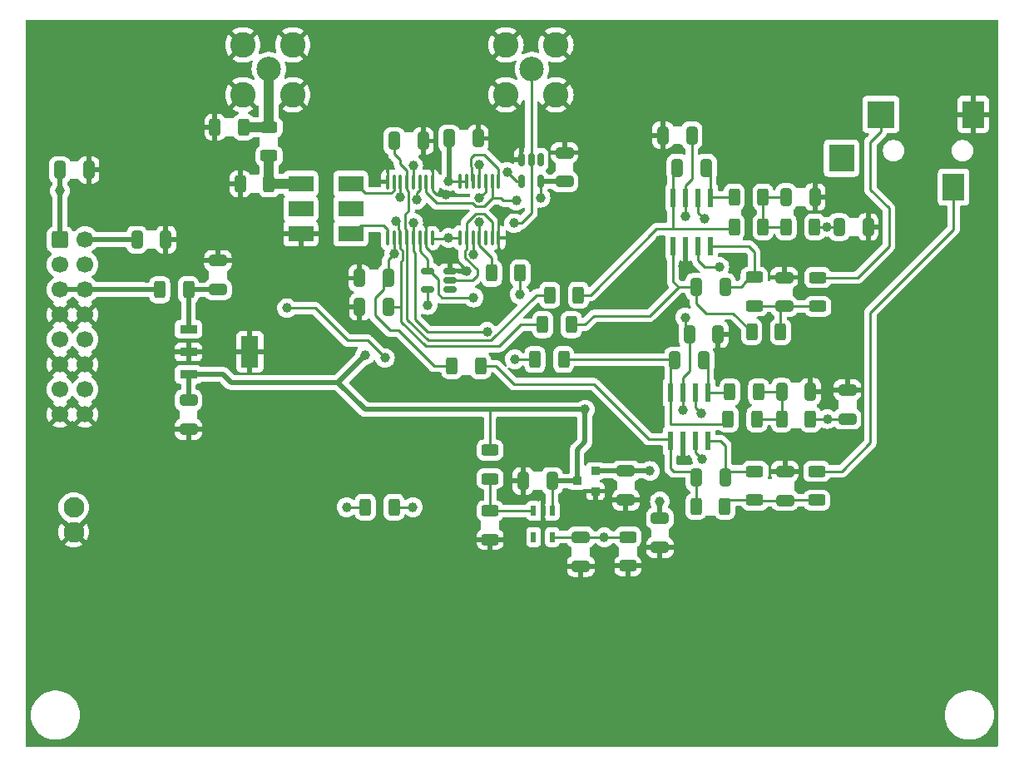
<source format=gtl>
G04 #@! TF.GenerationSoftware,KiCad,Pcbnew,8.0.0*
G04 #@! TF.CreationDate,2024-03-05T11:22:24-05:00*
G04 #@! TF.ProjectId,qse2_ad8137_carrier,71736532-5f61-4643-9831-33375f636172,rev?*
G04 #@! TF.SameCoordinates,Original*
G04 #@! TF.FileFunction,Copper,L1,Top*
G04 #@! TF.FilePolarity,Positive*
%FSLAX46Y46*%
G04 Gerber Fmt 4.6, Leading zero omitted, Abs format (unit mm)*
G04 Created by KiCad (PCBNEW 8.0.0) date 2024-03-05 11:22:24*
%MOMM*%
%LPD*%
G01*
G04 APERTURE LIST*
G04 Aperture macros list*
%AMRoundRect*
0 Rectangle with rounded corners*
0 $1 Rounding radius*
0 $2 $3 $4 $5 $6 $7 $8 $9 X,Y pos of 4 corners*
0 Add a 4 corners polygon primitive as box body*
4,1,4,$2,$3,$4,$5,$6,$7,$8,$9,$2,$3,0*
0 Add four circle primitives for the rounded corners*
1,1,$1+$1,$2,$3*
1,1,$1+$1,$4,$5*
1,1,$1+$1,$6,$7*
1,1,$1+$1,$8,$9*
0 Add four rect primitives between the rounded corners*
20,1,$1+$1,$2,$3,$4,$5,0*
20,1,$1+$1,$4,$5,$6,$7,0*
20,1,$1+$1,$6,$7,$8,$9,0*
20,1,$1+$1,$8,$9,$2,$3,0*%
G04 Aperture macros list end*
G04 #@! TA.AperFunction,SMDPad,CuDef*
%ADD10R,1.749999X0.900001*%
G04 #@! TD*
G04 #@! TA.AperFunction,SMDPad,CuDef*
%ADD11R,1.749999X3.200001*%
G04 #@! TD*
G04 #@! TA.AperFunction,SMDPad,CuDef*
%ADD12R,0.508000X1.028700*%
G04 #@! TD*
G04 #@! TA.AperFunction,SMDPad,CuDef*
%ADD13R,0.558800X1.981200*%
G04 #@! TD*
G04 #@! TA.AperFunction,SMDPad,CuDef*
%ADD14RoundRect,0.250000X0.312500X0.625000X-0.312500X0.625000X-0.312500X-0.625000X0.312500X-0.625000X0*%
G04 #@! TD*
G04 #@! TA.AperFunction,SMDPad,CuDef*
%ADD15RoundRect,0.250000X-0.325000X-0.650000X0.325000X-0.650000X0.325000X0.650000X-0.325000X0.650000X0*%
G04 #@! TD*
G04 #@! TA.AperFunction,SMDPad,CuDef*
%ADD16RoundRect,0.250000X-0.312500X-0.625000X0.312500X-0.625000X0.312500X0.625000X-0.312500X0.625000X0*%
G04 #@! TD*
G04 #@! TA.AperFunction,SMDPad,CuDef*
%ADD17RoundRect,0.150000X0.512500X0.150000X-0.512500X0.150000X-0.512500X-0.150000X0.512500X-0.150000X0*%
G04 #@! TD*
G04 #@! TA.AperFunction,SMDPad,CuDef*
%ADD18RoundRect,0.250000X-0.650000X0.325000X-0.650000X-0.325000X0.650000X-0.325000X0.650000X0.325000X0*%
G04 #@! TD*
G04 #@! TA.AperFunction,SMDPad,CuDef*
%ADD19RoundRect,0.250000X-0.625000X0.312500X-0.625000X-0.312500X0.625000X-0.312500X0.625000X0.312500X0*%
G04 #@! TD*
G04 #@! TA.AperFunction,SMDPad,CuDef*
%ADD20RoundRect,0.250000X0.325000X0.650000X-0.325000X0.650000X-0.325000X-0.650000X0.325000X-0.650000X0*%
G04 #@! TD*
G04 #@! TA.AperFunction,SMDPad,CuDef*
%ADD21RoundRect,0.250000X0.650000X-0.325000X0.650000X0.325000X-0.650000X0.325000X-0.650000X-0.325000X0*%
G04 #@! TD*
G04 #@! TA.AperFunction,SMDPad,CuDef*
%ADD22RoundRect,0.100000X-0.100000X0.637500X-0.100000X-0.637500X0.100000X-0.637500X0.100000X0.637500X0*%
G04 #@! TD*
G04 #@! TA.AperFunction,ComponentPad*
%ADD23C,2.600000*%
G04 #@! TD*
G04 #@! TA.AperFunction,ComponentPad*
%ADD24C,2.500000*%
G04 #@! TD*
G04 #@! TA.AperFunction,SMDPad,CuDef*
%ADD25RoundRect,0.100000X0.100000X-0.637500X0.100000X0.637500X-0.100000X0.637500X-0.100000X-0.637500X0*%
G04 #@! TD*
G04 #@! TA.AperFunction,SMDPad,CuDef*
%ADD26R,2.540000X1.650000*%
G04 #@! TD*
G04 #@! TA.AperFunction,SMDPad,CuDef*
%ADD27RoundRect,0.250000X0.625000X-0.312500X0.625000X0.312500X-0.625000X0.312500X-0.625000X-0.312500X0*%
G04 #@! TD*
G04 #@! TA.AperFunction,SMDPad,CuDef*
%ADD28R,2.200000X2.800000*%
G04 #@! TD*
G04 #@! TA.AperFunction,SMDPad,CuDef*
%ADD29R,2.800000X2.800000*%
G04 #@! TD*
G04 #@! TA.AperFunction,SMDPad,CuDef*
%ADD30R,2.600000X2.800000*%
G04 #@! TD*
G04 #@! TA.AperFunction,SMDPad,CuDef*
%ADD31C,1.000000*%
G04 #@! TD*
G04 #@! TA.AperFunction,SMDPad,CuDef*
%ADD32R,0.889000X0.812800*%
G04 #@! TD*
G04 #@! TA.AperFunction,SMDPad,CuDef*
%ADD33RoundRect,0.150000X-0.150000X0.512500X-0.150000X-0.512500X0.150000X-0.512500X0.150000X0.512500X0*%
G04 #@! TD*
G04 #@! TA.AperFunction,ComponentPad*
%ADD34C,2.100000*%
G04 #@! TD*
G04 #@! TA.AperFunction,ComponentPad*
%ADD35RoundRect,0.250000X-0.600000X-0.600000X0.600000X-0.600000X0.600000X0.600000X-0.600000X0.600000X0*%
G04 #@! TD*
G04 #@! TA.AperFunction,ComponentPad*
%ADD36C,1.700000*%
G04 #@! TD*
G04 #@! TA.AperFunction,ViaPad*
%ADD37C,1.000000*%
G04 #@! TD*
G04 #@! TA.AperFunction,Conductor*
%ADD38C,0.250000*%
G04 #@! TD*
G04 #@! TA.AperFunction,Conductor*
%ADD39C,0.500000*%
G04 #@! TD*
G04 #@! TA.AperFunction,Conductor*
%ADD40C,1.000000*%
G04 #@! TD*
G04 APERTURE END LIST*
D10*
X116275000Y-71625000D03*
X116275000Y-73925000D03*
X116275000Y-76225000D03*
D11*
X122525000Y-73925000D03*
D12*
X153300001Y-90100000D03*
X152350000Y-90100000D03*
X151399999Y-90100000D03*
X151399999Y-92779700D03*
X153300001Y-92779700D03*
D13*
X169405500Y-58248400D03*
X168135500Y-58248400D03*
X166865500Y-58248400D03*
X165595500Y-58248400D03*
X165595500Y-63176000D03*
X166865500Y-63176000D03*
X168135500Y-63176000D03*
X169405500Y-63176000D03*
D14*
X155975000Y-68150000D03*
X153050000Y-68150000D03*
X170875500Y-89651000D03*
X167950500Y-89651000D03*
D15*
X176640500Y-77978000D03*
X179590500Y-77978000D03*
D14*
X174752000Y-61214000D03*
X171827000Y-61214000D03*
D16*
X113350000Y-67600000D03*
X116275000Y-67600000D03*
D13*
X169145500Y-78066000D03*
X167875500Y-78066000D03*
X166605500Y-78066000D03*
X165335500Y-78066000D03*
X165335500Y-82993600D03*
X166605500Y-82993600D03*
X167875500Y-82993600D03*
X169145500Y-82993600D03*
D17*
X142883000Y-67601000D03*
X142883000Y-66651000D03*
X142883000Y-65701000D03*
X140608000Y-65701000D03*
X140608000Y-67601000D03*
D14*
X176530000Y-71882000D03*
X173605000Y-71882000D03*
D18*
X160800000Y-86050000D03*
X160800000Y-89000000D03*
D14*
X146012500Y-75350000D03*
X143087500Y-75350000D03*
D19*
X180225500Y-86096000D03*
X180225500Y-89021000D03*
D14*
X154462500Y-74700000D03*
X151537500Y-74700000D03*
D20*
X170893000Y-67310000D03*
X167943000Y-67310000D03*
D18*
X176915500Y-66341000D03*
X176915500Y-69291000D03*
D14*
X121900000Y-51050000D03*
X118975000Y-51050000D03*
D21*
X164250000Y-93825000D03*
X164250000Y-90875000D03*
D18*
X176985500Y-86086000D03*
X176985500Y-89036000D03*
X183347900Y-77800000D03*
X183347900Y-80750000D03*
D15*
X133702000Y-69342000D03*
X136652000Y-69342000D03*
D22*
X141108000Y-56613500D03*
X140458000Y-56613500D03*
X139808000Y-56613500D03*
X139158000Y-56613500D03*
X138508000Y-56613500D03*
X137858000Y-56613500D03*
X137208000Y-56613500D03*
X136558000Y-56613500D03*
X136558000Y-62338500D03*
X137208000Y-62338500D03*
X137858000Y-62338500D03*
X138508000Y-62338500D03*
X139158000Y-62338500D03*
X139808000Y-62338500D03*
X140458000Y-62338500D03*
X141108000Y-62338500D03*
D14*
X179578000Y-80766000D03*
X176653000Y-80766000D03*
D23*
X121820000Y-42672000D03*
X121820000Y-47752000D03*
X126900000Y-42672000D03*
X126900000Y-47752000D03*
D24*
X124460000Y-45137000D03*
D19*
X180325500Y-66373500D03*
X180325500Y-69298500D03*
D25*
X143933000Y-62308500D03*
X144583000Y-62308500D03*
X145233000Y-62308500D03*
X145883000Y-62308500D03*
X146533000Y-62308500D03*
X147183000Y-62308500D03*
X147833000Y-62308500D03*
X147833000Y-56583500D03*
X147183000Y-56583500D03*
X146533000Y-56583500D03*
X145883000Y-56583500D03*
X145233000Y-56583500D03*
X144583000Y-56583500D03*
X143933000Y-56583500D03*
D15*
X137209000Y-52451000D03*
X140159000Y-52451000D03*
D14*
X174752000Y-58166000D03*
X171827000Y-58166000D03*
D15*
X103175000Y-55400000D03*
X106125000Y-55400000D03*
D23*
X148590000Y-42672000D03*
X148590000Y-47752000D03*
X153670000Y-42672000D03*
X153670000Y-47752000D03*
D24*
X151230000Y-45137000D03*
D16*
X134277500Y-89740000D03*
X137202500Y-89740000D03*
D20*
X170192500Y-72136000D03*
X167242500Y-72136000D03*
D26*
X127710000Y-56800000D03*
X127710000Y-59340000D03*
X127710000Y-61880000D03*
X132790000Y-61880000D03*
X132790000Y-59340000D03*
X132790000Y-56800000D03*
D27*
X173925500Y-89018500D03*
X173925500Y-86093500D03*
D15*
X133653000Y-66421000D03*
X136603000Y-66421000D03*
D28*
X196151500Y-49750000D03*
D29*
X186751500Y-49750000D03*
D28*
X194151500Y-57150000D03*
D30*
X182751500Y-54200000D03*
D18*
X154559000Y-53643000D03*
X154559000Y-56593000D03*
D14*
X174312500Y-78000000D03*
X171387500Y-78000000D03*
D15*
X165775500Y-74793500D03*
X168725500Y-74793500D03*
D14*
X124475000Y-56825000D03*
X121550000Y-56825000D03*
D27*
X146970000Y-86845000D03*
X146970000Y-83920000D03*
D31*
X149633000Y-58526000D03*
D32*
X157700000Y-88099998D03*
X157700000Y-86050000D03*
X155810001Y-87074999D03*
D20*
X153300000Y-87050000D03*
X150350000Y-87050000D03*
D27*
X173855500Y-69248500D03*
X173855500Y-66323500D03*
D20*
X185449000Y-61214000D03*
X182499000Y-61214000D03*
D15*
X166020500Y-55196000D03*
X168970500Y-55196000D03*
D14*
X150052500Y-65913000D03*
X147127500Y-65913000D03*
X174138000Y-80776000D03*
X171213000Y-80776000D03*
D20*
X113975000Y-62500000D03*
X111025000Y-62500000D03*
X145747000Y-52197000D03*
X142797000Y-52197000D03*
D15*
X164551900Y-51866800D03*
X167501900Y-51866800D03*
D20*
X170920500Y-86741000D03*
X167970500Y-86741000D03*
D33*
X152108000Y-54326000D03*
X151158000Y-54326000D03*
X150208000Y-54326000D03*
X150208000Y-56601000D03*
X152108000Y-56601000D03*
D31*
X145303000Y-68386000D03*
D15*
X177099500Y-58166000D03*
X180049500Y-58166000D03*
D18*
X156200000Y-92800000D03*
X156200000Y-95750000D03*
D21*
X116275000Y-81800000D03*
X116275000Y-78850000D03*
D34*
X104597200Y-89752800D03*
X104597200Y-92252800D03*
D27*
X146975000Y-93025000D03*
X146975000Y-90100000D03*
X161000000Y-95700000D03*
X161000000Y-92775000D03*
D14*
X180024500Y-61214000D03*
X177099500Y-61214000D03*
X155250000Y-71150000D03*
X152325000Y-71150000D03*
D27*
X124475000Y-53975000D03*
X124475000Y-51050000D03*
D21*
X119275000Y-67575000D03*
X119275000Y-64625000D03*
D35*
X103210000Y-62500000D03*
D36*
X105750000Y-62500000D03*
X103210000Y-65040000D03*
X105750000Y-65040000D03*
X103210000Y-67580000D03*
X105750000Y-67580000D03*
X103210000Y-70120000D03*
X105750000Y-70120000D03*
X103210000Y-72660000D03*
X105750000Y-72660000D03*
X103210000Y-75200000D03*
X105750000Y-75200000D03*
X103210000Y-77740000D03*
X105750000Y-77740000D03*
X103210000Y-80280000D03*
X105750000Y-80280000D03*
D37*
X147000000Y-78400000D03*
X112000000Y-64400000D03*
X166583900Y-84937600D03*
X145720000Y-81140000D03*
X124860000Y-68210000D03*
X138750000Y-50500000D03*
X121290000Y-68210000D03*
X165542500Y-72771000D03*
X144272000Y-70612000D03*
X181400000Y-90600000D03*
X149383000Y-62326000D03*
X109728000Y-60325000D03*
X197850000Y-107300000D03*
X156550000Y-53650000D03*
X162800000Y-51850000D03*
X171500000Y-76050000D03*
X124575000Y-75650000D03*
X147828000Y-59690000D03*
X189738000Y-64008000D03*
X132570000Y-73980000D03*
X119860000Y-73920000D03*
X186450000Y-84125000D03*
X141550000Y-53750000D03*
X144563000Y-65686000D03*
X141550000Y-76550000D03*
X132050000Y-69350000D03*
X181400000Y-79100000D03*
X184500000Y-82300000D03*
X143400000Y-50175000D03*
X151765000Y-66294000D03*
X135550000Y-53050000D03*
X175050000Y-63850000D03*
X157150000Y-84550000D03*
X176625000Y-83625000D03*
X197225000Y-60600000D03*
X162500000Y-87500000D03*
X141250000Y-54850000D03*
X163350000Y-81050000D03*
X191100000Y-113150000D03*
X166650000Y-94000000D03*
X178115500Y-76352400D03*
X159850000Y-63750000D03*
X148583000Y-53876000D03*
X145750000Y-88450000D03*
X101050000Y-41500000D03*
X126500000Y-54700000D03*
X181150000Y-63800000D03*
X181200000Y-70850000D03*
X142126000Y-60971000D03*
X171800000Y-71750000D03*
X142433000Y-57876000D03*
X141224000Y-70612000D03*
X196150000Y-47000000D03*
X147828000Y-68453000D03*
X186900000Y-77300000D03*
X106680000Y-59182000D03*
X109931200Y-66192400D03*
X186853100Y-70408800D03*
X164025000Y-78575000D03*
X117200000Y-51050000D03*
X125100000Y-61850000D03*
X162275000Y-91300000D03*
X133604000Y-71374000D03*
X100600000Y-55375000D03*
X163550000Y-84000000D03*
X127625000Y-64000000D03*
X149987000Y-73152000D03*
X162900000Y-68800000D03*
X135100000Y-64800000D03*
X151384000Y-63881000D03*
X170851100Y-56083200D03*
X177050000Y-41100000D03*
X164000000Y-76025000D03*
X158060000Y-69040000D03*
X128397000Y-68199000D03*
X164200000Y-62600000D03*
X132000000Y-66400000D03*
X120269000Y-91059000D03*
X118220000Y-78080000D03*
X158252700Y-81026000D03*
X130820000Y-78450000D03*
X148400000Y-88550000D03*
X109220000Y-57277000D03*
X130190000Y-60290000D03*
X107400000Y-113150000D03*
X134850000Y-78480000D03*
X130200000Y-58390000D03*
X155700000Y-78450000D03*
X141491000Y-64019000D03*
X172150000Y-84850000D03*
X114160000Y-73930000D03*
X166243000Y-89027000D03*
X183950000Y-76000000D03*
X124560000Y-73920000D03*
X154650000Y-88600000D03*
X135255000Y-56642000D03*
X149525000Y-91350000D03*
X147450000Y-113050000D03*
X197260000Y-41440000D03*
X137414000Y-73279000D03*
X138540000Y-81180000D03*
X179300000Y-84450000D03*
X156130000Y-75920000D03*
X148170000Y-81140000D03*
X154500000Y-94100000D03*
X166634700Y-65176400D03*
X156225000Y-73150000D03*
X171850000Y-91900000D03*
X197300000Y-82300000D03*
X125325000Y-58700000D03*
X175118300Y-56083200D03*
X183600000Y-68350000D03*
X116250000Y-83550000D03*
X159200000Y-87450000D03*
X166600000Y-68800000D03*
X193400000Y-49750000D03*
X109880000Y-88530000D03*
X135150000Y-62250000D03*
X146950000Y-94800000D03*
X113475000Y-69550000D03*
X185450000Y-63350000D03*
X142761000Y-64400000D03*
X172121100Y-64770000D03*
X164150000Y-60150000D03*
X168057100Y-49885600D03*
X155300000Y-81100000D03*
X119800000Y-56825000D03*
X100550000Y-106550000D03*
X128150000Y-75700000D03*
X119840000Y-71420000D03*
X184450000Y-57350000D03*
X122540000Y-70950000D03*
X136530102Y-54697200D03*
X153303000Y-60946000D03*
X122480000Y-78330000D03*
X156650000Y-79800000D03*
X152103000Y-58236000D03*
X166583900Y-79806800D03*
X142758000Y-62326000D03*
X140613000Y-69146000D03*
X134239000Y-74295000D03*
X166837900Y-60147200D03*
X142758000Y-56576000D03*
X166837900Y-70408800D03*
X137433000Y-60590000D03*
X139158000Y-54976000D03*
X146685000Y-71882000D03*
X139158000Y-60776000D03*
X137858000Y-58177000D03*
X149500000Y-74676000D03*
X137208000Y-63951000D03*
X139508000Y-58431000D03*
X126302500Y-69469000D03*
X149987000Y-68072000D03*
X103200000Y-57525000D03*
X136271000Y-74549000D03*
X145233000Y-63976000D03*
X149413000Y-60826000D03*
X145883000Y-54826000D03*
X148708000Y-55601000D03*
X145883000Y-60676000D03*
X145883000Y-58276000D03*
X168768300Y-60401200D03*
X163231100Y-86055200D03*
X168463500Y-80213200D03*
X158600000Y-92800000D03*
X181250000Y-61200000D03*
X181300000Y-80750000D03*
X132390000Y-89740000D03*
X170307000Y-65278000D03*
X168529000Y-84836000D03*
X139120000Y-89740000D03*
X164250000Y-89150000D03*
D38*
X147833000Y-62316000D02*
X147833000Y-59695000D01*
X166605500Y-82993600D02*
X166605500Y-84916000D01*
X140458000Y-63276000D02*
X140458000Y-62376000D01*
X136558000Y-54725098D02*
X136530102Y-54697200D01*
X141108000Y-56576000D02*
X141108000Y-57451000D01*
X166605500Y-84916000D02*
X166583900Y-84937600D01*
X141201000Y-64019000D02*
X141491000Y-64019000D01*
X136558000Y-54984584D02*
X136530102Y-54956686D01*
X147833000Y-62316000D02*
X147833000Y-63851000D01*
X148358000Y-63851000D02*
X147833000Y-63851000D01*
X147833000Y-59695000D02*
X147828000Y-59690000D01*
X140458000Y-62338500D02*
X140458000Y-61115000D01*
X141108000Y-56613500D02*
X141108000Y-54992000D01*
X149383000Y-62326000D02*
X148883000Y-62826000D01*
X141533000Y-57876000D02*
X142433000Y-57876000D01*
X140602000Y-60971000D02*
X142126000Y-60971000D01*
X140458000Y-63276000D02*
X141201000Y-64019000D01*
X141108000Y-54992000D02*
X141250000Y-54850000D01*
X141108000Y-57451000D02*
X141533000Y-57876000D01*
X166865500Y-64945600D02*
X166634700Y-65176400D01*
X136558000Y-56576000D02*
X136558000Y-54725098D01*
X148883000Y-62826000D02*
X148883000Y-63326000D01*
X166865500Y-63176000D02*
X166865500Y-64945600D01*
X140458000Y-61115000D02*
X140602000Y-60971000D01*
X148883000Y-63326000D02*
X148358000Y-63851000D01*
D39*
X146970000Y-79800000D02*
X134284000Y-79800000D01*
D38*
X167496500Y-56339000D02*
X167496500Y-51896000D01*
D39*
X155810001Y-83889999D02*
X156600000Y-83100000D01*
X153324999Y-87074999D02*
X153300000Y-87050000D01*
D38*
X166865500Y-56970000D02*
X167496500Y-56339000D01*
D39*
X142783000Y-56551000D02*
X142758000Y-56576000D01*
D38*
X153300001Y-90100000D02*
X153300000Y-87050000D01*
X166865500Y-58248400D02*
X166865500Y-60119600D01*
D39*
X142797000Y-55012000D02*
X142797000Y-52197000D01*
D38*
X166605500Y-78066000D02*
X166605500Y-79785200D01*
X146970000Y-83920000D02*
X146970000Y-79800000D01*
D39*
X119825000Y-76225000D02*
X120625000Y-77025000D01*
X116275000Y-78850000D02*
X116275000Y-76225000D01*
D38*
X140608000Y-67601000D02*
X140608000Y-69141000D01*
X140608000Y-69141000D02*
X140613000Y-69146000D01*
X166837900Y-70408800D02*
X166837900Y-71731400D01*
D39*
X155810001Y-87074999D02*
X153324999Y-87074999D01*
X134284000Y-79800000D02*
X131509000Y-77025000D01*
D38*
X142758000Y-56576000D02*
X143933000Y-56576000D01*
X166865500Y-58248400D02*
X166865500Y-56970000D01*
X167509099Y-51857801D02*
X167500100Y-51866800D01*
X166605500Y-79785200D02*
X166583900Y-79806800D01*
X142708000Y-62376000D02*
X142758000Y-62326000D01*
D39*
X142783000Y-55026000D02*
X142797000Y-55012000D01*
D38*
X152108000Y-58231000D02*
X152103000Y-58236000D01*
D39*
X120625000Y-77025000D02*
X131509000Y-77025000D01*
X134239000Y-74295000D02*
X134234000Y-74290000D01*
D38*
X166837900Y-71731400D02*
X167242500Y-72136000D01*
X143933000Y-62316000D02*
X142768000Y-62316000D01*
X166865500Y-60119600D02*
X166837900Y-60147200D01*
D39*
X155810001Y-87074999D02*
X155810001Y-83889999D01*
D38*
X166605500Y-76534000D02*
X167242500Y-75897000D01*
X141108000Y-62376000D02*
X142708000Y-62376000D01*
D39*
X142783000Y-55026000D02*
X142783000Y-56551000D01*
D38*
X152108000Y-56601000D02*
X152108000Y-58231000D01*
D39*
X156600000Y-79850000D02*
X156650000Y-79800000D01*
X154092000Y-56601000D02*
X152108000Y-56601000D01*
X156650000Y-79800000D02*
X146970000Y-79800000D01*
D38*
X142768000Y-62316000D02*
X142758000Y-62326000D01*
D39*
X156600000Y-83100000D02*
X156600000Y-79850000D01*
D38*
X144583000Y-56576000D02*
X143933000Y-56576000D01*
D39*
X116275000Y-76225000D02*
X119825000Y-76225000D01*
X131509000Y-77025000D02*
X134239000Y-74295000D01*
D38*
X166605500Y-78066000D02*
X166605500Y-76534000D01*
X167242500Y-75897000D02*
X167242500Y-72136000D01*
D39*
X116275000Y-67600000D02*
X116275000Y-71625000D01*
X116275000Y-67600000D02*
X119250000Y-67600000D01*
X119250000Y-67600000D02*
X119275000Y-67575000D01*
D38*
X137209000Y-53770000D02*
X137209000Y-52451000D01*
X138508000Y-55492727D02*
X137795000Y-54779727D01*
X147066000Y-72771000D02*
X140667000Y-72771000D01*
X138683000Y-59556000D02*
X138333000Y-59906000D01*
X140667000Y-72771000D02*
X138508000Y-70612000D01*
X138508000Y-61576000D02*
X138508000Y-70612000D01*
X151687000Y-68150000D02*
X153050000Y-68150000D01*
X138333000Y-61401000D02*
X138508000Y-61576000D01*
X138508000Y-56576000D02*
X138508000Y-57409273D01*
X137795000Y-54779727D02*
X137795000Y-54356000D01*
X138683000Y-57584273D02*
X138683000Y-59556000D01*
X137795000Y-54356000D02*
X137209000Y-53770000D01*
X138508000Y-56613500D02*
X138508000Y-55492727D01*
X147066000Y-72771000D02*
X151687000Y-68150000D01*
X138508000Y-57409273D02*
X138683000Y-57584273D01*
X138333000Y-59906000D02*
X138333000Y-61401000D01*
X137935000Y-69342000D02*
X137935000Y-64724000D01*
X137681000Y-60838000D02*
X137433000Y-60590000D01*
X147891500Y-73342500D02*
X140411500Y-73342500D01*
X137681000Y-61479000D02*
X137681000Y-60838000D01*
X139158000Y-54976000D02*
X139158000Y-56576000D01*
X137858000Y-61656000D02*
X137681000Y-61479000D01*
X137935000Y-69342000D02*
X137935000Y-70866000D01*
X152325000Y-71150000D02*
X150084000Y-71150000D01*
X140411500Y-73342500D02*
X137935000Y-70866000D01*
X137858000Y-63434273D02*
X137858000Y-62376000D01*
X136652000Y-69342000D02*
X137935000Y-69342000D01*
X137858000Y-62338500D02*
X137858000Y-61656000D01*
X137935000Y-64724000D02*
X138033000Y-64626000D01*
X138033000Y-64626000D02*
X138033000Y-63609273D01*
X138033000Y-63609273D02*
X137858000Y-63434273D01*
X150084000Y-71150000D02*
X147891500Y-73342500D01*
X139158000Y-60776000D02*
X139158000Y-62376000D01*
X151513500Y-74676000D02*
X151537500Y-74700000D01*
X137858000Y-56613500D02*
X137858000Y-58177000D01*
X149500000Y-74676000D02*
X151513500Y-74676000D01*
X139332500Y-63835500D02*
X139158000Y-63661000D01*
X139332500Y-64715969D02*
X139332500Y-63835500D01*
X139158000Y-63661000D02*
X139158000Y-62376000D01*
X140589000Y-71882000D02*
X146685000Y-71882000D01*
X139332500Y-64715969D02*
X139332500Y-70625500D01*
X139332500Y-70625500D02*
X140589000Y-71882000D01*
X135255000Y-70231000D02*
X135255000Y-68453000D01*
X136603000Y-66421000D02*
X136603000Y-64556000D01*
X143087500Y-75350000D02*
X141263000Y-75350000D01*
X136144000Y-67564000D02*
X136144000Y-66880000D01*
X135255000Y-68453000D02*
X136144000Y-67564000D01*
X141263000Y-75350000D02*
X140931500Y-75018500D01*
X137208000Y-62376000D02*
X137208000Y-63501000D01*
X136779000Y-71755000D02*
X135255000Y-70231000D01*
X137208000Y-63501000D02*
X137208000Y-63951000D01*
X136603000Y-64556000D02*
X137208000Y-63951000D01*
X139808000Y-57447000D02*
X139808000Y-56613500D01*
X136144000Y-66880000D02*
X136603000Y-66421000D01*
X139508000Y-58431000D02*
X139508000Y-57747000D01*
X140931500Y-75018500D02*
X137668000Y-71755000D01*
X137668000Y-71755000D02*
X136779000Y-71755000D01*
X139508000Y-57747000D02*
X139808000Y-57447000D01*
X129159000Y-69469000D02*
X132207000Y-72517000D01*
X149987000Y-68072000D02*
X149987000Y-65978500D01*
X126302500Y-69469000D02*
X129159000Y-69469000D01*
X134493000Y-72771000D02*
X136271000Y-74549000D01*
X132207000Y-72517000D02*
X132461000Y-72771000D01*
D39*
X103210000Y-57535000D02*
X103200000Y-57525000D01*
X103210000Y-57515000D02*
X103210000Y-55435000D01*
X103200000Y-57525000D02*
X103210000Y-57515000D01*
X103210000Y-62500000D02*
X103210000Y-57535000D01*
D38*
X149987000Y-65978500D02*
X150052500Y-65913000D01*
X103210000Y-55435000D02*
X103175000Y-55400000D01*
X132461000Y-72771000D02*
X134493000Y-72771000D01*
D40*
X124475000Y-56825000D02*
X124475000Y-53975000D01*
X124475000Y-56825000D02*
X127685000Y-56825000D01*
X127685000Y-56825000D02*
X127710000Y-56800000D01*
D39*
X111655000Y-67580000D02*
X111675000Y-67600000D01*
X105750000Y-67580000D02*
X111655000Y-67580000D01*
X103210000Y-67580000D02*
X105750000Y-67580000D01*
X111675000Y-67600000D02*
X113350000Y-67600000D01*
D38*
X151399999Y-90100000D02*
X146975000Y-90100000D01*
X146975000Y-86850000D02*
X146970000Y-86845000D01*
X146975000Y-90100000D02*
X146975000Y-86850000D01*
X194151500Y-57150000D02*
X194151500Y-61437600D01*
X182736500Y-86100000D02*
X185686500Y-83150000D01*
X185686500Y-69902600D02*
X185686500Y-83150000D01*
X182726500Y-86096000D02*
X182736500Y-86106000D01*
X180225500Y-86096000D02*
X182726500Y-86096000D01*
X182736500Y-86106000D02*
X182736500Y-86100000D01*
X194151500Y-61437600D02*
X185686500Y-69902600D01*
X151158000Y-54326000D02*
X151158000Y-45209000D01*
X151158000Y-45209000D02*
X151230000Y-45137000D01*
X149413000Y-60826000D02*
X150143000Y-60826000D01*
X151158000Y-59811000D02*
X151158000Y-54326000D01*
X150143000Y-60826000D02*
X151158000Y-59811000D01*
X145233000Y-63976000D02*
X145233000Y-62316000D01*
X151158000Y-44410000D02*
X151103000Y-44355000D01*
X145883000Y-56576000D02*
X145883000Y-54826000D01*
X150208000Y-56601000D02*
X149708000Y-56601000D01*
X149708000Y-56601000D02*
X148708000Y-55601000D01*
X147183000Y-56576000D02*
X147183000Y-58276000D01*
X146333000Y-59126000D02*
X145533000Y-59126000D01*
X147183000Y-58276000D02*
X146333000Y-59126000D01*
X145533000Y-59126000D02*
X145208000Y-58801000D01*
X145208000Y-58801000D02*
X141558000Y-58801000D01*
X148103000Y-58276000D02*
X147183000Y-58276000D01*
X140458000Y-57701000D02*
X140458000Y-56576000D01*
X148353000Y-58526000D02*
X149633000Y-58526000D01*
X148103000Y-58276000D02*
X148353000Y-58526000D01*
X141558000Y-58801000D02*
X140458000Y-57701000D01*
X141733000Y-68026000D02*
X141733000Y-66551000D01*
X145303000Y-68386000D02*
X142083000Y-68386000D01*
X139808000Y-62376000D02*
X139808000Y-63691000D01*
X140883000Y-65701000D02*
X141733000Y-66551000D01*
X140608000Y-65701000D02*
X140883000Y-65701000D01*
X140608000Y-64491000D02*
X140608000Y-65701000D01*
X142083000Y-68376000D02*
X141733000Y-68026000D01*
X139808000Y-63691000D02*
X140608000Y-64491000D01*
X142083000Y-68386000D02*
X142083000Y-68376000D01*
X145663000Y-66146000D02*
X145663000Y-65572727D01*
X145663000Y-65572727D02*
X144408000Y-64317727D01*
X144583000Y-60809273D02*
X145541273Y-59851000D01*
X145541273Y-59851000D02*
X146338000Y-59851000D01*
X144408000Y-64317727D02*
X144408000Y-63634273D01*
X144408000Y-63634273D02*
X144583000Y-63459273D01*
X147183000Y-60696000D02*
X147183000Y-62316000D01*
X144583000Y-63459273D02*
X144583000Y-62316000D01*
X144583000Y-62316000D02*
X144583000Y-60809273D01*
X142883000Y-66651000D02*
X145158000Y-66651000D01*
X146338000Y-59851000D02*
X147183000Y-60696000D01*
X145158000Y-66651000D02*
X145663000Y-66146000D01*
X145113000Y-55156000D02*
X145113000Y-56456000D01*
X145383000Y-53826000D02*
X145008000Y-54201000D01*
X146408000Y-53826000D02*
X145383000Y-53826000D01*
X147833000Y-56576000D02*
X147833000Y-55251000D01*
X145008000Y-54201000D02*
X145008000Y-55051000D01*
X145008000Y-55051000D02*
X145113000Y-55156000D01*
X145113000Y-56456000D02*
X145233000Y-56576000D01*
X147833000Y-55251000D02*
X146408000Y-53826000D01*
X145883000Y-62316000D02*
X145883000Y-63104180D01*
X146533000Y-56576000D02*
X146533000Y-57626000D01*
X146533000Y-57626000D02*
X145883000Y-58276000D01*
X145883000Y-62316000D02*
X145883000Y-60676000D01*
X145883000Y-63104180D02*
X147127500Y-64348680D01*
X147127500Y-64348680D02*
X147127500Y-65913000D01*
X185674000Y-57404000D02*
X185674000Y-52578000D01*
X180325500Y-66373500D02*
X184355500Y-66373500D01*
X186751500Y-49750000D02*
X186751500Y-51500500D01*
X187579000Y-59309000D02*
X185674000Y-57404000D01*
X184355500Y-66373500D02*
X187579000Y-63150000D01*
X187579000Y-63150000D02*
X187579000Y-59309000D01*
X186751500Y-51500500D02*
X185674000Y-52578000D01*
X134239000Y-57785000D02*
X136906000Y-57785000D01*
X137208000Y-56613500D02*
X137208000Y-57483000D01*
X132715000Y-56769000D02*
X133223000Y-56769000D01*
X137208000Y-57483000D02*
X136906000Y-57785000D01*
X133223000Y-56769000D02*
X134239000Y-57785000D01*
X132715000Y-61849000D02*
X133096000Y-61849000D01*
X136558000Y-61501000D02*
X136558000Y-62338500D01*
X133858000Y-61087000D02*
X136144000Y-61087000D01*
X136144000Y-61087000D02*
X136558000Y-61501000D01*
X133096000Y-61849000D02*
X133858000Y-61087000D01*
X168135500Y-59768400D02*
X168768300Y-60401200D01*
X167875500Y-79625200D02*
X168463500Y-80213200D01*
D39*
X160800000Y-86050000D02*
X157700000Y-86050000D01*
D38*
X163229300Y-86053400D02*
X163231100Y-86055200D01*
X168135500Y-58248400D02*
X168135500Y-59768400D01*
D39*
X160800000Y-86050000D02*
X163225900Y-86050000D01*
D38*
X167875500Y-78066000D02*
X167875500Y-79625200D01*
D39*
X163225900Y-86050000D02*
X163231100Y-86055200D01*
D38*
X170431100Y-82993600D02*
X169145500Y-82993600D01*
X170920500Y-86086000D02*
X173918000Y-86086000D01*
X173918000Y-86086000D02*
X173925500Y-86093500D01*
X170920500Y-86086000D02*
X170920500Y-83483000D01*
X170920500Y-83483000D02*
X170431100Y-82993600D01*
X157510000Y-77190000D02*
X156300000Y-77190000D01*
X158170000Y-77850000D02*
X157510000Y-77190000D01*
X146012500Y-75350000D02*
X147550000Y-75350000D01*
X156290000Y-77200000D02*
X156300000Y-77190000D01*
X167970500Y-86086000D02*
X165649500Y-86086000D01*
X165145900Y-82804000D02*
X165335500Y-82993600D01*
X167970500Y-88976000D02*
X167950500Y-88996000D01*
X149400000Y-77200000D02*
X150100000Y-77200000D01*
X158175500Y-77850000D02*
X163129500Y-82804000D01*
X163129500Y-82804000D02*
X165145900Y-82804000D01*
X165649500Y-86086000D02*
X165335500Y-85772000D01*
X167970500Y-86086000D02*
X167970500Y-88976000D01*
X147550000Y-75350000D02*
X149400000Y-77200000D01*
X158175500Y-77850000D02*
X158170000Y-77850000D01*
X165335500Y-85772000D02*
X165335500Y-82993600D01*
X150100000Y-77200000D02*
X156290000Y-77200000D01*
X165658000Y-74676000D02*
X165775500Y-74793500D01*
X170738200Y-81250800D02*
X171213000Y-80776000D01*
X165335500Y-81250800D02*
X170738200Y-81250800D01*
X154462500Y-74700000D02*
X165682000Y-74700000D01*
X165335500Y-78066000D02*
X165335500Y-75233500D01*
X165335500Y-75233500D02*
X165775500Y-74793500D01*
X165682000Y-74700000D02*
X165775500Y-74793500D01*
X165335500Y-81250800D02*
X165335500Y-78066000D01*
X171085000Y-78066000D02*
X171173000Y-77978000D01*
X169145500Y-78066000D02*
X169145500Y-75213500D01*
X169145500Y-78066000D02*
X171085000Y-78066000D01*
X169145500Y-75213500D02*
X168725500Y-74793500D01*
X181316000Y-80766000D02*
X183331900Y-80766000D01*
X160975000Y-92800000D02*
X161000000Y-92775000D01*
X180024500Y-61214000D02*
X181236000Y-61214000D01*
X181236000Y-61214000D02*
X181250000Y-61200000D01*
X156179700Y-92779700D02*
X156200000Y-92800000D01*
X180098500Y-61288000D02*
X180024500Y-61214000D01*
X179590500Y-80778500D02*
X179578000Y-80766000D01*
X156200000Y-92800000D02*
X158600000Y-92800000D01*
X179578000Y-80766000D02*
X181284000Y-80766000D01*
X158600000Y-92800000D02*
X160975000Y-92800000D01*
X181284000Y-80766000D02*
X181300000Y-80750000D01*
X153300001Y-92779700D02*
X156179700Y-92779700D01*
X181264000Y-61214000D02*
X182499000Y-61214000D01*
X181300000Y-80750000D02*
X181316000Y-80766000D01*
X183331900Y-80766000D02*
X183347900Y-80750000D01*
X181250000Y-61200000D02*
X181264000Y-61214000D01*
X170875500Y-88996000D02*
X173903000Y-88996000D01*
X180225500Y-89021000D02*
X177000500Y-89021000D01*
X177000500Y-89021000D02*
X176985500Y-89036000D01*
X173943000Y-89036000D02*
X173925500Y-89018500D01*
X173903000Y-88996000D02*
X173925500Y-89018500D01*
X176985500Y-89036000D02*
X173943000Y-89036000D01*
X176643000Y-80776000D02*
X176653000Y-80766000D01*
X174138000Y-80776000D02*
X176643000Y-80776000D01*
X176640500Y-77978000D02*
X174098000Y-77978000D01*
X176653000Y-80766000D02*
X176653000Y-77990500D01*
X176653000Y-77990500D02*
X176640500Y-77978000D01*
X176530000Y-71882000D02*
X176530000Y-69676500D01*
X176915500Y-69291000D02*
X180318000Y-69291000D01*
X176530000Y-69676500D02*
X176915500Y-69291000D01*
X176873000Y-69248500D02*
X176915500Y-69291000D01*
X180318000Y-69291000D02*
X180325500Y-69298500D01*
X173838000Y-69266000D02*
X173855500Y-69248500D01*
X173855500Y-69248500D02*
X176873000Y-69248500D01*
X174752000Y-61214000D02*
X174752000Y-58166000D01*
X177099500Y-58166000D02*
X174752000Y-58166000D01*
X177099500Y-61214000D02*
X174752000Y-61214000D01*
X172808900Y-67004222D02*
X173489622Y-66323500D01*
X173489622Y-66323500D02*
X173855500Y-66323500D01*
X172808900Y-67056000D02*
X172808900Y-67004222D01*
X170893000Y-67310000D02*
X172554900Y-67310000D01*
X173285000Y-63176000D02*
X169405500Y-63176000D01*
X173828000Y-66296000D02*
X173855500Y-66323500D01*
X172554900Y-67310000D02*
X172808900Y-67056000D01*
X173855500Y-66323500D02*
X173855500Y-63746500D01*
X173855500Y-63746500D02*
X173285000Y-63176000D01*
X163200000Y-70250000D02*
X166140000Y-67310000D01*
X157550000Y-70250000D02*
X163200000Y-70250000D01*
X165595500Y-66765500D02*
X166140000Y-67310000D01*
X166140000Y-67310000D02*
X166660000Y-67310000D01*
X171723000Y-70000000D02*
X173605000Y-71882000D01*
X167943000Y-68993000D02*
X168950000Y-70000000D01*
X167943000Y-67310000D02*
X167943000Y-68993000D01*
X168950000Y-70000000D02*
X171723000Y-70000000D01*
X165525500Y-63246000D02*
X165595500Y-63176000D01*
X165595500Y-63176000D02*
X165595500Y-66765500D01*
X166660000Y-67310000D02*
X167943000Y-67310000D01*
X156650000Y-71150000D02*
X157550000Y-70250000D01*
X155250000Y-71150000D02*
X156650000Y-71150000D01*
X157175000Y-68150000D02*
X163907800Y-61417200D01*
X165595500Y-61417200D02*
X165595500Y-58248400D01*
X165595500Y-61417200D02*
X171623800Y-61417200D01*
X155975000Y-68150000D02*
X157175000Y-68150000D01*
X163907800Y-61417200D02*
X165595500Y-61417200D01*
X165595500Y-56896000D02*
X165595500Y-55621000D01*
X165595500Y-58248400D02*
X165595500Y-56896000D01*
X165595500Y-55621000D02*
X166020500Y-55196000D01*
X171623800Y-61417200D02*
X171827000Y-61214000D01*
X169487900Y-58166000D02*
X169405500Y-58248400D01*
X171827000Y-58166000D02*
X169487900Y-58166000D01*
X169405500Y-55631000D02*
X168970500Y-55196000D01*
X169405500Y-58248400D02*
X169405500Y-55631000D01*
D40*
X124460000Y-51035000D02*
X124475000Y-51050000D01*
X121900000Y-51050000D02*
X124475000Y-51050000D01*
X124460000Y-45137000D02*
X124460000Y-51035000D01*
D38*
X132390000Y-89740000D02*
X134277500Y-89740000D01*
D39*
X111025000Y-62500000D02*
X105750000Y-62500000D01*
X164250000Y-90875000D02*
X164250000Y-89150000D01*
D38*
X168135500Y-64505000D02*
X168135500Y-64630500D01*
X168135500Y-64630500D02*
X168783000Y-65278000D01*
X168783000Y-65278000D02*
X170307000Y-65278000D01*
X167875500Y-82993600D02*
X167875500Y-84182500D01*
X137202500Y-89740000D02*
X139120000Y-89740000D01*
X167875500Y-84182500D02*
X168529000Y-84836000D01*
X168135500Y-63176000D02*
X168135500Y-64505000D01*
G04 #@! TA.AperFunction,Conductor*
G36*
X166798539Y-82763285D02*
G01*
X166844294Y-82816089D01*
X166855500Y-82867600D01*
X166855500Y-84484200D01*
X166932728Y-84484200D01*
X166932744Y-84484199D01*
X166992272Y-84477798D01*
X166992276Y-84477797D01*
X167126989Y-84427551D01*
X167131233Y-84424375D01*
X167196696Y-84399954D01*
X167264970Y-84414802D01*
X167314378Y-84464205D01*
X167320108Y-84476180D01*
X167320983Y-84478291D01*
X167321188Y-84478786D01*
X167340914Y-84508307D01*
X167340915Y-84508310D01*
X167340916Y-84508310D01*
X167389640Y-84581231D01*
X167389641Y-84581232D01*
X167389642Y-84581233D01*
X167476767Y-84668358D01*
X167476768Y-84668358D01*
X167483835Y-84675425D01*
X167483834Y-84675425D01*
X167483838Y-84675428D01*
X167493015Y-84684605D01*
X167526500Y-84745928D01*
X167528737Y-84784439D01*
X167523659Y-84835999D01*
X167542975Y-85032130D01*
X167591601Y-85192427D01*
X167592224Y-85262294D01*
X167554976Y-85321407D01*
X167498896Y-85349675D01*
X167492703Y-85351000D01*
X167326168Y-85406185D01*
X167326159Y-85406189D01*
X167268038Y-85442039D01*
X167202942Y-85460500D01*
X166085000Y-85460500D01*
X166017961Y-85440815D01*
X165972206Y-85388011D01*
X165961000Y-85336500D01*
X165961000Y-84560266D01*
X165980685Y-84493227D01*
X166033489Y-84447472D01*
X166102647Y-84437528D01*
X166128334Y-84444084D01*
X166218723Y-84477797D01*
X166218727Y-84477798D01*
X166278255Y-84484199D01*
X166278272Y-84484200D01*
X166355500Y-84484200D01*
X166355500Y-82867600D01*
X166375185Y-82800561D01*
X166427989Y-82754806D01*
X166479500Y-82743600D01*
X166731500Y-82743600D01*
X166798539Y-82763285D01*
G37*
G04 #@! TD.AperFunction*
G04 #@! TA.AperFunction,Conductor*
G36*
X167058539Y-62945685D02*
G01*
X167104294Y-62998489D01*
X167115500Y-63050000D01*
X167115500Y-64666600D01*
X167192728Y-64666600D01*
X167192744Y-64666599D01*
X167252272Y-64660198D01*
X167252283Y-64660195D01*
X167349766Y-64623836D01*
X167419457Y-64618851D01*
X167480781Y-64652335D01*
X167514266Y-64713658D01*
X167514717Y-64715825D01*
X167534036Y-64812946D01*
X167534040Y-64812961D01*
X167581185Y-64926781D01*
X167581187Y-64926784D01*
X167581188Y-64926786D01*
X167594257Y-64946344D01*
X167600937Y-64956341D01*
X167600938Y-64956343D01*
X167649641Y-65029232D01*
X167649644Y-65029236D01*
X167741086Y-65120678D01*
X167741108Y-65120698D01*
X168294016Y-65673606D01*
X168294045Y-65673637D01*
X168318227Y-65697819D01*
X168351712Y-65759142D01*
X168346728Y-65828834D01*
X168304856Y-65884767D01*
X168239392Y-65909184D01*
X168230546Y-65909500D01*
X167567998Y-65909500D01*
X167567980Y-65909501D01*
X167465203Y-65920000D01*
X167465200Y-65920001D01*
X167298668Y-65975185D01*
X167298663Y-65975187D01*
X167149342Y-66067289D01*
X167025289Y-66191342D01*
X166933187Y-66340663D01*
X166933185Y-66340668D01*
X166914463Y-66397169D01*
X166878002Y-66507202D01*
X166878001Y-66507204D01*
X166878000Y-66507205D01*
X166871268Y-66573103D01*
X166844871Y-66637795D01*
X166787690Y-66677946D01*
X166747910Y-66684500D01*
X166450452Y-66684500D01*
X166383413Y-66664815D01*
X166362771Y-66648181D01*
X166257319Y-66542729D01*
X166223834Y-66481406D01*
X166221000Y-66455048D01*
X166221000Y-64742666D01*
X166240685Y-64675627D01*
X166293489Y-64629872D01*
X166362647Y-64619928D01*
X166388334Y-64626484D01*
X166478723Y-64660197D01*
X166478727Y-64660198D01*
X166538255Y-64666599D01*
X166538272Y-64666600D01*
X166615500Y-64666600D01*
X166615500Y-63050000D01*
X166635185Y-62982961D01*
X166687989Y-62937206D01*
X166739500Y-62926000D01*
X166991500Y-62926000D01*
X167058539Y-62945685D01*
G37*
G04 #@! TD.AperFunction*
G04 #@! TA.AperFunction,Conductor*
G36*
X173041587Y-63821185D02*
G01*
X173062229Y-63837819D01*
X173193681Y-63969271D01*
X173227166Y-64030594D01*
X173230000Y-64056952D01*
X173230000Y-65143465D01*
X173210315Y-65210504D01*
X173157511Y-65256259D01*
X173118602Y-65266823D01*
X173077702Y-65271001D01*
X173077700Y-65271001D01*
X172911168Y-65326185D01*
X172911163Y-65326187D01*
X172761842Y-65418289D01*
X172637789Y-65542342D01*
X172545687Y-65691663D01*
X172545685Y-65691668D01*
X172529117Y-65741668D01*
X172490501Y-65858203D01*
X172490501Y-65858204D01*
X172490500Y-65858204D01*
X172480000Y-65960983D01*
X172480000Y-66397169D01*
X172460315Y-66464208D01*
X172443681Y-66484850D01*
X172410170Y-66518361D01*
X172410167Y-66518364D01*
X172387030Y-66541501D01*
X172323041Y-66605489D01*
X172307070Y-66629392D01*
X172253458Y-66674196D01*
X172203969Y-66684500D01*
X172088089Y-66684500D01*
X172021050Y-66664815D01*
X171975295Y-66612011D01*
X171964731Y-66573102D01*
X171961503Y-66541505D01*
X171957999Y-66507203D01*
X171902814Y-66340666D01*
X171810712Y-66191344D01*
X171686656Y-66067288D01*
X171551893Y-65984166D01*
X171537336Y-65975187D01*
X171537331Y-65975185D01*
X171509697Y-65966028D01*
X171370797Y-65920001D01*
X171370794Y-65920000D01*
X171296301Y-65912390D01*
X171231609Y-65885994D01*
X171191458Y-65828813D01*
X171188595Y-65759002D01*
X171199543Y-65730583D01*
X171235814Y-65662727D01*
X171293024Y-65474132D01*
X171312341Y-65278000D01*
X171293024Y-65081868D01*
X171235814Y-64893273D01*
X171235811Y-64893269D01*
X171235811Y-64893266D01*
X171142913Y-64719467D01*
X171142909Y-64719460D01*
X171017883Y-64567116D01*
X170865539Y-64442090D01*
X170865532Y-64442086D01*
X170691733Y-64349188D01*
X170691727Y-64349186D01*
X170503132Y-64291976D01*
X170503129Y-64291975D01*
X170300938Y-64272062D01*
X170301118Y-64270227D01*
X170242361Y-64252974D01*
X170196606Y-64200170D01*
X170185400Y-64148659D01*
X170185400Y-63925500D01*
X170205085Y-63858461D01*
X170257889Y-63812706D01*
X170309400Y-63801500D01*
X172974548Y-63801500D01*
X173041587Y-63821185D01*
G37*
G04 #@! TD.AperFunction*
G04 #@! TA.AperFunction,Conductor*
G36*
X142027410Y-63021185D02*
G01*
X142042283Y-63033170D01*
X142042408Y-63033019D01*
X142199460Y-63161909D01*
X142199467Y-63161913D01*
X142373266Y-63254811D01*
X142373269Y-63254811D01*
X142373273Y-63254814D01*
X142561868Y-63312024D01*
X142758000Y-63331341D01*
X142954132Y-63312024D01*
X143142727Y-63254814D01*
X143170723Y-63239849D01*
X143239124Y-63225605D01*
X143304368Y-63250604D01*
X143327551Y-63273716D01*
X143404718Y-63374282D01*
X143530159Y-63470536D01*
X143676238Y-63531044D01*
X143676241Y-63531044D01*
X143684087Y-63533147D01*
X143683643Y-63534802D01*
X143738578Y-63559102D01*
X143777052Y-63617425D01*
X143782500Y-63653778D01*
X143782500Y-64379336D01*
X143796055Y-64447481D01*
X143804835Y-64491626D01*
X143805386Y-64494393D01*
X143806537Y-64500181D01*
X143853685Y-64614007D01*
X143853690Y-64614016D01*
X143886015Y-64662392D01*
X143886016Y-64662394D01*
X143922141Y-64716460D01*
X144013586Y-64807905D01*
X144013608Y-64807925D01*
X144977365Y-65771682D01*
X145010850Y-65833005D01*
X145005866Y-65902697D01*
X144977366Y-65947043D01*
X144935230Y-65989180D01*
X144873908Y-66022666D01*
X144847548Y-66025500D01*
X144165902Y-66025500D01*
X144098863Y-66005815D01*
X144074847Y-65985672D01*
X144042796Y-65951000D01*
X143777315Y-65951000D01*
X143714194Y-65933732D01*
X143671028Y-65908204D01*
X143655898Y-65899256D01*
X143655897Y-65899255D01*
X143655896Y-65899255D01*
X143655893Y-65899254D01*
X143498073Y-65853402D01*
X143498067Y-65853401D01*
X143461201Y-65850500D01*
X143461194Y-65850500D01*
X142757000Y-65850500D01*
X142689961Y-65830815D01*
X142644206Y-65778011D01*
X142633000Y-65726500D01*
X142633000Y-64901000D01*
X143133000Y-64901000D01*
X143133000Y-65451000D01*
X144042795Y-65451000D01*
X144042795Y-65450998D01*
X144042600Y-65448513D01*
X143996781Y-65290801D01*
X143913185Y-65149447D01*
X143913178Y-65149438D01*
X143797061Y-65033321D01*
X143797052Y-65033314D01*
X143655696Y-64949717D01*
X143655693Y-64949716D01*
X143497995Y-64903900D01*
X143497989Y-64903899D01*
X143461149Y-64901000D01*
X143133000Y-64901000D01*
X142633000Y-64901000D01*
X142304850Y-64901000D01*
X142268010Y-64903899D01*
X142268004Y-64903900D01*
X142110306Y-64949716D01*
X142110303Y-64949717D01*
X141968947Y-65033314D01*
X141968938Y-65033321D01*
X141852821Y-65149438D01*
X141852812Y-65149449D01*
X141852517Y-65149950D01*
X141852183Y-65150261D01*
X141848037Y-65155607D01*
X141847174Y-65154937D01*
X141801443Y-65197629D01*
X141732700Y-65210127D01*
X141668114Y-65183476D01*
X141643563Y-65155140D01*
X141643361Y-65155298D01*
X141640467Y-65151568D01*
X141639059Y-65149942D01*
X141638585Y-65149140D01*
X141638576Y-65149129D01*
X141522370Y-65032923D01*
X141522362Y-65032917D01*
X141413719Y-64968666D01*
X141380898Y-64949256D01*
X141380897Y-64949255D01*
X141380896Y-64949255D01*
X141380894Y-64949254D01*
X141322904Y-64932406D01*
X141264018Y-64894799D01*
X141234813Y-64831326D01*
X141233500Y-64813330D01*
X141233500Y-64429397D01*
X141233500Y-64429394D01*
X141232008Y-64421895D01*
X141232008Y-64421889D01*
X141232007Y-64421890D01*
X141213673Y-64329714D01*
X141213673Y-64329713D01*
X141212831Y-64325480D01*
X141209463Y-64308548D01*
X141178904Y-64234773D01*
X141170495Y-64214472D01*
X141162314Y-64194720D01*
X141162312Y-64194715D01*
X141143277Y-64166228D01*
X141093858Y-64092267D01*
X141093856Y-64092264D01*
X141003637Y-64002045D01*
X141003606Y-64002016D01*
X140777177Y-63775587D01*
X140743692Y-63714264D01*
X140748676Y-63644572D01*
X140790548Y-63588639D01*
X140856012Y-63564222D01*
X140881034Y-63564966D01*
X140968639Y-63576500D01*
X141247360Y-63576499D01*
X141247363Y-63576499D01*
X141364753Y-63561046D01*
X141364757Y-63561044D01*
X141364762Y-63561044D01*
X141510841Y-63500536D01*
X141636282Y-63404282D01*
X141732536Y-63278841D01*
X141793044Y-63132762D01*
X141796131Y-63109314D01*
X141824398Y-63045417D01*
X141882723Y-63006947D01*
X141919070Y-63001500D01*
X141960371Y-63001500D01*
X142027410Y-63021185D01*
G37*
G04 #@! TD.AperFunction*
G04 #@! TA.AperFunction,Conductor*
G36*
X140606416Y-58744529D02*
G01*
X140641595Y-58769185D01*
X141069016Y-59196606D01*
X141069045Y-59196637D01*
X141159264Y-59286856D01*
X141159267Y-59286858D01*
X141236190Y-59338256D01*
X141261710Y-59355309D01*
X141261712Y-59355310D01*
X141261715Y-59355312D01*
X141298638Y-59370605D01*
X141298640Y-59370607D01*
X141298641Y-59370607D01*
X141375548Y-59402463D01*
X141406965Y-59408712D01*
X141496391Y-59426499D01*
X141496392Y-59426500D01*
X141496393Y-59426500D01*
X141496394Y-59426500D01*
X144781819Y-59426500D01*
X144848858Y-59446185D01*
X144894613Y-59498989D01*
X144904557Y-59568147D01*
X144875532Y-59631703D01*
X144869500Y-59638181D01*
X144523210Y-59984472D01*
X144184269Y-60323413D01*
X144184267Y-60323415D01*
X144143593Y-60364089D01*
X144097140Y-60410541D01*
X144074285Y-60444748D01*
X144074283Y-60444751D01*
X144028690Y-60512983D01*
X144028687Y-60512989D01*
X144005379Y-60569257D01*
X144005380Y-60569258D01*
X143986686Y-60614391D01*
X143981538Y-60626817D01*
X143981537Y-60626821D01*
X143973844Y-60665499D01*
X143963161Y-60719211D01*
X143958015Y-60745081D01*
X143958011Y-60745097D01*
X143957500Y-60747661D01*
X143957500Y-60946500D01*
X143937815Y-61013539D01*
X143885011Y-61059294D01*
X143833503Y-61070500D01*
X143793637Y-61070500D01*
X143676246Y-61085953D01*
X143676237Y-61085956D01*
X143530160Y-61146463D01*
X143404716Y-61242719D01*
X143308510Y-61368099D01*
X143252082Y-61409302D01*
X143182336Y-61413457D01*
X143151683Y-61401973D01*
X143142729Y-61397187D01*
X143142728Y-61397186D01*
X143142727Y-61397186D01*
X142971515Y-61345249D01*
X142954129Y-61339975D01*
X142758000Y-61320659D01*
X142561870Y-61339975D01*
X142373266Y-61397188D01*
X142199467Y-61490086D01*
X142199460Y-61490090D01*
X142047116Y-61615116D01*
X142017666Y-61651002D01*
X141959920Y-61690336D01*
X141890075Y-61692207D01*
X141830307Y-61656019D01*
X141799591Y-61593263D01*
X141798874Y-61588520D01*
X141793046Y-61544246D01*
X141793044Y-61544241D01*
X141793044Y-61544238D01*
X141732536Y-61398159D01*
X141636282Y-61272718D01*
X141510841Y-61176464D01*
X141483012Y-61164937D01*
X141364762Y-61115956D01*
X141364760Y-61115955D01*
X141247361Y-61100500D01*
X140968636Y-61100500D01*
X140851241Y-61115954D01*
X140851239Y-61115955D01*
X140829796Y-61124837D01*
X140760327Y-61132304D01*
X140734895Y-61124837D01*
X140714631Y-61116444D01*
X140658000Y-61108987D01*
X140658000Y-61151499D01*
X140638315Y-61218538D01*
X140609489Y-61249873D01*
X140579719Y-61272716D01*
X140570298Y-61284994D01*
X140556374Y-61303140D01*
X140499948Y-61344341D01*
X140430202Y-61348496D01*
X140369281Y-61314283D01*
X140359630Y-61303146D01*
X140336282Y-61272718D01*
X140336280Y-61272717D01*
X140336280Y-61272716D01*
X140306511Y-61249873D01*
X140265310Y-61193444D01*
X140258000Y-61151499D01*
X140258000Y-61108987D01*
X140247718Y-61099971D01*
X140214736Y-61094828D01*
X140162480Y-61048447D01*
X140143596Y-60981178D01*
X140144183Y-60970515D01*
X140163341Y-60776000D01*
X140144024Y-60579868D01*
X140086814Y-60391273D01*
X140086811Y-60391269D01*
X140086811Y-60391266D01*
X139993913Y-60217467D01*
X139993909Y-60217460D01*
X139868883Y-60065116D01*
X139716539Y-59940090D01*
X139716532Y-59940086D01*
X139542728Y-59847186D01*
X139386308Y-59799736D01*
X139327870Y-59761439D01*
X139299413Y-59697626D01*
X139300687Y-59656884D01*
X139308500Y-59617606D01*
X139308500Y-59553505D01*
X139328185Y-59486466D01*
X139380989Y-59440711D01*
X139444653Y-59430102D01*
X139508000Y-59436341D01*
X139704132Y-59417024D01*
X139892727Y-59359814D01*
X139901156Y-59355309D01*
X140029192Y-59286872D01*
X140066538Y-59266910D01*
X140218883Y-59141883D01*
X140343910Y-58989538D01*
X140436814Y-58815727D01*
X140436815Y-58815723D01*
X140439144Y-58810103D01*
X140441637Y-58811135D01*
X140473539Y-58762442D01*
X140537347Y-58733978D01*
X140606416Y-58744529D01*
G37*
G04 #@! TD.AperFunction*
G04 #@! TA.AperFunction,Conductor*
G36*
X147859586Y-58921185D02*
G01*
X147880223Y-58937814D01*
X147931941Y-58989532D01*
X147954268Y-59011859D01*
X148032891Y-59064393D01*
X148032892Y-59064394D01*
X148056706Y-59080306D01*
X148056716Y-59080312D01*
X148066919Y-59084538D01*
X148170548Y-59127463D01*
X148291388Y-59151499D01*
X148291392Y-59151500D01*
X148291393Y-59151500D01*
X148291394Y-59151500D01*
X148793397Y-59151500D01*
X148860436Y-59171185D01*
X148889250Y-59196835D01*
X148922116Y-59236883D01*
X149074460Y-59361909D01*
X149074467Y-59361913D01*
X149248266Y-59454811D01*
X149248269Y-59454811D01*
X149248273Y-59454814D01*
X149436868Y-59512024D01*
X149633000Y-59531341D01*
X149829132Y-59512024D01*
X150017727Y-59454814D01*
X150040453Y-59442667D01*
X150150753Y-59383710D01*
X150191538Y-59361910D01*
X150329835Y-59248412D01*
X150394145Y-59221099D01*
X150463012Y-59232890D01*
X150514573Y-59280042D01*
X150532500Y-59344265D01*
X150532500Y-59500547D01*
X150512815Y-59567586D01*
X150496181Y-59588228D01*
X150116580Y-59967828D01*
X150055257Y-60001313D01*
X149985565Y-59996329D01*
X149970446Y-59989505D01*
X149797733Y-59897188D01*
X149797727Y-59897186D01*
X149671997Y-59859046D01*
X149609129Y-59839975D01*
X149413000Y-59820659D01*
X149216870Y-59839975D01*
X149028266Y-59897188D01*
X148854467Y-59990086D01*
X148854460Y-59990090D01*
X148702116Y-60115116D01*
X148577090Y-60267460D01*
X148577086Y-60267467D01*
X148484188Y-60441266D01*
X148426975Y-60629870D01*
X148407659Y-60826000D01*
X148427573Y-61028194D01*
X148425677Y-61028380D01*
X148420226Y-61089168D01*
X148377352Y-61144337D01*
X148311457Y-61167569D01*
X148243464Y-61151487D01*
X148242642Y-61150940D01*
X148242628Y-61150965D01*
X148235587Y-61146900D01*
X148089634Y-61086445D01*
X148089630Y-61086444D01*
X147972330Y-61071000D01*
X147932500Y-61071000D01*
X147865461Y-61051315D01*
X147819706Y-60998511D01*
X147808500Y-60947000D01*
X147808500Y-60634391D01*
X147805017Y-60616886D01*
X147803888Y-60611209D01*
X147803888Y-60611205D01*
X147789522Y-60538981D01*
X147784463Y-60513548D01*
X147737311Y-60399714D01*
X147737310Y-60399712D01*
X147737310Y-60399711D01*
X147713508Y-60364089D01*
X147713508Y-60364090D01*
X147668859Y-60297268D01*
X147639051Y-60267460D01*
X147581733Y-60210142D01*
X147581732Y-60210141D01*
X146945270Y-59573680D01*
X146911786Y-59512358D01*
X146916770Y-59442667D01*
X146945271Y-59398319D01*
X147158991Y-59184600D01*
X147405772Y-58937819D01*
X147467095Y-58904334D01*
X147493453Y-58901500D01*
X147792547Y-58901500D01*
X147859586Y-58921185D01*
G37*
G04 #@! TD.AperFunction*
G04 #@! TA.AperFunction,Conductor*
G36*
X142019790Y-57253732D02*
G01*
X142022903Y-57257379D01*
X142047116Y-57286883D01*
X142199460Y-57411909D01*
X142199467Y-57411913D01*
X142373266Y-57504811D01*
X142373269Y-57504811D01*
X142373273Y-57504814D01*
X142561868Y-57562024D01*
X142758000Y-57581341D01*
X142954132Y-57562024D01*
X143142727Y-57504814D01*
X143157121Y-57497119D01*
X143225523Y-57482878D01*
X143290767Y-57507877D01*
X143313951Y-57530992D01*
X143404718Y-57649282D01*
X143530159Y-57745536D01*
X143676238Y-57806044D01*
X143793639Y-57821500D01*
X144072360Y-57821499D01*
X144072361Y-57821499D01*
X144084594Y-57819888D01*
X144189762Y-57806044D01*
X144210545Y-57797434D01*
X144280014Y-57789965D01*
X144305453Y-57797434D01*
X144326238Y-57806044D01*
X144443639Y-57821500D01*
X144722360Y-57821499D01*
X144795204Y-57811909D01*
X144864237Y-57822674D01*
X144916493Y-57869054D01*
X144935378Y-57936323D01*
X144930048Y-57970843D01*
X144913115Y-58026666D01*
X144899970Y-58070000D01*
X144895208Y-58085697D01*
X144892937Y-58085008D01*
X144865405Y-58137619D01*
X144804683Y-58172182D01*
X144776189Y-58175500D01*
X141868452Y-58175500D01*
X141801413Y-58155815D01*
X141780771Y-58139181D01*
X141557439Y-57915849D01*
X141523954Y-57854526D01*
X141528938Y-57784834D01*
X141569633Y-57729792D01*
X141635924Y-57678924D01*
X141732100Y-57553586D01*
X141792554Y-57407634D01*
X141792556Y-57407629D01*
X141804111Y-57319859D01*
X141832377Y-57255962D01*
X141890702Y-57217491D01*
X141960566Y-57216659D01*
X142019790Y-57253732D01*
G37*
G04 #@! TD.AperFunction*
G04 #@! TA.AperFunction,Conductor*
G36*
X104564855Y-78406546D02*
G01*
X104581575Y-78425842D01*
X104711500Y-78611395D01*
X104711505Y-78611401D01*
X104878599Y-78778495D01*
X105064594Y-78908730D01*
X105108218Y-78963307D01*
X105115411Y-79032806D01*
X105083889Y-79095160D01*
X105064593Y-79111880D01*
X104988626Y-79165072D01*
X104988625Y-79165072D01*
X105620590Y-79797037D01*
X105557007Y-79814075D01*
X105442993Y-79879901D01*
X105349901Y-79972993D01*
X105284075Y-80087007D01*
X105267037Y-80150590D01*
X104635072Y-79518625D01*
X104635072Y-79518626D01*
X104581574Y-79595030D01*
X104526998Y-79638655D01*
X104457499Y-79645849D01*
X104395144Y-79614326D01*
X104378424Y-79595030D01*
X104324925Y-79518626D01*
X104324925Y-79518625D01*
X103692962Y-80150589D01*
X103675925Y-80087007D01*
X103610099Y-79972993D01*
X103517007Y-79879901D01*
X103402993Y-79814075D01*
X103339410Y-79797037D01*
X103971373Y-79165073D01*
X103971373Y-79165072D01*
X103895405Y-79111880D01*
X103851780Y-79057304D01*
X103844586Y-78987805D01*
X103876108Y-78925451D01*
X103895399Y-78908734D01*
X104081401Y-78778495D01*
X104248495Y-78611401D01*
X104378425Y-78425842D01*
X104433002Y-78382217D01*
X104502500Y-78375023D01*
X104564855Y-78406546D01*
G37*
G04 #@! TD.AperFunction*
G04 #@! TA.AperFunction,Conductor*
G36*
X105284075Y-75392993D02*
G01*
X105349901Y-75507007D01*
X105442993Y-75600099D01*
X105557007Y-75665925D01*
X105620590Y-75682962D01*
X104988625Y-76314925D01*
X105064594Y-76368119D01*
X105108219Y-76422696D01*
X105115413Y-76492194D01*
X105083890Y-76554549D01*
X105064595Y-76571269D01*
X104878594Y-76701508D01*
X104711505Y-76868597D01*
X104581575Y-77054158D01*
X104526998Y-77097783D01*
X104457500Y-77104977D01*
X104395145Y-77073454D01*
X104378425Y-77054158D01*
X104248494Y-76868597D01*
X104081402Y-76701506D01*
X104081401Y-76701505D01*
X103909745Y-76581310D01*
X103895405Y-76571269D01*
X103851781Y-76516692D01*
X103844588Y-76447193D01*
X103876110Y-76384839D01*
X103895405Y-76368119D01*
X103971373Y-76314925D01*
X103339409Y-75682962D01*
X103402993Y-75665925D01*
X103517007Y-75600099D01*
X103610099Y-75507007D01*
X103675925Y-75392993D01*
X103692962Y-75329410D01*
X104324925Y-75961373D01*
X104378425Y-75884968D01*
X104433002Y-75841344D01*
X104502501Y-75834151D01*
X104564855Y-75865673D01*
X104581576Y-75884969D01*
X104635073Y-75961372D01*
X105267037Y-75329409D01*
X105284075Y-75392993D01*
G37*
G04 #@! TD.AperFunction*
G04 #@! TA.AperFunction,Conductor*
G36*
X104564855Y-73326546D02*
G01*
X104581575Y-73345842D01*
X104711500Y-73531395D01*
X104711505Y-73531401D01*
X104878599Y-73698495D01*
X105064594Y-73828730D01*
X105108218Y-73883307D01*
X105115411Y-73952806D01*
X105083889Y-74015160D01*
X105064593Y-74031880D01*
X104988626Y-74085072D01*
X104988625Y-74085072D01*
X105620590Y-74717037D01*
X105557007Y-74734075D01*
X105442993Y-74799901D01*
X105349901Y-74892993D01*
X105284075Y-75007007D01*
X105267037Y-75070590D01*
X104635072Y-74438625D01*
X104635072Y-74438626D01*
X104581574Y-74515030D01*
X104526998Y-74558655D01*
X104457499Y-74565849D01*
X104395144Y-74534326D01*
X104378424Y-74515030D01*
X104324925Y-74438626D01*
X104324925Y-74438625D01*
X103692962Y-75070589D01*
X103675925Y-75007007D01*
X103610099Y-74892993D01*
X103517007Y-74799901D01*
X103402993Y-74734075D01*
X103339410Y-74717037D01*
X103971373Y-74085073D01*
X103971373Y-74085072D01*
X103895405Y-74031880D01*
X103851780Y-73977304D01*
X103844586Y-73907805D01*
X103876108Y-73845451D01*
X103895399Y-73828734D01*
X104081401Y-73698495D01*
X104248495Y-73531401D01*
X104378425Y-73345842D01*
X104433002Y-73302217D01*
X104502500Y-73295023D01*
X104564855Y-73326546D01*
G37*
G04 #@! TD.AperFunction*
G04 #@! TA.AperFunction,Conductor*
G36*
X105284075Y-70312993D02*
G01*
X105349901Y-70427007D01*
X105442993Y-70520099D01*
X105557007Y-70585925D01*
X105620590Y-70602962D01*
X104988625Y-71234925D01*
X105064594Y-71288119D01*
X105108219Y-71342696D01*
X105115413Y-71412194D01*
X105083890Y-71474549D01*
X105064595Y-71491269D01*
X104878594Y-71621508D01*
X104711505Y-71788597D01*
X104581575Y-71974158D01*
X104526998Y-72017783D01*
X104457500Y-72024977D01*
X104395145Y-71993454D01*
X104378425Y-71974158D01*
X104248494Y-71788597D01*
X104081402Y-71621506D01*
X104081401Y-71621505D01*
X103895405Y-71491269D01*
X103851781Y-71436692D01*
X103844588Y-71367193D01*
X103876110Y-71304839D01*
X103895405Y-71288119D01*
X103971373Y-71234925D01*
X103339409Y-70602962D01*
X103402993Y-70585925D01*
X103517007Y-70520099D01*
X103610099Y-70427007D01*
X103675925Y-70312993D01*
X103692962Y-70249410D01*
X104324925Y-70881373D01*
X104378425Y-70804968D01*
X104433002Y-70761344D01*
X104502501Y-70754151D01*
X104564855Y-70785673D01*
X104581576Y-70804969D01*
X104635073Y-70881372D01*
X105267037Y-70249409D01*
X105284075Y-70312993D01*
G37*
G04 #@! TD.AperFunction*
G04 #@! TA.AperFunction,Conductor*
G36*
X104629338Y-68350185D02*
G01*
X104663873Y-68383376D01*
X104670814Y-68393288D01*
X104711505Y-68451401D01*
X104878599Y-68618495D01*
X105041682Y-68732687D01*
X105064594Y-68748730D01*
X105108218Y-68803307D01*
X105115411Y-68872806D01*
X105083889Y-68935160D01*
X105064593Y-68951880D01*
X104988626Y-69005072D01*
X104988625Y-69005072D01*
X105620590Y-69637037D01*
X105557007Y-69654075D01*
X105442993Y-69719901D01*
X105349901Y-69812993D01*
X105284075Y-69927007D01*
X105267037Y-69990590D01*
X104635072Y-69358625D01*
X104635072Y-69358626D01*
X104581574Y-69435030D01*
X104526998Y-69478655D01*
X104457499Y-69485849D01*
X104395144Y-69454326D01*
X104378424Y-69435030D01*
X104324925Y-69358626D01*
X104324925Y-69358625D01*
X103692962Y-69990589D01*
X103675925Y-69927007D01*
X103610099Y-69812993D01*
X103517007Y-69719901D01*
X103402993Y-69654075D01*
X103339410Y-69637037D01*
X103971373Y-69005073D01*
X103971373Y-69005072D01*
X103895405Y-68951880D01*
X103851780Y-68897304D01*
X103844586Y-68827805D01*
X103876108Y-68765451D01*
X103895399Y-68748734D01*
X104081401Y-68618495D01*
X104248495Y-68451401D01*
X104289186Y-68393288D01*
X104296127Y-68383376D01*
X104350704Y-68339751D01*
X104397701Y-68330500D01*
X104562299Y-68330500D01*
X104629338Y-68350185D01*
G37*
G04 #@! TD.AperFunction*
G04 #@! TA.AperFunction,Conductor*
G36*
X123257703Y-48836151D02*
G01*
X123274074Y-48835231D01*
X123295740Y-48820024D01*
X123365551Y-48817174D01*
X123425822Y-48852518D01*
X123457416Y-48914837D01*
X123459500Y-48937477D01*
X123459500Y-49925500D01*
X123439815Y-49992539D01*
X123387011Y-50038294D01*
X123335500Y-50049500D01*
X122931878Y-50049500D01*
X122864839Y-50029815D01*
X122826339Y-49990597D01*
X122805212Y-49956344D01*
X122681156Y-49832288D01*
X122531834Y-49740186D01*
X122393307Y-49694282D01*
X122335864Y-49654510D01*
X122309041Y-49589994D01*
X122321356Y-49521218D01*
X122368899Y-49470018D01*
X122395764Y-49458086D01*
X122479459Y-49432270D01*
X122479460Y-49432269D01*
X122722521Y-49315218D01*
X122905150Y-49190702D01*
X122182294Y-48467846D01*
X122198942Y-48460951D01*
X122329970Y-48373401D01*
X122441401Y-48261970D01*
X122528951Y-48130942D01*
X122535846Y-48114294D01*
X123257703Y-48836151D01*
G37*
G04 #@! TD.AperFunction*
G04 #@! TA.AperFunction,Conductor*
G36*
X198642539Y-40120185D02*
G01*
X198688294Y-40172989D01*
X198699500Y-40224500D01*
X198699500Y-113975500D01*
X198679815Y-114042539D01*
X198627011Y-114088294D01*
X198575500Y-114099500D01*
X99824500Y-114099500D01*
X99757461Y-114079815D01*
X99711706Y-114027011D01*
X99700500Y-113975500D01*
X99700500Y-110900005D01*
X100244556Y-110900005D01*
X100264310Y-111214004D01*
X100264311Y-111214011D01*
X100323270Y-111523083D01*
X100420497Y-111822316D01*
X100420499Y-111822321D01*
X100554461Y-112107003D01*
X100554464Y-112107009D01*
X100723051Y-112372661D01*
X100723054Y-112372665D01*
X100923606Y-112615090D01*
X100923608Y-112615092D01*
X101152968Y-112830476D01*
X101152978Y-112830484D01*
X101407504Y-113015408D01*
X101407509Y-113015410D01*
X101407516Y-113015416D01*
X101683234Y-113166994D01*
X101683239Y-113166996D01*
X101683241Y-113166997D01*
X101683242Y-113166998D01*
X101975771Y-113282818D01*
X101975774Y-113282819D01*
X102280523Y-113361065D01*
X102280527Y-113361066D01*
X102346010Y-113369338D01*
X102592670Y-113400499D01*
X102592679Y-113400499D01*
X102592682Y-113400500D01*
X102592684Y-113400500D01*
X102907316Y-113400500D01*
X102907318Y-113400500D01*
X102907321Y-113400499D01*
X102907329Y-113400499D01*
X103093593Y-113376968D01*
X103219473Y-113361066D01*
X103524225Y-113282819D01*
X103524228Y-113282818D01*
X103816757Y-113166998D01*
X103816758Y-113166997D01*
X103816756Y-113166997D01*
X103816766Y-113166994D01*
X104092484Y-113015416D01*
X104347030Y-112830478D01*
X104576390Y-112615094D01*
X104776947Y-112372663D01*
X104945537Y-112107007D01*
X105079503Y-111822315D01*
X105176731Y-111523079D01*
X105235688Y-111214015D01*
X105255444Y-110900005D01*
X193244556Y-110900005D01*
X193264310Y-111214004D01*
X193264311Y-111214011D01*
X193323270Y-111523083D01*
X193420497Y-111822316D01*
X193420499Y-111822321D01*
X193554461Y-112107003D01*
X193554464Y-112107009D01*
X193723051Y-112372661D01*
X193723054Y-112372665D01*
X193923606Y-112615090D01*
X193923608Y-112615092D01*
X194152968Y-112830476D01*
X194152978Y-112830484D01*
X194407504Y-113015408D01*
X194407509Y-113015410D01*
X194407516Y-113015416D01*
X194683234Y-113166994D01*
X194683239Y-113166996D01*
X194683241Y-113166997D01*
X194683242Y-113166998D01*
X194975771Y-113282818D01*
X194975774Y-113282819D01*
X195280523Y-113361065D01*
X195280527Y-113361066D01*
X195346010Y-113369338D01*
X195592670Y-113400499D01*
X195592679Y-113400499D01*
X195592682Y-113400500D01*
X195592684Y-113400500D01*
X195907316Y-113400500D01*
X195907318Y-113400500D01*
X195907321Y-113400499D01*
X195907329Y-113400499D01*
X196093593Y-113376968D01*
X196219473Y-113361066D01*
X196524225Y-113282819D01*
X196524228Y-113282818D01*
X196816757Y-113166998D01*
X196816758Y-113166997D01*
X196816756Y-113166997D01*
X196816766Y-113166994D01*
X197092484Y-113015416D01*
X197347030Y-112830478D01*
X197576390Y-112615094D01*
X197776947Y-112372663D01*
X197945537Y-112107007D01*
X198079503Y-111822315D01*
X198176731Y-111523079D01*
X198235688Y-111214015D01*
X198255444Y-110900000D01*
X198239916Y-110653190D01*
X198235689Y-110585995D01*
X198235688Y-110585988D01*
X198235688Y-110585985D01*
X198176731Y-110276921D01*
X198079503Y-109977685D01*
X197945537Y-109692993D01*
X197776947Y-109427337D01*
X197758983Y-109405622D01*
X197576393Y-109184909D01*
X197576391Y-109184907D01*
X197347031Y-108969523D01*
X197347021Y-108969515D01*
X197092495Y-108784591D01*
X197092488Y-108784586D01*
X197092484Y-108784584D01*
X196816766Y-108633006D01*
X196816763Y-108633004D01*
X196816758Y-108633002D01*
X196816757Y-108633001D01*
X196524228Y-108517181D01*
X196524225Y-108517180D01*
X196219476Y-108438934D01*
X196219463Y-108438932D01*
X195907329Y-108399500D01*
X195907318Y-108399500D01*
X195592682Y-108399500D01*
X195592670Y-108399500D01*
X195280536Y-108438932D01*
X195280523Y-108438934D01*
X194975774Y-108517180D01*
X194975771Y-108517181D01*
X194683242Y-108633001D01*
X194683241Y-108633002D01*
X194407516Y-108784584D01*
X194407504Y-108784591D01*
X194152978Y-108969515D01*
X194152968Y-108969523D01*
X193923608Y-109184907D01*
X193923606Y-109184909D01*
X193723054Y-109427334D01*
X193723051Y-109427338D01*
X193554464Y-109692990D01*
X193554461Y-109692996D01*
X193420499Y-109977678D01*
X193420497Y-109977683D01*
X193323270Y-110276916D01*
X193264311Y-110585988D01*
X193264310Y-110585995D01*
X193244556Y-110899994D01*
X193244556Y-110900005D01*
X105255444Y-110900005D01*
X105255444Y-110900000D01*
X105239916Y-110653190D01*
X105235689Y-110585995D01*
X105235688Y-110585988D01*
X105235688Y-110585985D01*
X105176731Y-110276921D01*
X105079503Y-109977685D01*
X104945537Y-109692993D01*
X104776947Y-109427337D01*
X104758983Y-109405622D01*
X104576393Y-109184909D01*
X104576391Y-109184907D01*
X104347031Y-108969523D01*
X104347021Y-108969515D01*
X104092495Y-108784591D01*
X104092488Y-108784586D01*
X104092484Y-108784584D01*
X103816766Y-108633006D01*
X103816763Y-108633004D01*
X103816758Y-108633002D01*
X103816757Y-108633001D01*
X103524228Y-108517181D01*
X103524225Y-108517180D01*
X103219476Y-108438934D01*
X103219463Y-108438932D01*
X102907329Y-108399500D01*
X102907318Y-108399500D01*
X102592682Y-108399500D01*
X102592670Y-108399500D01*
X102280536Y-108438932D01*
X102280523Y-108438934D01*
X101975774Y-108517180D01*
X101975771Y-108517181D01*
X101683242Y-108633001D01*
X101683241Y-108633002D01*
X101407516Y-108784584D01*
X101407504Y-108784591D01*
X101152978Y-108969515D01*
X101152968Y-108969523D01*
X100923608Y-109184907D01*
X100923606Y-109184909D01*
X100723054Y-109427334D01*
X100723051Y-109427338D01*
X100554464Y-109692990D01*
X100554461Y-109692996D01*
X100420499Y-109977678D01*
X100420497Y-109977683D01*
X100323270Y-110276916D01*
X100264311Y-110585988D01*
X100264310Y-110585995D01*
X100244556Y-110899994D01*
X100244556Y-110900005D01*
X99700500Y-110900005D01*
X99700500Y-96000000D01*
X154800001Y-96000000D01*
X154800001Y-96124986D01*
X154810494Y-96227697D01*
X154865641Y-96394119D01*
X154865643Y-96394124D01*
X154957684Y-96543345D01*
X155081654Y-96667315D01*
X155230875Y-96759356D01*
X155230880Y-96759358D01*
X155397302Y-96814505D01*
X155397309Y-96814506D01*
X155500019Y-96824999D01*
X155949999Y-96824999D01*
X155950000Y-96824998D01*
X155950000Y-96000000D01*
X156450000Y-96000000D01*
X156450000Y-96824999D01*
X156899972Y-96824999D01*
X156899986Y-96824998D01*
X157002697Y-96814505D01*
X157169119Y-96759358D01*
X157169124Y-96759356D01*
X157318345Y-96667315D01*
X157442315Y-96543345D01*
X157534356Y-96394124D01*
X157534358Y-96394119D01*
X157589505Y-96227697D01*
X157589506Y-96227690D01*
X157599999Y-96124986D01*
X157600000Y-96124973D01*
X157600000Y-96000000D01*
X156450000Y-96000000D01*
X155950000Y-96000000D01*
X154800001Y-96000000D01*
X99700500Y-96000000D01*
X99700500Y-95950000D01*
X159625001Y-95950000D01*
X159625001Y-96062486D01*
X159635494Y-96165197D01*
X159690641Y-96331619D01*
X159690643Y-96331624D01*
X159782684Y-96480845D01*
X159906654Y-96604815D01*
X160055875Y-96696856D01*
X160055880Y-96696858D01*
X160222302Y-96752005D01*
X160222309Y-96752006D01*
X160325019Y-96762499D01*
X160749999Y-96762499D01*
X160750000Y-96762498D01*
X160750000Y-95950000D01*
X161250000Y-95950000D01*
X161250000Y-96762499D01*
X161674972Y-96762499D01*
X161674986Y-96762498D01*
X161777697Y-96752005D01*
X161944119Y-96696858D01*
X161944124Y-96696856D01*
X162093345Y-96604815D01*
X162217315Y-96480845D01*
X162309356Y-96331624D01*
X162309358Y-96331619D01*
X162364505Y-96165197D01*
X162364506Y-96165190D01*
X162374999Y-96062486D01*
X162375000Y-96062473D01*
X162375000Y-95950000D01*
X161250000Y-95950000D01*
X160750000Y-95950000D01*
X159625001Y-95950000D01*
X99700500Y-95950000D01*
X99700500Y-89752800D01*
X103041906Y-89752800D01*
X103061053Y-89996097D01*
X103061053Y-89996100D01*
X103061054Y-89996102D01*
X103117369Y-90230668D01*
X103118030Y-90233419D01*
X103211422Y-90458889D01*
X103338937Y-90666973D01*
X103338938Y-90666976D01*
X103353765Y-90684336D01*
X103497441Y-90852559D01*
X103616230Y-90954014D01*
X103683018Y-91011057D01*
X103683019Y-91011058D01*
X103683021Y-91011059D01*
X103737636Y-91044527D01*
X103760527Y-91062573D01*
X104426966Y-91729012D01*
X104384908Y-91740282D01*
X104259492Y-91812690D01*
X104157090Y-91915092D01*
X104084682Y-92040508D01*
X104073412Y-92082565D01*
X103335704Y-91344857D01*
X103211868Y-91546938D01*
X103118503Y-91772342D01*
X103061548Y-92009580D01*
X103042407Y-92252800D01*
X103061548Y-92496019D01*
X103118503Y-92733257D01*
X103211868Y-92958661D01*
X103335704Y-93160741D01*
X104073412Y-92423033D01*
X104084682Y-92465092D01*
X104157090Y-92590508D01*
X104259492Y-92692910D01*
X104384908Y-92765318D01*
X104426965Y-92776587D01*
X103689257Y-93514294D01*
X103891338Y-93638131D01*
X104116742Y-93731496D01*
X104353980Y-93788451D01*
X104353979Y-93788451D01*
X104597200Y-93807592D01*
X104840419Y-93788451D01*
X105077657Y-93731496D01*
X105303061Y-93638131D01*
X105505141Y-93514295D01*
X105505141Y-93514294D01*
X105265847Y-93275000D01*
X145600001Y-93275000D01*
X145600001Y-93387486D01*
X145610494Y-93490197D01*
X145665641Y-93656619D01*
X145665643Y-93656624D01*
X145757684Y-93805845D01*
X145881654Y-93929815D01*
X146030875Y-94021856D01*
X146030880Y-94021858D01*
X146197302Y-94077005D01*
X146197309Y-94077006D01*
X146300019Y-94087499D01*
X146724999Y-94087499D01*
X146725000Y-94087498D01*
X146725000Y-93275000D01*
X147225000Y-93275000D01*
X147225000Y-94087499D01*
X147649972Y-94087499D01*
X147649986Y-94087498D01*
X147752697Y-94077005D01*
X147919119Y-94021858D01*
X147919124Y-94021856D01*
X148068345Y-93929815D01*
X148192315Y-93805845D01*
X148284356Y-93656624D01*
X148284358Y-93656619D01*
X148339505Y-93490197D01*
X148339506Y-93490190D01*
X148349999Y-93387486D01*
X148350000Y-93387473D01*
X148350000Y-93341920D01*
X150645499Y-93341920D01*
X150645500Y-93341926D01*
X150651907Y-93401533D01*
X150702201Y-93536378D01*
X150702205Y-93536385D01*
X150788451Y-93651594D01*
X150788454Y-93651597D01*
X150903663Y-93737843D01*
X150903670Y-93737847D01*
X150930643Y-93747907D01*
X151038516Y-93788141D01*
X151098126Y-93794550D01*
X151701871Y-93794549D01*
X151761482Y-93788141D01*
X151896330Y-93737846D01*
X152011545Y-93651596D01*
X152097795Y-93536381D01*
X152148090Y-93401533D01*
X152154499Y-93341923D01*
X152154499Y-93341920D01*
X152545501Y-93341920D01*
X152545502Y-93341926D01*
X152551909Y-93401533D01*
X152602203Y-93536378D01*
X152602207Y-93536385D01*
X152688453Y-93651594D01*
X152688456Y-93651597D01*
X152803665Y-93737843D01*
X152803672Y-93737847D01*
X152830645Y-93747907D01*
X152938518Y-93788141D01*
X152998128Y-93794550D01*
X153601873Y-93794549D01*
X153661484Y-93788141D01*
X153796332Y-93737846D01*
X153911547Y-93651596D01*
X153997797Y-93536381D01*
X154000786Y-93528365D01*
X154016638Y-93485867D01*
X154058509Y-93429933D01*
X154123974Y-93405516D01*
X154132820Y-93405200D01*
X154771841Y-93405200D01*
X154838880Y-93424885D01*
X154877378Y-93464101D01*
X154957288Y-93593656D01*
X155081344Y-93717712D01*
X155230666Y-93809814D01*
X155230667Y-93809814D01*
X155236813Y-93813605D01*
X155235789Y-93815265D01*
X155280836Y-93854918D01*
X155300000Y-93921141D01*
X155300000Y-94629413D01*
X155280315Y-94696452D01*
X155235989Y-94735171D01*
X155237025Y-94736851D01*
X155081654Y-94832684D01*
X154957684Y-94956654D01*
X154865643Y-95105875D01*
X154865641Y-95105880D01*
X154810494Y-95272302D01*
X154810493Y-95272309D01*
X154800000Y-95375013D01*
X154800000Y-95500000D01*
X157599999Y-95500000D01*
X157599999Y-95375028D01*
X157599998Y-95375013D01*
X157589505Y-95272302D01*
X157534358Y-95105880D01*
X157534356Y-95105875D01*
X157442315Y-94956654D01*
X157318345Y-94832684D01*
X157162975Y-94736851D01*
X157164032Y-94735137D01*
X157119153Y-94695619D01*
X157100000Y-94629413D01*
X157100000Y-93921141D01*
X157119685Y-93854102D01*
X157164190Y-93815231D01*
X157163187Y-93813605D01*
X157169332Y-93809814D01*
X157169334Y-93809814D01*
X157318656Y-93717712D01*
X157442712Y-93593656D01*
X157510099Y-93484402D01*
X157562047Y-93437679D01*
X157615638Y-93425500D01*
X157760397Y-93425500D01*
X157827436Y-93445185D01*
X157856250Y-93470835D01*
X157889116Y-93510883D01*
X158041460Y-93635909D01*
X158041467Y-93635913D01*
X158215266Y-93728811D01*
X158215269Y-93728811D01*
X158215273Y-93728814D01*
X158403868Y-93786024D01*
X158600000Y-93805341D01*
X158796132Y-93786024D01*
X158984727Y-93728814D01*
X159005498Y-93717712D01*
X159119794Y-93656619D01*
X159158538Y-93635910D01*
X159310883Y-93510883D01*
X159327860Y-93490197D01*
X159343750Y-93470835D01*
X159401495Y-93431501D01*
X159439603Y-93425500D01*
X159632492Y-93425500D01*
X159699531Y-93445185D01*
X159738029Y-93484401D01*
X159782288Y-93556156D01*
X159906344Y-93680212D01*
X160041098Y-93763328D01*
X160087821Y-93815273D01*
X160100000Y-93868865D01*
X160100000Y-94606720D01*
X160080315Y-94673759D01*
X160041097Y-94712258D01*
X159906659Y-94795180D01*
X159906655Y-94795183D01*
X159782684Y-94919154D01*
X159690643Y-95068375D01*
X159690641Y-95068380D01*
X159635494Y-95234802D01*
X159635493Y-95234809D01*
X159625000Y-95337513D01*
X159625000Y-95450000D01*
X162374999Y-95450000D01*
X162374999Y-95337528D01*
X162374998Y-95337513D01*
X162364505Y-95234802D01*
X162309358Y-95068380D01*
X162309356Y-95068375D01*
X162217315Y-94919154D01*
X162093344Y-94795183D01*
X162093340Y-94795180D01*
X161983903Y-94727678D01*
X161937178Y-94675730D01*
X161925000Y-94622140D01*
X161925000Y-94075000D01*
X162850001Y-94075000D01*
X162850001Y-94199986D01*
X162860494Y-94302697D01*
X162915641Y-94469119D01*
X162915643Y-94469124D01*
X163007684Y-94618345D01*
X163131654Y-94742315D01*
X163280875Y-94834356D01*
X163280880Y-94834358D01*
X163447302Y-94889505D01*
X163447309Y-94889506D01*
X163550019Y-94899999D01*
X163999999Y-94899999D01*
X164000000Y-94899998D01*
X164000000Y-94075000D01*
X164500000Y-94075000D01*
X164500000Y-94899999D01*
X164949972Y-94899999D01*
X164949986Y-94899998D01*
X165052697Y-94889505D01*
X165219119Y-94834358D01*
X165219124Y-94834356D01*
X165368345Y-94742315D01*
X165492315Y-94618345D01*
X165584356Y-94469124D01*
X165584358Y-94469119D01*
X165639505Y-94302697D01*
X165639506Y-94302690D01*
X165649999Y-94199986D01*
X165650000Y-94199973D01*
X165650000Y-94075000D01*
X164500000Y-94075000D01*
X164000000Y-94075000D01*
X162850001Y-94075000D01*
X161925000Y-94075000D01*
X161925000Y-93853446D01*
X161944685Y-93786407D01*
X161983904Y-93747907D01*
X162000214Y-93737847D01*
X162093656Y-93680212D01*
X162217712Y-93556156D01*
X162309814Y-93406834D01*
X162364999Y-93240297D01*
X162375500Y-93137509D01*
X162375499Y-92412492D01*
X162364999Y-92309703D01*
X162309814Y-92143166D01*
X162217712Y-91993844D01*
X162093656Y-91869788D01*
X161968692Y-91792710D01*
X161944336Y-91777687D01*
X161944331Y-91777685D01*
X161928207Y-91772342D01*
X161777797Y-91722501D01*
X161777795Y-91722500D01*
X161675010Y-91712000D01*
X160324998Y-91712000D01*
X160324981Y-91712001D01*
X160222203Y-91722500D01*
X160222200Y-91722501D01*
X160055668Y-91777685D01*
X160055663Y-91777687D01*
X159906342Y-91869789D01*
X159782289Y-91993842D01*
X159782288Y-91993844D01*
X159723524Y-92089117D01*
X159707191Y-92115597D01*
X159655243Y-92162321D01*
X159601652Y-92174500D01*
X159439603Y-92174500D01*
X159372564Y-92154815D01*
X159343750Y-92129165D01*
X159310883Y-92089116D01*
X159158539Y-91964090D01*
X159158532Y-91964086D01*
X158984733Y-91871188D01*
X158984727Y-91871186D01*
X158796132Y-91813976D01*
X158796129Y-91813975D01*
X158600000Y-91794659D01*
X158403870Y-91813975D01*
X158215266Y-91871188D01*
X158041467Y-91964086D01*
X158041460Y-91964090D01*
X157889116Y-92089116D01*
X157856250Y-92129165D01*
X157798505Y-92168499D01*
X157760397Y-92174500D01*
X157615638Y-92174500D01*
X157548599Y-92154815D01*
X157510099Y-92115597D01*
X157493766Y-92089117D01*
X157442712Y-92006344D01*
X157318656Y-91882288D01*
X157176586Y-91794659D01*
X157169336Y-91790187D01*
X157169331Y-91790185D01*
X157167862Y-91789698D01*
X157002797Y-91735001D01*
X157002795Y-91735000D01*
X156900010Y-91724500D01*
X155499998Y-91724500D01*
X155499981Y-91724501D01*
X155397203Y-91735000D01*
X155397200Y-91735001D01*
X155230668Y-91790185D01*
X155230663Y-91790187D01*
X155081342Y-91882289D01*
X154957289Y-92006342D01*
X154938878Y-92036190D01*
X154906234Y-92089117D01*
X154902422Y-92095297D01*
X154850474Y-92142021D01*
X154796883Y-92154200D01*
X154132820Y-92154200D01*
X154065781Y-92134515D01*
X154020026Y-92081711D01*
X154016638Y-92073533D01*
X153997798Y-92023021D01*
X153997794Y-92023014D01*
X153911548Y-91907805D01*
X153911545Y-91907802D01*
X153796336Y-91821556D01*
X153796329Y-91821552D01*
X153661487Y-91771260D01*
X153661486Y-91771259D01*
X153661484Y-91771259D01*
X153601874Y-91764850D01*
X153601864Y-91764850D01*
X152998130Y-91764850D01*
X152998124Y-91764851D01*
X152938517Y-91771258D01*
X152803672Y-91821552D01*
X152803665Y-91821556D01*
X152688456Y-91907802D01*
X152688453Y-91907805D01*
X152602207Y-92023014D01*
X152602203Y-92023021D01*
X152551909Y-92157867D01*
X152549488Y-92180391D01*
X152545502Y-92217473D01*
X152545501Y-92217485D01*
X152545501Y-93341920D01*
X152154499Y-93341920D01*
X152154498Y-92217478D01*
X152148090Y-92157867D01*
X152146722Y-92154200D01*
X152097796Y-92023021D01*
X152097792Y-92023014D01*
X152011546Y-91907805D01*
X152011543Y-91907802D01*
X151896334Y-91821556D01*
X151896327Y-91821552D01*
X151761485Y-91771260D01*
X151761484Y-91771259D01*
X151761482Y-91771259D01*
X151701872Y-91764850D01*
X151701862Y-91764850D01*
X151098128Y-91764850D01*
X151098122Y-91764851D01*
X151038515Y-91771258D01*
X150903670Y-91821552D01*
X150903663Y-91821556D01*
X150788454Y-91907802D01*
X150788451Y-91907805D01*
X150702205Y-92023014D01*
X150702201Y-92023021D01*
X150651907Y-92157867D01*
X150649486Y-92180391D01*
X150645500Y-92217473D01*
X150645499Y-92217485D01*
X150645499Y-93341920D01*
X148350000Y-93341920D01*
X148350000Y-93275000D01*
X147225000Y-93275000D01*
X146725000Y-93275000D01*
X145600001Y-93275000D01*
X105265847Y-93275000D01*
X104767435Y-92776587D01*
X104809492Y-92765318D01*
X104934908Y-92692910D01*
X105037310Y-92590508D01*
X105109718Y-92465092D01*
X105120987Y-92423034D01*
X105858694Y-93160741D01*
X105858695Y-93160741D01*
X105982531Y-92958661D01*
X106075896Y-92733257D01*
X106132851Y-92496019D01*
X106151992Y-92252800D01*
X106132851Y-92009580D01*
X106075896Y-91772342D01*
X105982531Y-91546938D01*
X105858694Y-91344857D01*
X105120987Y-92082564D01*
X105109718Y-92040508D01*
X105037310Y-91915092D01*
X104934908Y-91812690D01*
X104809492Y-91740282D01*
X104767433Y-91729012D01*
X105433870Y-91062574D01*
X105456753Y-91044533D01*
X105511379Y-91011059D01*
X105696959Y-90852559D01*
X105855459Y-90666979D01*
X105982977Y-90458889D01*
X106076372Y-90233412D01*
X106133346Y-89996102D01*
X106152494Y-89752800D01*
X106151487Y-89740000D01*
X131384659Y-89740000D01*
X131403975Y-89936129D01*
X131461188Y-90124733D01*
X131554086Y-90298532D01*
X131554090Y-90298539D01*
X131679116Y-90450883D01*
X131831460Y-90575909D01*
X131831467Y-90575913D01*
X132005266Y-90668811D01*
X132005269Y-90668811D01*
X132005273Y-90668814D01*
X132193868Y-90726024D01*
X132390000Y-90745341D01*
X132586132Y-90726024D01*
X132774727Y-90668814D01*
X132778172Y-90666973D01*
X132906303Y-90598485D01*
X132948538Y-90575910D01*
X133041457Y-90499652D01*
X133105764Y-90472341D01*
X133174632Y-90484132D01*
X133226192Y-90531283D01*
X133237826Y-90556502D01*
X133245215Y-90578800D01*
X133280186Y-90684334D01*
X133372288Y-90833656D01*
X133496344Y-90957712D01*
X133645666Y-91049814D01*
X133812203Y-91104999D01*
X133914991Y-91115500D01*
X134640008Y-91115499D01*
X134640016Y-91115498D01*
X134640019Y-91115498D01*
X134709102Y-91108441D01*
X134742797Y-91104999D01*
X134909334Y-91049814D01*
X135058656Y-90957712D01*
X135182712Y-90833656D01*
X135274814Y-90684334D01*
X135329999Y-90517797D01*
X135340500Y-90415009D01*
X135340500Y-90415001D01*
X136139500Y-90415001D01*
X136139501Y-90415018D01*
X136150000Y-90517796D01*
X136150001Y-90517799D01*
X136170215Y-90578800D01*
X136205186Y-90684334D01*
X136297288Y-90833656D01*
X136421344Y-90957712D01*
X136570666Y-91049814D01*
X136737203Y-91104999D01*
X136839991Y-91115500D01*
X137565008Y-91115499D01*
X137565016Y-91115498D01*
X137565019Y-91115498D01*
X137634102Y-91108441D01*
X137667797Y-91104999D01*
X137834334Y-91049814D01*
X137983656Y-90957712D01*
X138107712Y-90833656D01*
X138199814Y-90684334D01*
X138248587Y-90537144D01*
X138288358Y-90479702D01*
X138352874Y-90452878D01*
X138421650Y-90465193D01*
X138444957Y-90480297D01*
X138561460Y-90575909D01*
X138561467Y-90575913D01*
X138735266Y-90668811D01*
X138735269Y-90668811D01*
X138735273Y-90668814D01*
X138923868Y-90726024D01*
X139120000Y-90745341D01*
X139316132Y-90726024D01*
X139504727Y-90668814D01*
X139508172Y-90666973D01*
X139636303Y-90598485D01*
X139678538Y-90575910D01*
X139830883Y-90450883D01*
X139955910Y-90298538D01*
X140048814Y-90124727D01*
X140106024Y-89936132D01*
X140125341Y-89740000D01*
X140106024Y-89543868D01*
X140048814Y-89355273D01*
X140048811Y-89355269D01*
X140048811Y-89355266D01*
X139955913Y-89181467D01*
X139955909Y-89181460D01*
X139830883Y-89029116D01*
X139678539Y-88904090D01*
X139678532Y-88904086D01*
X139504733Y-88811188D01*
X139504727Y-88811186D01*
X139316132Y-88753976D01*
X139316129Y-88753975D01*
X139120000Y-88734659D01*
X138923870Y-88753975D01*
X138735266Y-88811188D01*
X138561467Y-88904086D01*
X138561460Y-88904090D01*
X138444958Y-88999702D01*
X138380648Y-89027015D01*
X138311780Y-89015224D01*
X138260220Y-88968072D01*
X138248587Y-88942853D01*
X138241002Y-88919964D01*
X138199814Y-88795666D01*
X138107712Y-88646344D01*
X137983656Y-88522288D01*
X137839365Y-88433289D01*
X137834336Y-88430187D01*
X137834331Y-88430185D01*
X137779588Y-88412045D01*
X137667797Y-88375001D01*
X137667795Y-88375000D01*
X137565010Y-88364500D01*
X136839998Y-88364500D01*
X136839980Y-88364501D01*
X136737203Y-88375000D01*
X136737200Y-88375001D01*
X136570668Y-88430185D01*
X136570663Y-88430187D01*
X136421342Y-88522289D01*
X136297289Y-88646342D01*
X136205187Y-88795663D01*
X136205185Y-88795668D01*
X136190952Y-88838621D01*
X136150001Y-88962203D01*
X136150001Y-88962204D01*
X136150000Y-88962204D01*
X136139500Y-89064983D01*
X136139500Y-90415001D01*
X135340500Y-90415001D01*
X135340499Y-89064992D01*
X135338631Y-89046710D01*
X135329999Y-88962203D01*
X135329998Y-88962200D01*
X135316002Y-88919964D01*
X135274814Y-88795666D01*
X135182712Y-88646344D01*
X135058656Y-88522288D01*
X134914365Y-88433289D01*
X134909336Y-88430187D01*
X134909331Y-88430185D01*
X134854588Y-88412045D01*
X134742797Y-88375001D01*
X134742795Y-88375000D01*
X134640010Y-88364500D01*
X133914998Y-88364500D01*
X133914980Y-88364501D01*
X133812203Y-88375000D01*
X133812200Y-88375001D01*
X133645668Y-88430185D01*
X133645663Y-88430187D01*
X133496342Y-88522289D01*
X133372289Y-88646342D01*
X133280187Y-88795663D01*
X133280186Y-88795666D01*
X133244258Y-88904091D01*
X133237827Y-88923497D01*
X133198054Y-88980941D01*
X133133538Y-89007764D01*
X133064762Y-88995449D01*
X133041456Y-88980345D01*
X132948539Y-88904091D01*
X132948532Y-88904086D01*
X132774733Y-88811188D01*
X132774727Y-88811186D01*
X132586132Y-88753976D01*
X132586129Y-88753975D01*
X132390000Y-88734659D01*
X132193870Y-88753975D01*
X132005266Y-88811188D01*
X131831467Y-88904086D01*
X131831460Y-88904090D01*
X131679116Y-89029116D01*
X131554090Y-89181460D01*
X131554086Y-89181467D01*
X131461188Y-89355266D01*
X131403975Y-89543870D01*
X131384659Y-89740000D01*
X106151487Y-89740000D01*
X106133346Y-89509498D01*
X106076372Y-89272188D01*
X106076369Y-89272180D01*
X105982977Y-89046710D01*
X105855462Y-88838626D01*
X105855461Y-88838623D01*
X105783165Y-88753976D01*
X105696959Y-88653041D01*
X105543867Y-88522288D01*
X105511376Y-88494538D01*
X105511373Y-88494537D01*
X105303289Y-88367022D01*
X105077818Y-88273630D01*
X105077821Y-88273630D01*
X104947507Y-88242344D01*
X104840502Y-88216654D01*
X104840500Y-88216653D01*
X104840497Y-88216653D01*
X104597200Y-88197506D01*
X104353902Y-88216653D01*
X104353898Y-88216654D01*
X104191113Y-88255736D01*
X104116580Y-88273630D01*
X103891110Y-88367022D01*
X103683026Y-88494537D01*
X103683023Y-88494538D01*
X103497441Y-88653041D01*
X103338938Y-88838623D01*
X103338937Y-88838626D01*
X103211422Y-89046710D01*
X103118030Y-89272180D01*
X103061053Y-89509502D01*
X103041906Y-89752800D01*
X99700500Y-89752800D01*
X99700500Y-87207501D01*
X145594500Y-87207501D01*
X145594501Y-87207519D01*
X145605000Y-87310296D01*
X145605001Y-87310299D01*
X145648312Y-87441001D01*
X145660186Y-87476834D01*
X145752288Y-87626156D01*
X145876344Y-87750212D01*
X146025666Y-87842314D01*
X146192203Y-87897499D01*
X146238102Y-87902188D01*
X146302794Y-87928584D01*
X146342945Y-87985764D01*
X146349500Y-88025546D01*
X146349500Y-88919965D01*
X146329815Y-88987004D01*
X146277011Y-89032759D01*
X146238102Y-89043323D01*
X146197202Y-89047501D01*
X146197200Y-89047501D01*
X146030668Y-89102685D01*
X146030663Y-89102687D01*
X145881342Y-89194789D01*
X145757289Y-89318842D01*
X145665187Y-89468163D01*
X145665185Y-89468168D01*
X145640101Y-89543868D01*
X145610001Y-89634703D01*
X145610001Y-89634704D01*
X145610000Y-89634704D01*
X145599500Y-89737483D01*
X145599500Y-90462501D01*
X145599501Y-90462519D01*
X145610000Y-90565296D01*
X145610001Y-90565299D01*
X145665185Y-90731831D01*
X145665187Y-90731836D01*
X145673517Y-90745341D01*
X145757288Y-90881156D01*
X145881344Y-91005212D01*
X145967159Y-91058143D01*
X145991096Y-91072907D01*
X146037821Y-91124855D01*
X146050000Y-91178446D01*
X146050000Y-91947140D01*
X146030315Y-92014179D01*
X145991097Y-92052678D01*
X145881659Y-92120180D01*
X145881655Y-92120183D01*
X145757684Y-92244154D01*
X145665643Y-92393375D01*
X145665641Y-92393380D01*
X145610494Y-92559802D01*
X145610493Y-92559809D01*
X145600000Y-92662513D01*
X145600000Y-92775000D01*
X148349999Y-92775000D01*
X148349999Y-92662528D01*
X148349998Y-92662513D01*
X148339505Y-92559802D01*
X148284358Y-92393380D01*
X148284356Y-92393375D01*
X148192315Y-92244154D01*
X148068344Y-92120183D01*
X148068340Y-92120180D01*
X147958903Y-92052678D01*
X147912178Y-92000730D01*
X147900000Y-91947140D01*
X147900000Y-91250001D01*
X162849500Y-91250001D01*
X162849501Y-91250019D01*
X162860000Y-91352796D01*
X162860001Y-91352799D01*
X162915185Y-91519331D01*
X162915186Y-91519334D01*
X163007288Y-91668656D01*
X163131344Y-91792712D01*
X163280666Y-91884814D01*
X163280667Y-91884814D01*
X163286813Y-91888605D01*
X163285789Y-91890265D01*
X163330836Y-91929918D01*
X163350000Y-91996141D01*
X163350000Y-92704413D01*
X163330315Y-92771452D01*
X163285989Y-92810171D01*
X163287025Y-92811851D01*
X163131654Y-92907684D01*
X163007684Y-93031654D01*
X162915643Y-93180875D01*
X162915641Y-93180880D01*
X162860494Y-93347302D01*
X162860493Y-93347309D01*
X162850000Y-93450013D01*
X162850000Y-93575000D01*
X165649999Y-93575000D01*
X165649999Y-93450028D01*
X165649998Y-93450013D01*
X165639505Y-93347302D01*
X165584358Y-93180880D01*
X165584356Y-93180875D01*
X165492315Y-93031654D01*
X165368345Y-92907684D01*
X165212975Y-92811851D01*
X165214032Y-92810137D01*
X165169153Y-92770619D01*
X165150000Y-92704413D01*
X165150000Y-91996141D01*
X165169685Y-91929102D01*
X165214190Y-91890231D01*
X165213187Y-91888605D01*
X165219332Y-91884814D01*
X165219334Y-91884814D01*
X165368656Y-91792712D01*
X165492712Y-91668656D01*
X165584814Y-91519334D01*
X165639999Y-91352797D01*
X165650500Y-91250009D01*
X165650499Y-90499992D01*
X165650464Y-90499654D01*
X165639999Y-90397203D01*
X165639998Y-90397200D01*
X165629494Y-90365500D01*
X165584814Y-90230666D01*
X165492712Y-90081344D01*
X165368656Y-89957288D01*
X165219334Y-89865186D01*
X165174610Y-89850366D01*
X165117168Y-89810594D01*
X165090345Y-89746078D01*
X165102660Y-89677302D01*
X165104220Y-89674280D01*
X165178814Y-89534727D01*
X165236024Y-89346132D01*
X165255341Y-89150000D01*
X165236024Y-88953868D01*
X165178814Y-88765273D01*
X165178811Y-88765269D01*
X165178811Y-88765266D01*
X165085913Y-88591467D01*
X165085909Y-88591460D01*
X164960883Y-88439116D01*
X164808539Y-88314090D01*
X164808532Y-88314086D01*
X164634733Y-88221188D01*
X164634727Y-88221186D01*
X164446132Y-88163976D01*
X164446129Y-88163975D01*
X164250000Y-88144659D01*
X164053870Y-88163975D01*
X163865266Y-88221188D01*
X163691467Y-88314086D01*
X163691460Y-88314090D01*
X163539116Y-88439116D01*
X163414090Y-88591460D01*
X163414086Y-88591467D01*
X163321188Y-88765266D01*
X163263975Y-88953870D01*
X163244659Y-89150000D01*
X163263975Y-89346129D01*
X163263976Y-89346132D01*
X163300995Y-89468168D01*
X163321188Y-89534733D01*
X163395739Y-89674208D01*
X163409981Y-89742611D01*
X163384981Y-89807855D01*
X163328676Y-89849225D01*
X163325387Y-89850366D01*
X163280672Y-89865183D01*
X163280663Y-89865187D01*
X163131342Y-89957289D01*
X163007289Y-90081342D01*
X162915187Y-90230663D01*
X162915185Y-90230668D01*
X162892697Y-90298532D01*
X162860001Y-90397203D01*
X162860001Y-90397204D01*
X162860000Y-90397204D01*
X162849500Y-90499983D01*
X162849500Y-91250001D01*
X147900000Y-91250001D01*
X147900000Y-91178446D01*
X147919685Y-91111407D01*
X147958904Y-91072907D01*
X148068656Y-91005212D01*
X148192712Y-90881156D01*
X148252389Y-90784402D01*
X148304337Y-90737679D01*
X148357928Y-90725500D01*
X150567180Y-90725500D01*
X150634219Y-90745185D01*
X150679974Y-90797989D01*
X150683362Y-90806167D01*
X150702201Y-90856678D01*
X150702205Y-90856685D01*
X150788451Y-90971894D01*
X150788454Y-90971897D01*
X150903663Y-91058143D01*
X150903670Y-91058147D01*
X150915537Y-91062573D01*
X151038516Y-91108441D01*
X151098126Y-91114850D01*
X151701871Y-91114849D01*
X151761482Y-91108441D01*
X151832379Y-91081997D01*
X151902070Y-91077013D01*
X151919046Y-91081997D01*
X151988620Y-91107946D01*
X151988627Y-91107948D01*
X152048155Y-91114349D01*
X152048172Y-91114350D01*
X152100000Y-91114350D01*
X152100000Y-90873140D01*
X152107817Y-90829809D01*
X152148090Y-90721833D01*
X152154499Y-90662223D01*
X152154498Y-89537778D01*
X152148090Y-89478167D01*
X152147912Y-89477690D01*
X152107818Y-89370191D01*
X152100000Y-89326858D01*
X152100000Y-89085650D01*
X152048155Y-89085650D01*
X151988627Y-89092051D01*
X151988616Y-89092053D01*
X151919045Y-89118002D01*
X151849353Y-89122986D01*
X151832380Y-89118002D01*
X151761485Y-89091560D01*
X151761484Y-89091559D01*
X151761482Y-89091559D01*
X151701872Y-89085150D01*
X151701862Y-89085150D01*
X151098128Y-89085150D01*
X151098122Y-89085151D01*
X151038515Y-89091558D01*
X150903670Y-89141852D01*
X150903663Y-89141856D01*
X150788454Y-89228102D01*
X150788451Y-89228105D01*
X150702205Y-89343314D01*
X150702201Y-89343321D01*
X150683362Y-89393833D01*
X150641491Y-89449767D01*
X150576026Y-89474184D01*
X150567180Y-89474500D01*
X148357928Y-89474500D01*
X148290889Y-89454815D01*
X148252389Y-89415597D01*
X148238965Y-89393833D01*
X148192712Y-89318844D01*
X148068656Y-89194788D01*
X147952246Y-89122986D01*
X147919336Y-89102687D01*
X147919331Y-89102685D01*
X147917862Y-89102198D01*
X147752797Y-89047501D01*
X147752795Y-89047500D01*
X147711896Y-89043322D01*
X147647205Y-89016925D01*
X147607054Y-88959744D01*
X147600500Y-88919964D01*
X147600500Y-88024524D01*
X147620185Y-87957485D01*
X147672989Y-87911730D01*
X147711899Y-87901166D01*
X147747797Y-87897499D01*
X147914334Y-87842314D01*
X148063656Y-87750212D01*
X148187712Y-87626156D01*
X148279814Y-87476834D01*
X148334999Y-87310297D01*
X148336051Y-87300000D01*
X149275001Y-87300000D01*
X149275001Y-87749986D01*
X149285494Y-87852697D01*
X149340641Y-88019119D01*
X149340643Y-88019124D01*
X149432684Y-88168345D01*
X149556654Y-88292315D01*
X149705875Y-88384356D01*
X149705880Y-88384358D01*
X149872302Y-88439505D01*
X149872309Y-88439506D01*
X149975019Y-88449999D01*
X150099999Y-88449999D01*
X150100000Y-88449998D01*
X150100000Y-87300000D01*
X149275001Y-87300000D01*
X148336051Y-87300000D01*
X148345500Y-87207509D01*
X148345499Y-86800000D01*
X149275000Y-86800000D01*
X150100000Y-86800000D01*
X150100000Y-85650000D01*
X149975027Y-85650000D01*
X149975012Y-85650001D01*
X149872302Y-85660494D01*
X149705880Y-85715641D01*
X149705875Y-85715643D01*
X149556654Y-85807684D01*
X149432684Y-85931654D01*
X149340643Y-86080875D01*
X149340641Y-86080880D01*
X149285494Y-86247302D01*
X149285493Y-86247309D01*
X149275000Y-86350013D01*
X149275000Y-86800000D01*
X148345499Y-86800000D01*
X148345499Y-86482492D01*
X148345408Y-86481606D01*
X148334999Y-86379703D01*
X148334998Y-86379700D01*
X148312993Y-86313293D01*
X148279814Y-86213166D01*
X148187712Y-86063844D01*
X148063656Y-85939788D01*
X147932791Y-85859070D01*
X147914336Y-85847687D01*
X147914331Y-85847685D01*
X147879068Y-85836000D01*
X147747797Y-85792501D01*
X147747795Y-85792500D01*
X147645010Y-85782000D01*
X146294998Y-85782000D01*
X146294981Y-85782001D01*
X146192203Y-85792500D01*
X146192200Y-85792501D01*
X146025668Y-85847685D01*
X146025663Y-85847687D01*
X145876342Y-85939789D01*
X145752289Y-86063842D01*
X145660187Y-86213163D01*
X145660185Y-86213168D01*
X145645376Y-86257860D01*
X145605001Y-86379703D01*
X145605001Y-86379704D01*
X145605000Y-86379704D01*
X145594500Y-86482483D01*
X145594500Y-87207501D01*
X99700500Y-87207501D01*
X99700500Y-82050000D01*
X114875001Y-82050000D01*
X114875001Y-82174986D01*
X114885494Y-82277697D01*
X114940641Y-82444119D01*
X114940643Y-82444124D01*
X115032684Y-82593345D01*
X115156654Y-82717315D01*
X115305875Y-82809356D01*
X115305880Y-82809358D01*
X115472302Y-82864505D01*
X115472309Y-82864506D01*
X115575019Y-82874999D01*
X116024999Y-82874999D01*
X116025000Y-82874998D01*
X116025000Y-82050000D01*
X116525000Y-82050000D01*
X116525000Y-82874999D01*
X116974972Y-82874999D01*
X116974986Y-82874998D01*
X117077697Y-82864505D01*
X117244119Y-82809358D01*
X117244124Y-82809356D01*
X117393345Y-82717315D01*
X117517315Y-82593345D01*
X117609356Y-82444124D01*
X117609358Y-82444119D01*
X117664505Y-82277697D01*
X117664506Y-82277690D01*
X117674999Y-82174986D01*
X117675000Y-82174973D01*
X117675000Y-82050000D01*
X116525000Y-82050000D01*
X116025000Y-82050000D01*
X114875001Y-82050000D01*
X99700500Y-82050000D01*
X99700500Y-77740000D01*
X101854341Y-77740000D01*
X101874936Y-77975403D01*
X101874938Y-77975413D01*
X101936094Y-78203655D01*
X101936096Y-78203659D01*
X101936097Y-78203663D01*
X101997741Y-78335858D01*
X102035965Y-78417830D01*
X102035967Y-78417834D01*
X102144281Y-78572521D01*
X102171505Y-78611401D01*
X102338599Y-78778495D01*
X102524594Y-78908730D01*
X102568218Y-78963307D01*
X102575411Y-79032806D01*
X102543889Y-79095160D01*
X102524593Y-79111880D01*
X102448626Y-79165072D01*
X102448625Y-79165072D01*
X103080590Y-79797037D01*
X103017007Y-79814075D01*
X102902993Y-79879901D01*
X102809901Y-79972993D01*
X102744075Y-80087007D01*
X102727037Y-80150590D01*
X102095072Y-79518625D01*
X102036401Y-79602419D01*
X101936570Y-79816507D01*
X101936566Y-79816516D01*
X101875432Y-80044673D01*
X101875430Y-80044684D01*
X101854843Y-80279998D01*
X101854843Y-80280001D01*
X101875430Y-80515315D01*
X101875432Y-80515326D01*
X101936566Y-80743483D01*
X101936570Y-80743492D01*
X102036400Y-80957579D01*
X102036402Y-80957583D01*
X102095072Y-81041373D01*
X102095073Y-81041373D01*
X102727037Y-80409409D01*
X102744075Y-80472993D01*
X102809901Y-80587007D01*
X102902993Y-80680099D01*
X103017007Y-80745925D01*
X103080590Y-80762962D01*
X102448625Y-81394925D01*
X102532421Y-81453599D01*
X102746507Y-81553429D01*
X102746516Y-81553433D01*
X102974673Y-81614567D01*
X102974684Y-81614569D01*
X103209998Y-81635157D01*
X103210002Y-81635157D01*
X103445315Y-81614569D01*
X103445326Y-81614567D01*
X103673483Y-81553433D01*
X103673492Y-81553429D01*
X103887578Y-81453600D01*
X103887582Y-81453598D01*
X103971373Y-81394926D01*
X103971373Y-81394925D01*
X103339409Y-80762962D01*
X103402993Y-80745925D01*
X103517007Y-80680099D01*
X103610099Y-80587007D01*
X103675925Y-80472993D01*
X103692962Y-80409410D01*
X104324925Y-81041373D01*
X104378425Y-80964968D01*
X104433002Y-80921344D01*
X104502501Y-80914151D01*
X104564855Y-80945673D01*
X104581576Y-80964969D01*
X104635073Y-81041372D01*
X105267037Y-80409409D01*
X105284075Y-80472993D01*
X105349901Y-80587007D01*
X105442993Y-80680099D01*
X105557007Y-80745925D01*
X105620590Y-80762962D01*
X104988625Y-81394925D01*
X105072421Y-81453599D01*
X105286507Y-81553429D01*
X105286516Y-81553433D01*
X105514673Y-81614567D01*
X105514684Y-81614569D01*
X105749998Y-81635157D01*
X105750002Y-81635157D01*
X105985315Y-81614569D01*
X105985326Y-81614567D01*
X106213483Y-81553433D01*
X106213492Y-81553429D01*
X106427578Y-81453600D01*
X106427582Y-81453598D01*
X106511373Y-81394926D01*
X106511373Y-81394925D01*
X105879409Y-80762962D01*
X105942993Y-80745925D01*
X106057007Y-80680099D01*
X106150099Y-80587007D01*
X106215925Y-80472993D01*
X106232962Y-80409410D01*
X106864925Y-81041373D01*
X106864926Y-81041373D01*
X106923598Y-80957582D01*
X106923600Y-80957578D01*
X107023429Y-80743492D01*
X107023433Y-80743483D01*
X107084567Y-80515326D01*
X107084569Y-80515315D01*
X107105157Y-80280001D01*
X107105157Y-80279998D01*
X107084569Y-80044684D01*
X107084567Y-80044673D01*
X107023433Y-79816516D01*
X107023429Y-79816507D01*
X106923600Y-79602423D01*
X106923599Y-79602421D01*
X106864925Y-79518626D01*
X106864925Y-79518625D01*
X106232962Y-80150589D01*
X106215925Y-80087007D01*
X106150099Y-79972993D01*
X106057007Y-79879901D01*
X105942993Y-79814075D01*
X105879410Y-79797037D01*
X106451445Y-79225001D01*
X114874500Y-79225001D01*
X114874501Y-79225019D01*
X114885000Y-79327796D01*
X114885001Y-79327799D01*
X114940185Y-79494331D01*
X114940187Y-79494336D01*
X114955169Y-79518625D01*
X115032288Y-79643656D01*
X115156344Y-79767712D01*
X115291098Y-79850828D01*
X115337821Y-79902773D01*
X115350000Y-79956365D01*
X115350000Y-80694220D01*
X115330315Y-80761259D01*
X115291097Y-80799758D01*
X115156659Y-80882680D01*
X115156655Y-80882683D01*
X115032684Y-81006654D01*
X114940643Y-81155875D01*
X114940641Y-81155880D01*
X114885494Y-81322302D01*
X114885493Y-81322309D01*
X114875000Y-81425013D01*
X114875000Y-81550000D01*
X117674999Y-81550000D01*
X117674999Y-81425028D01*
X117674998Y-81425013D01*
X117664505Y-81322302D01*
X117609358Y-81155880D01*
X117609356Y-81155875D01*
X117517315Y-81006654D01*
X117393345Y-80882684D01*
X117244124Y-80790643D01*
X117244117Y-80790640D01*
X117234993Y-80787617D01*
X117177549Y-80747843D01*
X117150728Y-80683327D01*
X117150000Y-80669912D01*
X117150000Y-79980613D01*
X117169685Y-79913574D01*
X117222489Y-79867819D01*
X117234980Y-79862913D01*
X117244334Y-79859814D01*
X117393656Y-79767712D01*
X117517712Y-79643656D01*
X117609814Y-79494334D01*
X117664999Y-79327797D01*
X117675500Y-79225009D01*
X117675499Y-78474992D01*
X117664999Y-78372203D01*
X117609814Y-78205666D01*
X117517712Y-78056344D01*
X117393656Y-77932288D01*
X117244334Y-77840186D01*
X117110495Y-77795836D01*
X117053051Y-77756063D01*
X117026228Y-77691547D01*
X117025500Y-77678130D01*
X117025500Y-77299500D01*
X117045185Y-77232461D01*
X117097989Y-77186706D01*
X117149500Y-77175500D01*
X117197871Y-77175500D01*
X117197872Y-77175500D01*
X117257483Y-77169092D01*
X117392331Y-77118797D01*
X117507546Y-77032547D01*
X117513056Y-77025187D01*
X117568991Y-76983317D01*
X117612321Y-76975500D01*
X119462770Y-76975500D01*
X119529809Y-76995185D01*
X119550451Y-77011819D01*
X120146584Y-77607952D01*
X120196732Y-77641459D01*
X120269505Y-77690084D01*
X120269506Y-77690084D01*
X120269507Y-77690085D01*
X120390011Y-77739999D01*
X120406087Y-77746658D01*
X120406091Y-77746658D01*
X120406092Y-77746659D01*
X120551079Y-77775500D01*
X120551082Y-77775500D01*
X120551083Y-77775500D01*
X120698918Y-77775500D01*
X131146770Y-77775500D01*
X131213809Y-77795185D01*
X131234451Y-77811819D01*
X132471299Y-79048666D01*
X133701048Y-80278415D01*
X133701049Y-80278416D01*
X133768459Y-80345826D01*
X133805585Y-80382952D01*
X133928498Y-80465080D01*
X133928511Y-80465087D01*
X133969862Y-80482215D01*
X133969863Y-80482215D01*
X134065088Y-80521659D01*
X134161770Y-80540890D01*
X134185926Y-80545695D01*
X134210081Y-80550500D01*
X134210082Y-80550500D01*
X134210083Y-80550500D01*
X134357918Y-80550500D01*
X146220500Y-80550500D01*
X146287539Y-80570185D01*
X146333294Y-80622989D01*
X146344500Y-80674500D01*
X146344500Y-82739965D01*
X146324815Y-82807004D01*
X146272011Y-82852759D01*
X146233102Y-82863323D01*
X146192202Y-82867501D01*
X146192200Y-82867501D01*
X146025668Y-82922685D01*
X146025663Y-82922687D01*
X145876342Y-83014789D01*
X145752289Y-83138842D01*
X145660187Y-83288163D01*
X145660186Y-83288166D01*
X145605001Y-83454703D01*
X145605001Y-83454704D01*
X145605000Y-83454704D01*
X145594500Y-83557483D01*
X145594500Y-84282501D01*
X145594501Y-84282519D01*
X145605000Y-84385296D01*
X145605001Y-84385299D01*
X145656973Y-84542137D01*
X145660186Y-84551834D01*
X145752288Y-84701156D01*
X145876344Y-84825212D01*
X146025666Y-84917314D01*
X146192203Y-84972499D01*
X146294991Y-84983000D01*
X147645008Y-84982999D01*
X147747797Y-84972499D01*
X147914334Y-84917314D01*
X148063656Y-84825212D01*
X148187712Y-84701156D01*
X148279814Y-84551834D01*
X148334999Y-84385297D01*
X148345500Y-84282509D01*
X148345499Y-83557492D01*
X148334999Y-83454703D01*
X148279814Y-83288166D01*
X148187712Y-83138844D01*
X148063656Y-83014788D01*
X147970888Y-82957569D01*
X147914336Y-82922687D01*
X147914331Y-82922685D01*
X147912862Y-82922198D01*
X147747797Y-82867501D01*
X147747795Y-82867500D01*
X147706896Y-82863322D01*
X147642205Y-82836925D01*
X147602054Y-82779744D01*
X147595500Y-82739964D01*
X147595500Y-80674500D01*
X147615185Y-80607461D01*
X147667989Y-80561706D01*
X147719500Y-80550500D01*
X155725500Y-80550500D01*
X155792539Y-80570185D01*
X155838294Y-80622989D01*
X155849500Y-80674500D01*
X155849500Y-82737770D01*
X155829815Y-82804809D01*
X155813181Y-82825451D01*
X155227047Y-83411584D01*
X155215080Y-83429497D01*
X155215076Y-83429502D01*
X155144917Y-83534502D01*
X155144915Y-83534505D01*
X155088344Y-83671081D01*
X155088341Y-83671091D01*
X155059501Y-83816078D01*
X155059501Y-86200499D01*
X155039816Y-86267538D01*
X154987012Y-86313293D01*
X154935501Y-86324499D01*
X154480154Y-86324499D01*
X154413115Y-86304814D01*
X154367360Y-86252010D01*
X154362448Y-86239504D01*
X154339659Y-86170733D01*
X154309814Y-86080666D01*
X154217712Y-85931344D01*
X154093656Y-85807288D01*
X153974011Y-85733491D01*
X153944336Y-85715187D01*
X153944331Y-85715185D01*
X153913205Y-85704871D01*
X153777797Y-85660001D01*
X153777795Y-85660000D01*
X153675010Y-85649500D01*
X152924998Y-85649500D01*
X152924980Y-85649501D01*
X152822203Y-85660000D01*
X152822200Y-85660001D01*
X152655668Y-85715185D01*
X152655663Y-85715187D01*
X152506342Y-85807289D01*
X152382289Y-85931342D01*
X152368029Y-85954461D01*
X152297822Y-86068287D01*
X152286395Y-86086813D01*
X152284738Y-86085791D01*
X152245061Y-86130848D01*
X152178858Y-86150000D01*
X151470587Y-86150000D01*
X151403548Y-86130315D01*
X151364828Y-86085989D01*
X151363149Y-86087025D01*
X151267315Y-85931654D01*
X151143345Y-85807684D01*
X150994124Y-85715643D01*
X150994119Y-85715641D01*
X150827697Y-85660494D01*
X150827690Y-85660493D01*
X150724986Y-85650000D01*
X150600000Y-85650000D01*
X150600000Y-88449999D01*
X150724972Y-88449999D01*
X150724986Y-88449998D01*
X150827697Y-88439505D01*
X150994119Y-88384358D01*
X150994124Y-88384356D01*
X151143345Y-88292315D01*
X151267315Y-88168345D01*
X151363149Y-88012975D01*
X151364862Y-88014032D01*
X151404381Y-87969153D01*
X151470587Y-87950000D01*
X152178858Y-87950000D01*
X152245897Y-87969685D01*
X152284772Y-88014187D01*
X152286395Y-88013187D01*
X152290185Y-88019331D01*
X152290186Y-88019334D01*
X152382288Y-88168656D01*
X152506344Y-88292712D01*
X152615597Y-88360099D01*
X152662321Y-88412045D01*
X152674500Y-88465637D01*
X152674500Y-88961650D01*
X152654815Y-89028689D01*
X152633846Y-89046858D01*
X152636319Y-89049331D01*
X152600000Y-89085650D01*
X152600000Y-89326858D01*
X152592182Y-89370191D01*
X152551909Y-89478167D01*
X152545828Y-89534733D01*
X152545502Y-89537773D01*
X152545501Y-89537785D01*
X152545501Y-90662220D01*
X152545502Y-90662226D01*
X152551909Y-90721831D01*
X152560678Y-90745341D01*
X152592182Y-90829809D01*
X152600000Y-90873140D01*
X152600000Y-91114350D01*
X152651828Y-91114350D01*
X152651844Y-91114349D01*
X152711377Y-91107947D01*
X152711379Y-91107947D01*
X152780950Y-91081998D01*
X152850642Y-91077012D01*
X152867617Y-91081996D01*
X152938518Y-91108441D01*
X152998128Y-91114850D01*
X153601873Y-91114849D01*
X153661484Y-91108441D01*
X153796332Y-91058146D01*
X153911547Y-90971896D01*
X153997797Y-90856681D01*
X154048092Y-90721833D01*
X154054501Y-90662223D01*
X154054500Y-89537778D01*
X154048092Y-89478167D01*
X154046724Y-89474500D01*
X153997798Y-89343321D01*
X153997794Y-89343315D01*
X153950233Y-89279780D01*
X153939126Y-89250000D01*
X159400001Y-89250000D01*
X159400001Y-89374986D01*
X159410494Y-89477697D01*
X159465641Y-89644119D01*
X159465643Y-89644124D01*
X159557684Y-89793345D01*
X159681654Y-89917315D01*
X159830875Y-90009356D01*
X159830880Y-90009358D01*
X159997302Y-90064505D01*
X159997309Y-90064506D01*
X160100019Y-90074999D01*
X160549999Y-90074999D01*
X160550000Y-90074998D01*
X160550000Y-89250000D01*
X161050000Y-89250000D01*
X161050000Y-90074999D01*
X161499972Y-90074999D01*
X161499986Y-90074998D01*
X161602697Y-90064505D01*
X161769119Y-90009358D01*
X161769124Y-90009356D01*
X161918345Y-89917315D01*
X162042315Y-89793345D01*
X162134356Y-89644124D01*
X162134358Y-89644119D01*
X162189505Y-89477697D01*
X162189506Y-89477690D01*
X162199999Y-89374986D01*
X162200000Y-89374973D01*
X162200000Y-89250000D01*
X161050000Y-89250000D01*
X160550000Y-89250000D01*
X159400001Y-89250000D01*
X153939126Y-89250000D01*
X153925816Y-89214316D01*
X153925500Y-89205470D01*
X153925500Y-88465638D01*
X153945185Y-88398599D01*
X153984401Y-88360100D01*
X154000779Y-88349998D01*
X156755500Y-88349998D01*
X156755500Y-88554242D01*
X156761901Y-88613770D01*
X156761903Y-88613777D01*
X156812145Y-88748484D01*
X156812149Y-88748491D01*
X156898309Y-88863585D01*
X156898312Y-88863588D01*
X157013406Y-88949748D01*
X157013413Y-88949752D01*
X157148120Y-88999994D01*
X157148127Y-88999996D01*
X157207655Y-89006397D01*
X157207672Y-89006398D01*
X157450000Y-89006398D01*
X157450000Y-88349998D01*
X157950000Y-88349998D01*
X157950000Y-89006398D01*
X158192328Y-89006398D01*
X158192344Y-89006397D01*
X158251872Y-88999996D01*
X158251879Y-88999994D01*
X158386586Y-88949752D01*
X158386593Y-88949748D01*
X158501687Y-88863588D01*
X158501690Y-88863585D01*
X158587850Y-88748491D01*
X158587854Y-88748484D01*
X158638096Y-88613777D01*
X158638098Y-88613770D01*
X158644499Y-88554242D01*
X158644500Y-88554225D01*
X158644500Y-88349998D01*
X157950000Y-88349998D01*
X157450000Y-88349998D01*
X156755500Y-88349998D01*
X154000779Y-88349998D01*
X154093656Y-88292712D01*
X154217712Y-88168656D01*
X154309814Y-88019334D01*
X154345880Y-87910492D01*
X154385651Y-87853050D01*
X154450167Y-87826227D01*
X154463585Y-87825499D01*
X154948722Y-87825499D01*
X155015761Y-87845184D01*
X155023033Y-87850233D01*
X155123165Y-87925192D01*
X155123172Y-87925196D01*
X155258018Y-87975490D01*
X155258017Y-87975490D01*
X155264945Y-87976234D01*
X155317628Y-87981899D01*
X156302373Y-87981898D01*
X156361984Y-87975490D01*
X156496832Y-87925195D01*
X156601750Y-87846653D01*
X156667212Y-87822236D01*
X156735486Y-87837087D01*
X156752733Y-87849998D01*
X158644500Y-87849998D01*
X158644500Y-87645770D01*
X158644499Y-87645753D01*
X158638098Y-87586225D01*
X158638096Y-87586218D01*
X158587854Y-87451511D01*
X158587850Y-87451504D01*
X158501690Y-87336410D01*
X158501687Y-87336407D01*
X158386593Y-87250247D01*
X158386586Y-87250243D01*
X158251879Y-87200001D01*
X158251874Y-87199999D01*
X158238299Y-87198540D01*
X158173749Y-87171800D01*
X158133902Y-87114407D01*
X158131411Y-87044582D01*
X158167065Y-86984494D01*
X158229545Y-86953221D01*
X158238303Y-86951961D01*
X158251983Y-86950491D01*
X158386831Y-86900196D01*
X158403638Y-86887614D01*
X158486968Y-86825234D01*
X158552432Y-86800816D01*
X158561279Y-86800500D01*
X159463132Y-86800500D01*
X159530171Y-86820185D01*
X159551346Y-86839383D01*
X159552181Y-86838549D01*
X159557288Y-86843656D01*
X159681344Y-86967712D01*
X159830666Y-87059814D01*
X159830667Y-87059814D01*
X159836813Y-87063605D01*
X159835789Y-87065265D01*
X159880836Y-87104918D01*
X159900000Y-87171141D01*
X159900000Y-87879413D01*
X159880315Y-87946452D01*
X159835989Y-87985171D01*
X159837025Y-87986851D01*
X159681654Y-88082684D01*
X159557684Y-88206654D01*
X159465643Y-88355875D01*
X159465641Y-88355880D01*
X159410494Y-88522302D01*
X159410493Y-88522309D01*
X159400000Y-88625013D01*
X159400000Y-88750000D01*
X162199999Y-88750000D01*
X162199999Y-88625028D01*
X162199998Y-88625013D01*
X162189505Y-88522302D01*
X162134358Y-88355880D01*
X162134356Y-88355875D01*
X162042315Y-88206654D01*
X161918345Y-88082684D01*
X161762975Y-87986851D01*
X161764032Y-87985137D01*
X161719153Y-87945619D01*
X161700000Y-87879413D01*
X161700000Y-87171141D01*
X161719685Y-87104102D01*
X161764190Y-87065231D01*
X161763187Y-87063605D01*
X161769332Y-87059814D01*
X161769334Y-87059814D01*
X161918656Y-86967712D01*
X162042712Y-86843656D01*
X162042712Y-86843655D01*
X162047819Y-86838549D01*
X162049705Y-86840435D01*
X162096625Y-86807212D01*
X162136868Y-86800500D01*
X162517786Y-86800500D01*
X162584825Y-86820185D01*
X162596451Y-86828647D01*
X162672560Y-86891109D01*
X162672567Y-86891113D01*
X162846366Y-86984011D01*
X162846369Y-86984011D01*
X162846373Y-86984014D01*
X163034968Y-87041224D01*
X163231100Y-87060541D01*
X163427232Y-87041224D01*
X163615827Y-86984014D01*
X163789638Y-86891110D01*
X163941983Y-86766083D01*
X164067010Y-86613738D01*
X164148665Y-86460973D01*
X164159911Y-86439933D01*
X164159911Y-86439932D01*
X164159914Y-86439927D01*
X164217124Y-86251332D01*
X164236441Y-86055200D01*
X164217124Y-85859068D01*
X164159914Y-85670473D01*
X164159911Y-85670469D01*
X164159911Y-85670466D01*
X164067013Y-85496667D01*
X164067009Y-85496660D01*
X163941983Y-85344316D01*
X163789639Y-85219290D01*
X163789632Y-85219286D01*
X163615833Y-85126388D01*
X163615827Y-85126386D01*
X163427232Y-85069176D01*
X163427229Y-85069175D01*
X163231100Y-85049859D01*
X163034970Y-85069175D01*
X162846366Y-85126388D01*
X162672567Y-85219286D01*
X162672560Y-85219290D01*
X162609123Y-85271353D01*
X162544813Y-85298666D01*
X162530458Y-85299500D01*
X162136868Y-85299500D01*
X162069829Y-85279815D01*
X162048653Y-85260616D01*
X162047819Y-85261451D01*
X161918657Y-85132289D01*
X161918656Y-85132288D01*
X161774707Y-85043500D01*
X161769336Y-85040187D01*
X161769331Y-85040185D01*
X161747648Y-85033000D01*
X161602797Y-84985001D01*
X161602795Y-84985000D01*
X161500010Y-84974500D01*
X160099998Y-84974500D01*
X160099981Y-84974501D01*
X159997203Y-84985000D01*
X159997200Y-84985001D01*
X159830668Y-85040185D01*
X159830663Y-85040187D01*
X159681342Y-85132289D01*
X159552181Y-85261451D01*
X159550294Y-85259564D01*
X159503375Y-85292788D01*
X159463132Y-85299500D01*
X158561279Y-85299500D01*
X158494240Y-85279815D01*
X158486968Y-85274766D01*
X158386835Y-85199806D01*
X158386828Y-85199802D01*
X158251982Y-85149508D01*
X158251983Y-85149508D01*
X158192383Y-85143101D01*
X158192381Y-85143100D01*
X158192373Y-85143100D01*
X158192364Y-85143100D01*
X157207629Y-85143100D01*
X157207623Y-85143101D01*
X157148016Y-85149508D01*
X157013171Y-85199802D01*
X157013164Y-85199806D01*
X156897955Y-85286052D01*
X156897952Y-85286055D01*
X156811706Y-85401264D01*
X156811703Y-85401269D01*
X156800683Y-85430817D01*
X156758811Y-85486750D01*
X156693347Y-85511167D01*
X156625074Y-85496315D01*
X156575669Y-85446910D01*
X156560501Y-85387483D01*
X156560501Y-84252228D01*
X156580186Y-84185189D01*
X156596820Y-84164547D01*
X157182948Y-83578419D01*
X157182951Y-83578416D01*
X157265084Y-83455495D01*
X157268899Y-83446286D01*
X157291528Y-83391654D01*
X157321658Y-83318913D01*
X157345384Y-83199637D01*
X157350500Y-83173920D01*
X157350500Y-80567902D01*
X157370185Y-80500863D01*
X157378642Y-80489242D01*
X157485910Y-80358538D01*
X157578814Y-80184727D01*
X157636024Y-79996132D01*
X157655341Y-79800000D01*
X157636024Y-79603868D01*
X157578814Y-79415273D01*
X157578811Y-79415269D01*
X157578811Y-79415266D01*
X157485913Y-79241467D01*
X157485909Y-79241460D01*
X157360883Y-79089116D01*
X157208539Y-78964090D01*
X157208532Y-78964086D01*
X157034733Y-78871188D01*
X157034727Y-78871186D01*
X156908997Y-78833046D01*
X156846129Y-78813975D01*
X156650000Y-78794659D01*
X156453870Y-78813975D01*
X156265266Y-78871188D01*
X156091467Y-78964086D01*
X156091460Y-78964090D01*
X156021687Y-79021353D01*
X155957377Y-79048666D01*
X155943022Y-79049500D01*
X134646229Y-79049500D01*
X134579190Y-79029815D01*
X134558548Y-79013181D01*
X132658048Y-77112681D01*
X132624563Y-77051358D01*
X132629547Y-76981666D01*
X132658048Y-76937319D01*
X133459001Y-76136366D01*
X134269775Y-75325591D01*
X134331096Y-75292108D01*
X134345295Y-75289871D01*
X134435132Y-75281024D01*
X134623727Y-75223814D01*
X134797538Y-75130910D01*
X134949883Y-75005883D01*
X135074910Y-74853538D01*
X135088781Y-74827586D01*
X135137743Y-74777742D01*
X135205880Y-74762281D01*
X135271560Y-74786112D01*
X135313930Y-74841669D01*
X135316800Y-74850043D01*
X135342186Y-74933728D01*
X135435086Y-75107532D01*
X135435090Y-75107539D01*
X135560116Y-75259883D01*
X135712460Y-75384909D01*
X135712467Y-75384913D01*
X135886266Y-75477811D01*
X135886269Y-75477811D01*
X135886273Y-75477814D01*
X136074868Y-75535024D01*
X136271000Y-75554341D01*
X136467132Y-75535024D01*
X136655727Y-75477814D01*
X136655765Y-75477794D01*
X136768651Y-75417455D01*
X136829538Y-75384910D01*
X136981883Y-75259883D01*
X137106910Y-75107538D01*
X137183273Y-74964673D01*
X137199811Y-74933733D01*
X137199813Y-74933728D01*
X137199814Y-74933727D01*
X137257024Y-74745132D01*
X137276341Y-74549000D01*
X137257024Y-74352868D01*
X137199814Y-74164273D01*
X137199811Y-74164269D01*
X137199811Y-74164266D01*
X137106913Y-73990467D01*
X137106909Y-73990460D01*
X136981883Y-73838116D01*
X136829539Y-73713090D01*
X136829532Y-73713086D01*
X136655733Y-73620188D01*
X136655727Y-73620186D01*
X136467132Y-73562976D01*
X136467129Y-73562975D01*
X136271000Y-73543659D01*
X136270997Y-73543659D01*
X136219437Y-73548736D01*
X136150791Y-73535716D01*
X136119605Y-73513014D01*
X134985928Y-72379338D01*
X134985925Y-72379334D01*
X134985925Y-72379335D01*
X134978859Y-72372269D01*
X134978858Y-72372267D01*
X134891733Y-72285142D01*
X134891729Y-72285139D01*
X134891728Y-72285138D01*
X134829646Y-72243656D01*
X134829644Y-72243655D01*
X134790690Y-72217626D01*
X134789285Y-72216687D01*
X134740148Y-72196335D01*
X134708792Y-72183347D01*
X134706706Y-72182483D01*
X134675453Y-72169537D01*
X134665427Y-72167543D01*
X134615029Y-72157518D01*
X134554610Y-72145500D01*
X134554607Y-72145500D01*
X134554606Y-72145500D01*
X132771452Y-72145500D01*
X132704413Y-72125815D01*
X132683771Y-72109181D01*
X130166590Y-69592000D01*
X132627001Y-69592000D01*
X132627001Y-70041986D01*
X132637494Y-70144697D01*
X132692641Y-70311119D01*
X132692643Y-70311124D01*
X132784684Y-70460345D01*
X132908654Y-70584315D01*
X133057875Y-70676356D01*
X133057880Y-70676358D01*
X133224302Y-70731505D01*
X133224309Y-70731506D01*
X133327019Y-70741999D01*
X133451999Y-70741999D01*
X133452000Y-70741998D01*
X133452000Y-69592000D01*
X132627001Y-69592000D01*
X130166590Y-69592000D01*
X129649198Y-69074608D01*
X129649178Y-69074586D01*
X129557735Y-68983143D01*
X129510946Y-68951880D01*
X129491456Y-68938857D01*
X129491457Y-68938857D01*
X129491455Y-68938855D01*
X129455289Y-68914690D01*
X129455288Y-68914689D01*
X129455286Y-68914688D01*
X129367974Y-68878523D01*
X129341452Y-68867537D01*
X129341447Y-68867536D01*
X129341444Y-68867535D01*
X129272906Y-68853902D01*
X129272905Y-68853902D01*
X129220611Y-68843500D01*
X129220607Y-68843500D01*
X129220606Y-68843500D01*
X127142103Y-68843500D01*
X127075064Y-68823815D01*
X127046250Y-68798165D01*
X127013383Y-68758116D01*
X126861039Y-68633090D01*
X126861032Y-68633086D01*
X126687233Y-68540188D01*
X126687227Y-68540186D01*
X126498632Y-68482976D01*
X126498629Y-68482975D01*
X126302500Y-68463659D01*
X126106370Y-68482975D01*
X125917766Y-68540188D01*
X125743967Y-68633086D01*
X125743960Y-68633090D01*
X125591616Y-68758116D01*
X125466590Y-68910460D01*
X125466586Y-68910467D01*
X125373688Y-69084266D01*
X125316475Y-69272870D01*
X125297159Y-69469000D01*
X125316475Y-69665129D01*
X125333165Y-69720147D01*
X125372636Y-69850267D01*
X125373688Y-69853733D01*
X125466586Y-70027532D01*
X125466590Y-70027539D01*
X125591616Y-70179883D01*
X125743960Y-70304909D01*
X125743967Y-70304913D01*
X125917766Y-70397811D01*
X125917769Y-70397811D01*
X125917773Y-70397814D01*
X126106368Y-70455024D01*
X126302500Y-70474341D01*
X126498632Y-70455024D01*
X126687227Y-70397814D01*
X126687860Y-70397476D01*
X126842073Y-70315047D01*
X126861038Y-70304910D01*
X127013383Y-70179883D01*
X127036808Y-70151340D01*
X127046250Y-70139835D01*
X127103995Y-70100501D01*
X127142103Y-70094500D01*
X128848548Y-70094500D01*
X128915587Y-70114185D01*
X128936229Y-70130819D01*
X131972016Y-73166606D01*
X131972045Y-73166637D01*
X132062263Y-73256855D01*
X132062267Y-73256858D01*
X132164707Y-73325307D01*
X132164716Y-73325312D01*
X132185739Y-73334020D01*
X132278548Y-73372463D01*
X132309965Y-73378712D01*
X132399391Y-73396499D01*
X132399392Y-73396500D01*
X132399393Y-73396500D01*
X132399394Y-73396500D01*
X133419914Y-73396500D01*
X133486953Y-73416185D01*
X133532708Y-73468989D01*
X133542652Y-73538147D01*
X133515767Y-73599165D01*
X133403090Y-73736460D01*
X133403086Y-73736467D01*
X133310188Y-73910266D01*
X133252975Y-74098870D01*
X133244127Y-74188700D01*
X133217965Y-74253487D01*
X133208405Y-74264225D01*
X131234451Y-76238181D01*
X131173128Y-76271666D01*
X131146770Y-76274500D01*
X120987230Y-76274500D01*
X120920191Y-76254815D01*
X120899549Y-76238181D01*
X120303421Y-75642052D01*
X120303420Y-75642051D01*
X120294582Y-75636146D01*
X120199795Y-75572812D01*
X120199795Y-75572811D01*
X120180495Y-75559916D01*
X120180490Y-75559913D01*
X120043917Y-75503343D01*
X120043907Y-75503340D01*
X119898920Y-75474500D01*
X119898918Y-75474500D01*
X117612321Y-75474500D01*
X117545282Y-75454815D01*
X117513056Y-75424813D01*
X117507547Y-75417455D01*
X117507546Y-75417453D01*
X117392331Y-75331203D01*
X117392329Y-75331202D01*
X117392328Y-75331201D01*
X117257482Y-75280907D01*
X117257483Y-75280907D01*
X117197883Y-75274500D01*
X117197881Y-75274499D01*
X117197873Y-75274499D01*
X117197864Y-75274499D01*
X115352129Y-75274499D01*
X115352123Y-75274500D01*
X115292516Y-75280907D01*
X115157671Y-75331201D01*
X115157664Y-75331205D01*
X115042455Y-75417451D01*
X115042452Y-75417454D01*
X114956206Y-75532663D01*
X114956202Y-75532670D01*
X114905908Y-75667516D01*
X114899501Y-75727115D01*
X114899500Y-75727134D01*
X114899500Y-76722871D01*
X114899501Y-76722877D01*
X114905908Y-76782484D01*
X114956202Y-76917329D01*
X114956206Y-76917336D01*
X115042452Y-77032545D01*
X115042455Y-77032548D01*
X115157664Y-77118794D01*
X115157671Y-77118798D01*
X115202618Y-77135562D01*
X115292517Y-77169092D01*
X115352127Y-77175501D01*
X115400500Y-77175500D01*
X115467537Y-77195183D01*
X115513293Y-77247986D01*
X115524500Y-77299500D01*
X115524500Y-77678130D01*
X115504815Y-77745169D01*
X115452011Y-77790924D01*
X115439505Y-77795836D01*
X115305666Y-77840186D01*
X115305663Y-77840187D01*
X115156342Y-77932289D01*
X115032289Y-78056342D01*
X114940187Y-78205663D01*
X114940185Y-78205668D01*
X114932785Y-78228000D01*
X114885001Y-78372203D01*
X114885001Y-78372204D01*
X114885000Y-78372204D01*
X114874500Y-78474983D01*
X114874500Y-79225001D01*
X106451445Y-79225001D01*
X106511373Y-79165073D01*
X106511373Y-79165072D01*
X106435405Y-79111880D01*
X106391780Y-79057304D01*
X106384586Y-78987805D01*
X106416108Y-78925451D01*
X106435399Y-78908734D01*
X106621401Y-78778495D01*
X106788495Y-78611401D01*
X106924035Y-78417830D01*
X107023903Y-78203663D01*
X107085063Y-77975408D01*
X107105659Y-77740000D01*
X107085063Y-77504592D01*
X107036940Y-77324991D01*
X107023905Y-77276344D01*
X107023904Y-77276343D01*
X107023903Y-77276337D01*
X106924035Y-77062171D01*
X106919481Y-77055666D01*
X106788494Y-76868597D01*
X106621402Y-76701506D01*
X106621401Y-76701505D01*
X106449745Y-76581310D01*
X106435405Y-76571269D01*
X106391781Y-76516692D01*
X106384588Y-76447193D01*
X106416110Y-76384839D01*
X106435405Y-76368119D01*
X106511373Y-76314925D01*
X105879409Y-75682962D01*
X105942993Y-75665925D01*
X106057007Y-75600099D01*
X106150099Y-75507007D01*
X106215925Y-75392993D01*
X106232962Y-75329410D01*
X106864925Y-75961373D01*
X106864926Y-75961373D01*
X106923598Y-75877582D01*
X106923600Y-75877578D01*
X107023429Y-75663492D01*
X107023433Y-75663483D01*
X107084567Y-75435326D01*
X107084569Y-75435315D01*
X107105157Y-75200001D01*
X107105157Y-75199998D01*
X107084569Y-74964684D01*
X107084567Y-74964673D01*
X107023433Y-74736516D01*
X107023429Y-74736507D01*
X106923600Y-74522423D01*
X106923599Y-74522421D01*
X106864925Y-74438626D01*
X106864925Y-74438625D01*
X106232962Y-75070589D01*
X106215925Y-75007007D01*
X106150099Y-74892993D01*
X106057007Y-74799901D01*
X105942993Y-74734075D01*
X105879410Y-74717037D01*
X106421446Y-74175000D01*
X114900000Y-74175000D01*
X114900000Y-74422845D01*
X114906401Y-74482373D01*
X114906403Y-74482380D01*
X114956645Y-74617087D01*
X114956649Y-74617094D01*
X115042809Y-74732188D01*
X115042812Y-74732191D01*
X115157906Y-74818351D01*
X115157913Y-74818355D01*
X115292620Y-74868597D01*
X115292627Y-74868599D01*
X115352155Y-74875000D01*
X115352172Y-74875001D01*
X116025000Y-74875001D01*
X116025000Y-74175000D01*
X116525000Y-74175000D01*
X116525000Y-74875001D01*
X117197828Y-74875001D01*
X117197844Y-74875000D01*
X117257372Y-74868599D01*
X117257379Y-74868597D01*
X117392086Y-74818355D01*
X117392093Y-74818351D01*
X117507187Y-74732191D01*
X117507190Y-74732188D01*
X117593350Y-74617094D01*
X117593354Y-74617087D01*
X117643596Y-74482380D01*
X117643598Y-74482373D01*
X117649999Y-74422845D01*
X117650000Y-74422828D01*
X117650000Y-74175000D01*
X121150000Y-74175000D01*
X121150000Y-75572845D01*
X121156401Y-75632373D01*
X121156403Y-75632380D01*
X121206645Y-75767087D01*
X121206649Y-75767094D01*
X121292809Y-75882188D01*
X121292812Y-75882191D01*
X121407906Y-75968351D01*
X121407913Y-75968355D01*
X121542620Y-76018597D01*
X121542627Y-76018599D01*
X121602155Y-76025000D01*
X121602172Y-76025001D01*
X122275000Y-76025001D01*
X122275000Y-74175000D01*
X122775000Y-74175000D01*
X122775000Y-76025001D01*
X123447828Y-76025001D01*
X123447844Y-76025000D01*
X123507372Y-76018599D01*
X123507379Y-76018597D01*
X123642086Y-75968355D01*
X123642093Y-75968351D01*
X123757187Y-75882191D01*
X123757190Y-75882188D01*
X123843350Y-75767094D01*
X123843354Y-75767087D01*
X123893596Y-75632380D01*
X123893598Y-75632373D01*
X123899999Y-75572845D01*
X123900000Y-75572828D01*
X123900000Y-74175000D01*
X122775000Y-74175000D01*
X122275000Y-74175000D01*
X121150000Y-74175000D01*
X117650000Y-74175000D01*
X116525000Y-74175000D01*
X116025000Y-74175000D01*
X114900000Y-74175000D01*
X106421446Y-74175000D01*
X106511373Y-74085073D01*
X106511373Y-74085072D01*
X106435405Y-74031880D01*
X106391780Y-73977304D01*
X106384586Y-73907805D01*
X106416108Y-73845451D01*
X106435399Y-73828734D01*
X106621401Y-73698495D01*
X106644896Y-73675000D01*
X114900000Y-73675000D01*
X116025000Y-73675000D01*
X116025000Y-72974999D01*
X116525000Y-72974999D01*
X116525000Y-73675000D01*
X117650000Y-73675000D01*
X121150000Y-73675000D01*
X122275000Y-73675000D01*
X122275000Y-71824999D01*
X122775000Y-71824999D01*
X122775000Y-73675000D01*
X123900000Y-73675000D01*
X123900000Y-72277171D01*
X123899999Y-72277154D01*
X123893598Y-72217626D01*
X123893596Y-72217619D01*
X123843354Y-72082912D01*
X123843350Y-72082905D01*
X123757190Y-71967811D01*
X123757187Y-71967808D01*
X123642093Y-71881648D01*
X123642086Y-71881644D01*
X123507379Y-71831402D01*
X123507372Y-71831400D01*
X123447844Y-71824999D01*
X122775000Y-71824999D01*
X122275000Y-71824999D01*
X121602155Y-71824999D01*
X121542627Y-71831400D01*
X121542620Y-71831402D01*
X121407913Y-71881644D01*
X121407906Y-71881648D01*
X121292812Y-71967808D01*
X121292809Y-71967811D01*
X121206649Y-72082905D01*
X121206645Y-72082912D01*
X121156403Y-72217619D01*
X121156401Y-72217626D01*
X121150000Y-72277154D01*
X121150000Y-73675000D01*
X117650000Y-73675000D01*
X117650000Y-73427171D01*
X117649999Y-73427154D01*
X117643598Y-73367626D01*
X117643596Y-73367619D01*
X117593354Y-73232912D01*
X117593350Y-73232905D01*
X117507190Y-73117811D01*
X117507187Y-73117808D01*
X117392093Y-73031648D01*
X117392086Y-73031644D01*
X117257379Y-72981402D01*
X117257372Y-72981400D01*
X117197844Y-72974999D01*
X116525000Y-72974999D01*
X116025000Y-72974999D01*
X115352155Y-72974999D01*
X115292627Y-72981400D01*
X115292620Y-72981402D01*
X115157913Y-73031644D01*
X115157906Y-73031648D01*
X115042812Y-73117808D01*
X115042809Y-73117811D01*
X114956649Y-73232905D01*
X114956645Y-73232912D01*
X114906403Y-73367619D01*
X114906401Y-73367626D01*
X114900000Y-73427154D01*
X114900000Y-73675000D01*
X106644896Y-73675000D01*
X106788495Y-73531401D01*
X106924035Y-73337830D01*
X107023903Y-73123663D01*
X107085063Y-72895408D01*
X107105659Y-72660000D01*
X107105641Y-72659799D01*
X107096648Y-72557008D01*
X107085063Y-72424592D01*
X107029607Y-72217626D01*
X107023905Y-72196344D01*
X107023904Y-72196343D01*
X107023903Y-72196337D01*
X106989645Y-72122871D01*
X114899500Y-72122871D01*
X114899501Y-72122877D01*
X114905908Y-72182484D01*
X114956202Y-72317329D01*
X114956206Y-72317336D01*
X115042452Y-72432545D01*
X115042455Y-72432548D01*
X115157664Y-72518794D01*
X115157671Y-72518798D01*
X115292517Y-72569092D01*
X115292516Y-72569092D01*
X115299444Y-72569836D01*
X115352127Y-72575501D01*
X117197872Y-72575500D01*
X117257483Y-72569092D01*
X117392331Y-72518797D01*
X117507546Y-72432547D01*
X117593796Y-72317332D01*
X117644091Y-72182484D01*
X117650500Y-72122874D01*
X117650499Y-71127127D01*
X117644091Y-71067516D01*
X117636980Y-71048451D01*
X117593797Y-70932670D01*
X117593793Y-70932663D01*
X117507547Y-70817454D01*
X117507544Y-70817451D01*
X117392335Y-70731205D01*
X117392328Y-70731201D01*
X117257482Y-70680907D01*
X117257483Y-70680907D01*
X117197883Y-70674500D01*
X117197881Y-70674499D01*
X117197873Y-70674499D01*
X117197865Y-70674499D01*
X117149500Y-70674499D01*
X117082461Y-70654814D01*
X117036706Y-70602010D01*
X117025500Y-70550499D01*
X117025500Y-68899730D01*
X117045185Y-68832691D01*
X117061819Y-68812049D01*
X117119833Y-68754035D01*
X117180212Y-68693656D01*
X117272314Y-68544334D01*
X117308379Y-68435494D01*
X117348152Y-68378051D01*
X117412667Y-68351228D01*
X117426085Y-68350500D01*
X117962769Y-68350500D01*
X118029808Y-68370185D01*
X118050450Y-68386818D01*
X118156344Y-68492712D01*
X118305666Y-68584814D01*
X118472203Y-68639999D01*
X118574991Y-68650500D01*
X119975008Y-68650499D01*
X120077797Y-68639999D01*
X120244334Y-68584814D01*
X120393656Y-68492712D01*
X120517712Y-68368656D01*
X120609814Y-68219334D01*
X120664999Y-68052797D01*
X120675500Y-67950009D01*
X120675499Y-67199992D01*
X120674102Y-67186320D01*
X120664999Y-67097203D01*
X120664998Y-67097200D01*
X120651976Y-67057903D01*
X120609814Y-66930666D01*
X120517712Y-66781344D01*
X120393656Y-66657288D01*
X120296294Y-66597235D01*
X120258903Y-66574172D01*
X120212179Y-66522224D01*
X120200000Y-66468633D01*
X120200000Y-66171000D01*
X132578000Y-66171000D01*
X133403000Y-66171000D01*
X133403000Y-65021000D01*
X133278027Y-65021000D01*
X133278012Y-65021001D01*
X133175302Y-65031494D01*
X133008880Y-65086641D01*
X133008875Y-65086643D01*
X132859654Y-65178684D01*
X132735684Y-65302654D01*
X132643643Y-65451875D01*
X132643641Y-65451880D01*
X132588494Y-65618302D01*
X132588493Y-65618309D01*
X132578000Y-65721013D01*
X132578000Y-66171000D01*
X120200000Y-66171000D01*
X120200000Y-65730779D01*
X120219685Y-65663740D01*
X120258903Y-65625240D01*
X120393345Y-65542315D01*
X120517315Y-65418345D01*
X120609356Y-65269124D01*
X120609358Y-65269119D01*
X120664505Y-65102697D01*
X120664506Y-65102690D01*
X120674999Y-64999986D01*
X120675000Y-64999973D01*
X120675000Y-64875000D01*
X117875001Y-64875000D01*
X117875001Y-64999986D01*
X117885494Y-65102697D01*
X117940641Y-65269119D01*
X117940643Y-65269124D01*
X118032684Y-65418345D01*
X118156654Y-65542315D01*
X118291097Y-65625240D01*
X118337821Y-65677188D01*
X118350000Y-65730779D01*
X118350000Y-66468633D01*
X118330315Y-66535672D01*
X118291097Y-66574172D01*
X118156342Y-66657289D01*
X118032287Y-66781344D01*
X118026580Y-66790598D01*
X117974632Y-66837322D01*
X117921042Y-66849500D01*
X117426085Y-66849500D01*
X117359046Y-66829815D01*
X117313291Y-66777011D01*
X117308379Y-66764504D01*
X117272314Y-66655666D01*
X117180212Y-66506344D01*
X117056156Y-66382288D01*
X116906834Y-66290186D01*
X116740297Y-66235001D01*
X116740295Y-66235000D01*
X116637510Y-66224500D01*
X115912498Y-66224500D01*
X115912480Y-66224501D01*
X115809703Y-66235000D01*
X115809700Y-66235001D01*
X115643168Y-66290185D01*
X115643163Y-66290187D01*
X115493842Y-66382289D01*
X115369789Y-66506342D01*
X115277687Y-66655663D01*
X115277685Y-66655668D01*
X115270782Y-66676500D01*
X115222501Y-66822203D01*
X115222501Y-66822204D01*
X115222500Y-66822204D01*
X115212000Y-66924983D01*
X115212000Y-68275001D01*
X115212001Y-68275018D01*
X115222500Y-68377796D01*
X115222501Y-68377799D01*
X115277685Y-68544331D01*
X115277687Y-68544336D01*
X115289876Y-68564097D01*
X115355249Y-68670085D01*
X115369789Y-68693657D01*
X115488181Y-68812049D01*
X115521666Y-68873372D01*
X115524500Y-68899730D01*
X115524500Y-70550499D01*
X115504815Y-70617538D01*
X115452011Y-70663293D01*
X115400502Y-70674499D01*
X115352131Y-70674499D01*
X115352123Y-70674500D01*
X115292516Y-70680907D01*
X115157671Y-70731201D01*
X115157664Y-70731205D01*
X115042455Y-70817451D01*
X115042452Y-70817454D01*
X114956206Y-70932663D01*
X114956202Y-70932670D01*
X114905908Y-71067516D01*
X114901964Y-71104204D01*
X114899501Y-71127122D01*
X114899500Y-71127134D01*
X114899500Y-72122871D01*
X106989645Y-72122871D01*
X106924035Y-71982171D01*
X106918425Y-71974158D01*
X106788494Y-71788597D01*
X106621402Y-71621506D01*
X106621401Y-71621505D01*
X106435405Y-71491269D01*
X106391781Y-71436692D01*
X106384588Y-71367193D01*
X106416110Y-71304839D01*
X106435405Y-71288119D01*
X106511373Y-71234925D01*
X105879409Y-70602962D01*
X105942993Y-70585925D01*
X106057007Y-70520099D01*
X106150099Y-70427007D01*
X106215925Y-70312993D01*
X106232962Y-70249410D01*
X106864925Y-70881373D01*
X106864926Y-70881373D01*
X106923598Y-70797582D01*
X106923600Y-70797578D01*
X107023429Y-70583492D01*
X107023433Y-70583483D01*
X107084567Y-70355326D01*
X107084570Y-70355311D01*
X107105157Y-70120001D01*
X107105157Y-70119998D01*
X107084569Y-69884684D01*
X107084567Y-69884673D01*
X107023433Y-69656516D01*
X107023429Y-69656507D01*
X106923600Y-69442423D01*
X106923599Y-69442421D01*
X106864925Y-69358626D01*
X106864925Y-69358625D01*
X106232962Y-69990589D01*
X106215925Y-69927007D01*
X106150099Y-69812993D01*
X106057007Y-69719901D01*
X105942993Y-69654075D01*
X105879410Y-69637037D01*
X106511373Y-69005073D01*
X106511373Y-69005072D01*
X106435405Y-68951880D01*
X106391780Y-68897304D01*
X106384586Y-68827805D01*
X106416108Y-68765451D01*
X106435399Y-68748734D01*
X106621401Y-68618495D01*
X106788495Y-68451401D01*
X106829186Y-68393288D01*
X106836127Y-68383376D01*
X106890704Y-68339751D01*
X106937701Y-68330500D01*
X111488326Y-68330500D01*
X111512518Y-68332883D01*
X111601080Y-68350500D01*
X111601082Y-68350500D01*
X112198915Y-68350500D01*
X112265954Y-68370185D01*
X112311709Y-68422989D01*
X112316618Y-68435489D01*
X112337115Y-68497344D01*
X112352685Y-68544331D01*
X112352687Y-68544336D01*
X112364876Y-68564097D01*
X112444788Y-68693656D01*
X112568844Y-68817712D01*
X112718166Y-68909814D01*
X112884703Y-68964999D01*
X112987491Y-68975500D01*
X113712508Y-68975499D01*
X113712516Y-68975498D01*
X113712519Y-68975498D01*
X113768802Y-68969748D01*
X113815297Y-68964999D01*
X113981834Y-68909814D01*
X114131156Y-68817712D01*
X114255212Y-68693656D01*
X114347314Y-68544334D01*
X114402499Y-68377797D01*
X114413000Y-68275009D01*
X114412999Y-66924992D01*
X114402499Y-66822203D01*
X114347314Y-66655666D01*
X114255212Y-66506344D01*
X114131156Y-66382288D01*
X113981834Y-66290186D01*
X113815297Y-66235001D01*
X113815295Y-66235000D01*
X113712510Y-66224500D01*
X112987498Y-66224500D01*
X112987480Y-66224501D01*
X112884703Y-66235000D01*
X112884700Y-66235001D01*
X112718168Y-66290185D01*
X112718163Y-66290187D01*
X112568842Y-66382289D01*
X112444789Y-66506342D01*
X112352687Y-66655663D01*
X112352685Y-66655668D01*
X112352148Y-66657289D01*
X112317443Y-66762024D01*
X112316621Y-66764504D01*
X112276848Y-66821949D01*
X112212333Y-66848772D01*
X112198915Y-66849500D01*
X111841674Y-66849500D01*
X111817482Y-66847117D01*
X111728920Y-66829500D01*
X111728918Y-66829500D01*
X106937701Y-66829500D01*
X106870662Y-66809815D01*
X106836126Y-66776623D01*
X106788494Y-66708597D01*
X106621402Y-66541506D01*
X106621396Y-66541501D01*
X106435842Y-66411575D01*
X106392217Y-66356998D01*
X106385023Y-66287500D01*
X106416546Y-66225145D01*
X106435842Y-66208425D01*
X106569008Y-66115181D01*
X106621401Y-66078495D01*
X106788495Y-65911401D01*
X106924035Y-65717830D01*
X107023903Y-65503663D01*
X107085063Y-65275408D01*
X107105659Y-65040000D01*
X107105039Y-65032919D01*
X107097720Y-64949255D01*
X107085063Y-64804592D01*
X107023903Y-64576337D01*
X106930017Y-64375000D01*
X117875000Y-64375000D01*
X119025000Y-64375000D01*
X119025000Y-63550000D01*
X119525000Y-63550000D01*
X119525000Y-64375000D01*
X120674999Y-64375000D01*
X120674999Y-64250028D01*
X120674998Y-64250013D01*
X120664505Y-64147302D01*
X120609358Y-63980880D01*
X120609356Y-63980875D01*
X120517315Y-63831654D01*
X120393345Y-63707684D01*
X120244124Y-63615643D01*
X120244119Y-63615641D01*
X120077697Y-63560494D01*
X120077690Y-63560493D01*
X119974986Y-63550000D01*
X119525000Y-63550000D01*
X119025000Y-63550000D01*
X118575028Y-63550000D01*
X118575012Y-63550001D01*
X118472302Y-63560494D01*
X118305880Y-63615641D01*
X118305875Y-63615643D01*
X118156654Y-63707684D01*
X118032684Y-63831654D01*
X117940643Y-63980875D01*
X117940641Y-63980880D01*
X117885494Y-64147302D01*
X117885493Y-64147309D01*
X117875000Y-64250013D01*
X117875000Y-64375000D01*
X106930017Y-64375000D01*
X106924035Y-64362171D01*
X106918425Y-64354158D01*
X106788494Y-64168597D01*
X106621402Y-64001506D01*
X106621396Y-64001501D01*
X106435842Y-63871575D01*
X106392217Y-63816998D01*
X106385023Y-63747500D01*
X106416546Y-63685145D01*
X106435842Y-63668425D01*
X106511225Y-63615641D01*
X106621401Y-63538495D01*
X106788495Y-63371401D01*
X106836127Y-63303376D01*
X106890704Y-63259751D01*
X106937701Y-63250500D01*
X109853130Y-63250500D01*
X109920169Y-63270185D01*
X109965924Y-63322989D01*
X109970836Y-63335495D01*
X110015116Y-63469124D01*
X110015186Y-63469333D01*
X110015187Y-63469336D01*
X110031558Y-63495878D01*
X110107288Y-63618656D01*
X110231344Y-63742712D01*
X110380666Y-63834814D01*
X110547203Y-63889999D01*
X110649991Y-63900500D01*
X111400008Y-63900499D01*
X111400016Y-63900498D01*
X111400019Y-63900498D01*
X111483717Y-63891948D01*
X111502797Y-63889999D01*
X111669334Y-63834814D01*
X111818656Y-63742712D01*
X111942712Y-63618656D01*
X112034814Y-63469334D01*
X112034814Y-63469332D01*
X112038605Y-63463187D01*
X112040261Y-63464208D01*
X112079939Y-63419152D01*
X112146142Y-63400000D01*
X112854413Y-63400000D01*
X112921452Y-63419685D01*
X112960171Y-63464010D01*
X112961851Y-63462975D01*
X113057684Y-63618345D01*
X113181654Y-63742315D01*
X113330875Y-63834356D01*
X113330880Y-63834358D01*
X113497302Y-63889505D01*
X113497309Y-63889506D01*
X113600019Y-63899999D01*
X113724999Y-63899999D01*
X113725000Y-63899998D01*
X113725000Y-62750000D01*
X114225000Y-62750000D01*
X114225000Y-63899999D01*
X114349972Y-63899999D01*
X114349986Y-63899998D01*
X114452697Y-63889505D01*
X114619119Y-63834358D01*
X114619124Y-63834356D01*
X114768345Y-63742315D01*
X114892315Y-63618345D01*
X114984356Y-63469124D01*
X114984358Y-63469119D01*
X115039505Y-63302697D01*
X115039506Y-63302690D01*
X115049999Y-63199986D01*
X115050000Y-63199973D01*
X115050000Y-62750000D01*
X114225000Y-62750000D01*
X113725000Y-62750000D01*
X113725000Y-61100000D01*
X114225000Y-61100000D01*
X114225000Y-62250000D01*
X115049999Y-62250000D01*
X115049999Y-62130000D01*
X125940000Y-62130000D01*
X125940000Y-62752844D01*
X125946401Y-62812372D01*
X125946403Y-62812379D01*
X125996645Y-62947086D01*
X125996649Y-62947093D01*
X126082809Y-63062187D01*
X126082812Y-63062190D01*
X126197906Y-63148350D01*
X126197913Y-63148354D01*
X126332620Y-63198596D01*
X126332627Y-63198598D01*
X126392155Y-63204999D01*
X126392172Y-63205000D01*
X127460000Y-63205000D01*
X127460000Y-62130000D01*
X127960000Y-62130000D01*
X127960000Y-63205000D01*
X129027828Y-63205000D01*
X129027844Y-63204999D01*
X129087372Y-63198598D01*
X129087379Y-63198596D01*
X129222086Y-63148354D01*
X129222093Y-63148350D01*
X129337187Y-63062190D01*
X129337190Y-63062187D01*
X129423350Y-62947093D01*
X129423354Y-62947086D01*
X129473596Y-62812379D01*
X129473598Y-62812372D01*
X129479996Y-62752870D01*
X131019500Y-62752870D01*
X131019501Y-62752876D01*
X131025908Y-62812483D01*
X131076202Y-62947328D01*
X131076206Y-62947335D01*
X131162452Y-63062544D01*
X131162455Y-63062547D01*
X131277664Y-63148793D01*
X131277671Y-63148797D01*
X131412517Y-63199091D01*
X131412516Y-63199091D01*
X131415930Y-63199458D01*
X131472127Y-63205500D01*
X134107872Y-63205499D01*
X134167483Y-63199091D01*
X134302331Y-63148796D01*
X134417546Y-63062546D01*
X134503796Y-62947331D01*
X134554091Y-62812483D01*
X134560500Y-62752873D01*
X134560499Y-61836499D01*
X134580183Y-61769461D01*
X134632987Y-61723706D01*
X134684499Y-61712500D01*
X135733500Y-61712500D01*
X135800539Y-61732185D01*
X135846294Y-61784989D01*
X135857500Y-61836500D01*
X135857500Y-63015363D01*
X135872953Y-63132753D01*
X135872956Y-63132762D01*
X135929878Y-63270185D01*
X135933464Y-63278841D01*
X136029718Y-63404282D01*
X136155159Y-63500536D01*
X136179224Y-63510504D01*
X136233627Y-63554345D01*
X136255692Y-63620639D01*
X136250432Y-63661060D01*
X136221975Y-63754869D01*
X136202659Y-63951000D01*
X136202659Y-63951002D01*
X136207736Y-64002562D01*
X136194716Y-64071207D01*
X136172015Y-64102394D01*
X136117140Y-64157269D01*
X136107213Y-64172128D01*
X136107210Y-64172132D01*
X136048690Y-64259710D01*
X136048685Y-64259719D01*
X136025167Y-64316499D01*
X136001538Y-64373544D01*
X136001535Y-64373556D01*
X135977500Y-64494389D01*
X135977500Y-65005362D01*
X135957815Y-65072401D01*
X135918598Y-65110899D01*
X135854783Y-65150261D01*
X135809342Y-65178289D01*
X135685289Y-65302342D01*
X135593187Y-65451663D01*
X135590136Y-65458209D01*
X135587747Y-65457095D01*
X135554946Y-65504459D01*
X135490427Y-65531274D01*
X135477025Y-65532000D01*
X134778449Y-65532000D01*
X134711410Y-65512315D01*
X134665655Y-65459511D01*
X134664253Y-65455942D01*
X134662359Y-65451881D01*
X134570315Y-65302654D01*
X134446345Y-65178684D01*
X134297124Y-65086643D01*
X134297119Y-65086641D01*
X134130697Y-65031494D01*
X134130690Y-65031493D01*
X134027986Y-65021000D01*
X133903000Y-65021000D01*
X133903000Y-66547000D01*
X133883315Y-66614039D01*
X133830511Y-66659794D01*
X133779000Y-66671000D01*
X132578001Y-66671000D01*
X132578001Y-67120986D01*
X132588494Y-67223697D01*
X132643641Y-67390119D01*
X132643643Y-67390124D01*
X132735684Y-67539345D01*
X132859654Y-67663315D01*
X133008875Y-67755356D01*
X133008882Y-67755359D01*
X133058836Y-67771912D01*
X133116281Y-67811684D01*
X133143105Y-67876200D01*
X133130790Y-67944976D01*
X133083248Y-67996176D01*
X133058846Y-68007321D01*
X133057885Y-68007639D01*
X133057875Y-68007643D01*
X132908654Y-68099684D01*
X132784684Y-68223654D01*
X132692643Y-68372875D01*
X132692641Y-68372880D01*
X132637494Y-68539302D01*
X132637493Y-68539309D01*
X132627000Y-68642013D01*
X132627000Y-69092000D01*
X133828000Y-69092000D01*
X133895039Y-69111685D01*
X133940794Y-69164489D01*
X133952000Y-69216000D01*
X133952000Y-70741999D01*
X134076972Y-70741999D01*
X134076986Y-70741998D01*
X134179697Y-70731505D01*
X134346119Y-70676358D01*
X134346124Y-70676356D01*
X134495344Y-70584315D01*
X134534441Y-70545219D01*
X134595764Y-70511733D01*
X134665455Y-70516717D01*
X134721389Y-70558587D01*
X134725218Y-70563997D01*
X134730683Y-70572176D01*
X134730687Y-70572187D01*
X134730690Y-70572186D01*
X134769140Y-70629731D01*
X134769141Y-70629732D01*
X134769142Y-70629733D01*
X134856267Y-70716858D01*
X134856268Y-70716858D01*
X134863335Y-70723925D01*
X134863334Y-70723925D01*
X134863337Y-70723927D01*
X136293141Y-72153732D01*
X136293142Y-72153733D01*
X136380267Y-72240858D01*
X136418983Y-72266727D01*
X136482714Y-72309311D01*
X136596548Y-72356463D01*
X136711531Y-72379334D01*
X136717388Y-72380499D01*
X136717392Y-72380500D01*
X136717393Y-72380500D01*
X136717394Y-72380500D01*
X137357548Y-72380500D01*
X137424587Y-72400185D01*
X137445229Y-72416819D01*
X140774016Y-75745606D01*
X140774045Y-75745637D01*
X140864264Y-75835856D01*
X140864267Y-75835858D01*
X140914625Y-75869506D01*
X140966715Y-75904312D01*
X141033396Y-75931931D01*
X141033398Y-75931933D01*
X141073640Y-75948601D01*
X141080548Y-75951463D01*
X141140971Y-75963481D01*
X141201393Y-75975500D01*
X141201394Y-75975500D01*
X141907465Y-75975500D01*
X141974504Y-75995185D01*
X142020259Y-76047989D01*
X142030823Y-76086898D01*
X142035001Y-76127797D01*
X142035001Y-76127799D01*
X142090185Y-76294331D01*
X142090187Y-76294336D01*
X142125069Y-76350888D01*
X142182288Y-76443656D01*
X142306344Y-76567712D01*
X142455666Y-76659814D01*
X142622203Y-76714999D01*
X142724991Y-76725500D01*
X143450008Y-76725499D01*
X143450016Y-76725498D01*
X143450019Y-76725498D01*
X143539111Y-76716397D01*
X143552797Y-76714999D01*
X143719334Y-76659814D01*
X143868656Y-76567712D01*
X143992712Y-76443656D01*
X144075827Y-76308903D01*
X144127775Y-76262179D01*
X144181366Y-76250000D01*
X144918634Y-76250000D01*
X144985673Y-76269685D01*
X145024173Y-76308904D01*
X145071009Y-76384839D01*
X145107288Y-76443656D01*
X145231344Y-76567712D01*
X145380666Y-76659814D01*
X145547203Y-76714999D01*
X145649991Y-76725500D01*
X146375008Y-76725499D01*
X146375016Y-76725498D01*
X146375019Y-76725498D01*
X146464111Y-76716397D01*
X146477797Y-76714999D01*
X146644334Y-76659814D01*
X146793656Y-76567712D01*
X146917712Y-76443656D01*
X147009814Y-76294334D01*
X147064999Y-76127797D01*
X147069177Y-76086896D01*
X147095573Y-76022207D01*
X147152753Y-75982055D01*
X147192535Y-75975500D01*
X147239548Y-75975500D01*
X147306587Y-75995185D01*
X147327229Y-76011819D01*
X148911016Y-77595606D01*
X148911045Y-77595637D01*
X149001264Y-77685856D01*
X149001267Y-77685858D01*
X149052490Y-77720084D01*
X149103714Y-77754312D01*
X149184207Y-77787652D01*
X149217548Y-77801463D01*
X149277971Y-77813481D01*
X149338393Y-77825500D01*
X156351608Y-77825500D01*
X156351608Y-77825499D01*
X156389901Y-77817882D01*
X156414092Y-77815500D01*
X157199548Y-77815500D01*
X157266587Y-77835185D01*
X157287229Y-77851819D01*
X157681016Y-78245606D01*
X157681045Y-78245637D01*
X157771263Y-78335855D01*
X157771267Y-78335858D01*
X157777686Y-78340147D01*
X157796481Y-78355571D01*
X162640516Y-83199606D01*
X162640545Y-83199637D01*
X162730761Y-83289853D01*
X162730764Y-83289855D01*
X162730767Y-83289858D01*
X162756494Y-83307048D01*
X162833214Y-83358312D01*
X162913707Y-83391652D01*
X162947048Y-83405463D01*
X163007471Y-83417481D01*
X163067893Y-83429500D01*
X163067894Y-83429500D01*
X164431601Y-83429500D01*
X164498640Y-83449185D01*
X164544395Y-83501989D01*
X164555601Y-83553500D01*
X164555601Y-84032076D01*
X164562008Y-84091683D01*
X164612302Y-84226528D01*
X164612306Y-84226535D01*
X164685266Y-84323996D01*
X164709684Y-84389460D01*
X164710000Y-84398307D01*
X164710000Y-85833611D01*
X164734035Y-85954444D01*
X164734040Y-85954461D01*
X164781185Y-86068281D01*
X164781188Y-86068287D01*
X164789458Y-86080663D01*
X164812406Y-86115005D01*
X164812407Y-86115008D01*
X164849638Y-86170728D01*
X164849644Y-86170736D01*
X164941086Y-86262178D01*
X164941108Y-86262198D01*
X165160516Y-86481606D01*
X165160545Y-86481637D01*
X165250764Y-86571856D01*
X165287770Y-86596583D01*
X165287771Y-86596583D01*
X165353214Y-86640312D01*
X165433707Y-86673652D01*
X165467048Y-86687463D01*
X165484799Y-86690993D01*
X165517281Y-86697455D01*
X165517301Y-86697458D01*
X165517323Y-86697463D01*
X165587891Y-86711499D01*
X165587892Y-86711500D01*
X165587893Y-86711500D01*
X165587894Y-86711500D01*
X166771000Y-86711500D01*
X166838039Y-86731185D01*
X166883794Y-86783989D01*
X166895000Y-86835500D01*
X166895000Y-87441001D01*
X166895001Y-87441019D01*
X166905500Y-87543796D01*
X166905501Y-87543799D01*
X166960685Y-87710331D01*
X166960687Y-87710336D01*
X166985283Y-87750212D01*
X167052788Y-87859656D01*
X167176844Y-87983712D01*
X167286097Y-88051099D01*
X167332821Y-88103047D01*
X167345000Y-88156638D01*
X167345000Y-88255736D01*
X167325315Y-88322775D01*
X167286098Y-88361273D01*
X167225584Y-88398599D01*
X167169342Y-88433289D01*
X167045289Y-88557342D01*
X166953187Y-88706663D01*
X166953185Y-88706668D01*
X166925349Y-88790670D01*
X166898001Y-88873203D01*
X166898001Y-88873204D01*
X166898000Y-88873204D01*
X166887500Y-88975983D01*
X166887500Y-90326001D01*
X166887501Y-90326018D01*
X166898000Y-90428796D01*
X166898001Y-90428799D01*
X166953185Y-90595331D01*
X166953187Y-90595336D01*
X166979320Y-90637704D01*
X167045288Y-90744656D01*
X167169344Y-90868712D01*
X167318666Y-90960814D01*
X167485203Y-91015999D01*
X167587991Y-91026500D01*
X168313008Y-91026499D01*
X168313016Y-91026498D01*
X168313019Y-91026498D01*
X168369302Y-91020748D01*
X168415797Y-91015999D01*
X168582334Y-90960814D01*
X168731656Y-90868712D01*
X168855712Y-90744656D01*
X168921680Y-90637703D01*
X168973628Y-90590979D01*
X169027219Y-90578800D01*
X169798781Y-90578800D01*
X169865820Y-90598485D01*
X169904320Y-90637704D01*
X169965984Y-90737679D01*
X169970288Y-90744656D01*
X170094344Y-90868712D01*
X170243666Y-90960814D01*
X170410203Y-91015999D01*
X170512991Y-91026500D01*
X171238008Y-91026499D01*
X171238016Y-91026498D01*
X171238019Y-91026498D01*
X171294302Y-91020748D01*
X171340797Y-91015999D01*
X171507334Y-90960814D01*
X171656656Y-90868712D01*
X171780712Y-90744656D01*
X171872814Y-90595334D01*
X171927999Y-90428797D01*
X171938500Y-90326009D01*
X171938499Y-89745499D01*
X171958183Y-89678461D01*
X172010987Y-89632706D01*
X172062499Y-89621500D01*
X172528694Y-89621500D01*
X172595733Y-89641185D01*
X172634231Y-89680401D01*
X172707788Y-89799656D01*
X172831844Y-89923712D01*
X172981166Y-90015814D01*
X173147703Y-90070999D01*
X173250491Y-90081500D01*
X174600508Y-90081499D01*
X174602026Y-90081344D01*
X174678833Y-90073498D01*
X174703297Y-90070999D01*
X174869834Y-90015814D01*
X175019156Y-89923712D01*
X175143212Y-89799656D01*
X175192096Y-89720402D01*
X175244043Y-89673679D01*
X175297634Y-89661500D01*
X175569862Y-89661500D01*
X175636901Y-89681185D01*
X175675399Y-89720401D01*
X175742788Y-89829656D01*
X175866844Y-89953712D01*
X176016166Y-90045814D01*
X176182703Y-90100999D01*
X176285491Y-90111500D01*
X177685508Y-90111499D01*
X177788297Y-90100999D01*
X177954834Y-90045814D01*
X178104156Y-89953712D01*
X178228212Y-89829656D01*
X178304851Y-89705402D01*
X178356797Y-89658679D01*
X178410389Y-89646500D01*
X178842572Y-89646500D01*
X178909611Y-89666185D01*
X178948109Y-89705401D01*
X179007788Y-89802156D01*
X179131844Y-89926212D01*
X179281166Y-90018314D01*
X179447703Y-90073499D01*
X179550491Y-90084000D01*
X180900508Y-90083999D01*
X181003297Y-90073499D01*
X181169834Y-90018314D01*
X181319156Y-89926212D01*
X181443212Y-89802156D01*
X181535314Y-89652834D01*
X181590499Y-89486297D01*
X181601000Y-89383509D01*
X181600999Y-88658492D01*
X181590499Y-88555703D01*
X181535314Y-88389166D01*
X181443212Y-88239844D01*
X181319156Y-88115788D01*
X181214278Y-88051099D01*
X181169836Y-88023687D01*
X181169831Y-88023685D01*
X181168362Y-88023198D01*
X181003297Y-87968501D01*
X181003295Y-87968500D01*
X180900510Y-87958000D01*
X179550498Y-87958000D01*
X179550481Y-87958001D01*
X179447703Y-87968500D01*
X179447700Y-87968501D01*
X179281168Y-88023685D01*
X179281163Y-88023687D01*
X179131842Y-88115789D01*
X179007789Y-88239842D01*
X178986950Y-88273628D01*
X178949715Y-88333997D01*
X178948111Y-88336597D01*
X178896163Y-88383321D01*
X178842572Y-88395500D01*
X178391886Y-88395500D01*
X178324847Y-88375815D01*
X178286347Y-88336597D01*
X178285813Y-88335731D01*
X178228212Y-88242344D01*
X178104156Y-88118288D01*
X177995225Y-88051099D01*
X177971203Y-88036282D01*
X177924478Y-87984334D01*
X177912300Y-87930743D01*
X177912300Y-87190669D01*
X177931985Y-87123630D01*
X177971203Y-87085130D01*
X178103845Y-87003315D01*
X178227815Y-86879345D01*
X178319856Y-86730124D01*
X178319858Y-86730119D01*
X178375005Y-86563697D01*
X178375006Y-86563690D01*
X178385499Y-86460986D01*
X178385500Y-86460973D01*
X178385500Y-86458501D01*
X178850000Y-86458501D01*
X178850001Y-86458519D01*
X178860500Y-86561296D01*
X178860501Y-86561299D01*
X178915685Y-86727831D01*
X178915687Y-86727836D01*
X178917947Y-86731500D01*
X179007788Y-86877156D01*
X179131844Y-87001212D01*
X179281166Y-87093314D01*
X179447703Y-87148499D01*
X179550491Y-87159000D01*
X180900508Y-87158999D01*
X181003297Y-87148499D01*
X181169834Y-87093314D01*
X181319156Y-87001212D01*
X181443212Y-86877156D01*
X181502889Y-86780402D01*
X181554837Y-86733679D01*
X181608428Y-86721500D01*
X182612408Y-86721500D01*
X182636598Y-86723882D01*
X182674891Y-86731499D01*
X182674892Y-86731500D01*
X182674893Y-86731500D01*
X182798108Y-86731500D01*
X182798108Y-86731499D01*
X182880637Y-86715084D01*
X182880638Y-86715084D01*
X182893525Y-86712520D01*
X182918952Y-86707463D01*
X182983561Y-86680701D01*
X183032785Y-86660312D01*
X183032786Y-86660311D01*
X183032787Y-86660311D01*
X183044779Y-86652296D01*
X183058309Y-86643256D01*
X183135233Y-86591858D01*
X183222358Y-86504733D01*
X183227656Y-86496802D01*
X183243074Y-86478014D01*
X186085229Y-83635860D01*
X186085233Y-83635858D01*
X186172358Y-83548733D01*
X186218646Y-83479459D01*
X186218647Y-83479458D01*
X186234654Y-83455501D01*
X186240812Y-83446286D01*
X186257721Y-83405463D01*
X186287959Y-83332461D01*
X186287959Y-83332459D01*
X186287963Y-83332451D01*
X186312000Y-83211607D01*
X186312000Y-83088393D01*
X186312000Y-70213051D01*
X186331685Y-70146012D01*
X186348314Y-70125375D01*
X194550229Y-61923460D01*
X194550233Y-61923458D01*
X194637358Y-61836333D01*
X194700654Y-61741604D01*
X194705812Y-61733885D01*
X194705813Y-61733881D01*
X194705815Y-61733879D01*
X194732368Y-61669772D01*
X194735625Y-61661910D01*
X194752963Y-61620052D01*
X194769506Y-61536883D01*
X194777000Y-61499207D01*
X194777000Y-61375993D01*
X194777000Y-59174499D01*
X194796685Y-59107460D01*
X194849489Y-59061705D01*
X194901000Y-59050499D01*
X195299371Y-59050499D01*
X195299372Y-59050499D01*
X195358983Y-59044091D01*
X195493831Y-58993796D01*
X195609046Y-58907546D01*
X195695296Y-58792331D01*
X195745591Y-58657483D01*
X195752000Y-58597873D01*
X195751999Y-55702128D01*
X195745591Y-55642517D01*
X195739658Y-55626611D01*
X195695297Y-55507671D01*
X195695293Y-55507664D01*
X195609047Y-55392455D01*
X195609044Y-55392452D01*
X195493835Y-55306206D01*
X195493828Y-55306202D01*
X195358982Y-55255908D01*
X195358983Y-55255908D01*
X195299383Y-55249501D01*
X195299381Y-55249500D01*
X195299373Y-55249500D01*
X195299364Y-55249500D01*
X193003629Y-55249500D01*
X193003623Y-55249501D01*
X192944016Y-55255908D01*
X192809171Y-55306202D01*
X192809164Y-55306206D01*
X192693955Y-55392452D01*
X192693952Y-55392455D01*
X192607706Y-55507664D01*
X192607702Y-55507671D01*
X192557408Y-55642517D01*
X192552665Y-55686641D01*
X192551001Y-55702123D01*
X192551000Y-55702135D01*
X192551000Y-58597870D01*
X192551001Y-58597876D01*
X192557408Y-58657483D01*
X192607702Y-58792328D01*
X192607706Y-58792335D01*
X192693952Y-58907544D01*
X192693955Y-58907547D01*
X192809164Y-58993793D01*
X192809171Y-58993797D01*
X192854118Y-59010561D01*
X192944017Y-59044091D01*
X193003627Y-59050500D01*
X193402000Y-59050499D01*
X193469039Y-59070183D01*
X193514794Y-59122987D01*
X193526000Y-59174499D01*
X193526000Y-61127147D01*
X193506315Y-61194186D01*
X193489681Y-61214828D01*
X189402167Y-65302342D01*
X185287770Y-69416739D01*
X185287767Y-69416742D01*
X185262090Y-69442419D01*
X185200640Y-69503868D01*
X185173303Y-69544783D01*
X185173301Y-69544786D01*
X185145828Y-69585900D01*
X185132187Y-69606315D01*
X185132185Y-69606318D01*
X185107462Y-69666008D01*
X185085038Y-69720143D01*
X185085037Y-69720147D01*
X185085037Y-69720148D01*
X185080065Y-69745143D01*
X185066570Y-69812993D01*
X185065665Y-69817545D01*
X185065664Y-69817549D01*
X185061000Y-69840993D01*
X185061000Y-82839548D01*
X185041315Y-82906587D01*
X185024681Y-82927229D01*
X182517729Y-85434181D01*
X182456406Y-85467666D01*
X182430048Y-85470500D01*
X181608428Y-85470500D01*
X181541389Y-85450815D01*
X181502889Y-85411597D01*
X181443212Y-85314844D01*
X181319156Y-85190788D01*
X181169834Y-85098686D01*
X181003297Y-85043501D01*
X181003295Y-85043500D01*
X180900510Y-85033000D01*
X179550498Y-85033000D01*
X179550481Y-85033001D01*
X179447703Y-85043500D01*
X179447700Y-85043501D01*
X179281168Y-85098685D01*
X179281163Y-85098687D01*
X179131842Y-85190789D01*
X179007789Y-85314842D01*
X178915687Y-85464163D01*
X178915685Y-85464168D01*
X178904918Y-85496662D01*
X178860501Y-85630703D01*
X178860501Y-85630704D01*
X178860500Y-85630704D01*
X178850000Y-85733483D01*
X178850000Y-86458501D01*
X178385500Y-86458501D01*
X178385500Y-86336000D01*
X175585501Y-86336000D01*
X175585501Y-86460986D01*
X175595994Y-86563697D01*
X175642816Y-86704996D01*
X175645218Y-86774824D01*
X175609486Y-86834866D01*
X175546966Y-86866059D01*
X175525110Y-86868000D01*
X175359759Y-86868000D01*
X175292720Y-86848315D01*
X175246965Y-86795511D01*
X175237021Y-86726353D01*
X175242053Y-86704996D01*
X175244129Y-86698731D01*
X175290499Y-86558797D01*
X175301000Y-86456009D01*
X175300999Y-85836000D01*
X175585500Y-85836000D01*
X176735500Y-85836000D01*
X176735500Y-85011000D01*
X177235500Y-85011000D01*
X177235500Y-85836000D01*
X178385499Y-85836000D01*
X178385499Y-85711028D01*
X178385498Y-85711013D01*
X178375005Y-85608302D01*
X178319858Y-85441880D01*
X178319856Y-85441875D01*
X178227815Y-85292654D01*
X178103845Y-85168684D01*
X177954624Y-85076643D01*
X177954619Y-85076641D01*
X177788197Y-85021494D01*
X177788190Y-85021493D01*
X177685486Y-85011000D01*
X177235500Y-85011000D01*
X176735500Y-85011000D01*
X176285528Y-85011000D01*
X176285512Y-85011001D01*
X176182802Y-85021494D01*
X176016380Y-85076641D01*
X176016375Y-85076643D01*
X175867154Y-85168684D01*
X175743184Y-85292654D01*
X175651143Y-85441875D01*
X175651141Y-85441880D01*
X175595994Y-85608302D01*
X175595993Y-85608309D01*
X175585500Y-85711013D01*
X175585500Y-85836000D01*
X175300999Y-85836000D01*
X175300999Y-85730992D01*
X175299384Y-85715186D01*
X175290499Y-85628203D01*
X175290498Y-85628200D01*
X175235314Y-85461666D01*
X175143212Y-85312344D01*
X175019156Y-85188288D01*
X174873889Y-85098687D01*
X174869836Y-85096187D01*
X174869831Y-85096185D01*
X174810851Y-85076641D01*
X174703297Y-85041001D01*
X174703295Y-85041000D01*
X174600510Y-85030500D01*
X173250498Y-85030500D01*
X173250481Y-85030501D01*
X173147703Y-85041000D01*
X173147700Y-85041001D01*
X172981168Y-85096185D01*
X172981163Y-85096187D01*
X172831842Y-85188289D01*
X172707789Y-85312342D01*
X172690421Y-85340500D01*
X172653756Y-85399945D01*
X172652737Y-85401597D01*
X172600789Y-85448321D01*
X172547198Y-85460500D01*
X171688058Y-85460500D01*
X171622962Y-85442039D01*
X171604904Y-85430901D01*
X171558179Y-85378954D01*
X171546000Y-85325362D01*
X171546000Y-83421393D01*
X171545999Y-83421389D01*
X171544049Y-83411584D01*
X171521963Y-83300548D01*
X171490635Y-83224915D01*
X171474812Y-83186714D01*
X171440584Y-83135490D01*
X171406358Y-83084267D01*
X171406356Y-83084264D01*
X171316137Y-82994045D01*
X171316106Y-82994016D01*
X170921298Y-82599208D01*
X170921278Y-82599186D01*
X170829833Y-82507741D01*
X170778609Y-82473515D01*
X170734623Y-82444124D01*
X170727386Y-82439288D01*
X170727383Y-82439286D01*
X170727380Y-82439285D01*
X170645251Y-82405267D01*
X170645249Y-82405266D01*
X170613556Y-82392138D01*
X170613553Y-82392137D01*
X170599758Y-82389393D01*
X170544198Y-82378342D01*
X170518452Y-82373221D01*
X170492708Y-82368100D01*
X170492707Y-82368100D01*
X170492706Y-82368100D01*
X170049399Y-82368100D01*
X169982360Y-82348415D01*
X169936605Y-82295611D01*
X169925399Y-82244100D01*
X169925399Y-82000300D01*
X169945084Y-81933261D01*
X169997888Y-81887506D01*
X170049399Y-81876300D01*
X170263070Y-81876300D01*
X170330109Y-81895985D01*
X170350751Y-81912619D01*
X170431844Y-81993712D01*
X170581166Y-82085814D01*
X170747703Y-82140999D01*
X170850491Y-82151500D01*
X171575508Y-82151499D01*
X171575516Y-82151498D01*
X171575519Y-82151498D01*
X171631802Y-82145748D01*
X171678297Y-82140999D01*
X171844834Y-82085814D01*
X171994156Y-81993712D01*
X172118212Y-81869656D01*
X172210314Y-81720334D01*
X172265499Y-81553797D01*
X172276000Y-81451009D01*
X172276000Y-81451001D01*
X173075000Y-81451001D01*
X173075001Y-81451018D01*
X173085500Y-81553796D01*
X173085501Y-81553799D01*
X173140685Y-81720331D01*
X173140687Y-81720336D01*
X173156087Y-81745303D01*
X173232788Y-81869656D01*
X173356844Y-81993712D01*
X173506166Y-82085814D01*
X173672703Y-82140999D01*
X173775491Y-82151500D01*
X174500508Y-82151499D01*
X174500516Y-82151498D01*
X174500519Y-82151498D01*
X174556802Y-82145748D01*
X174603297Y-82140999D01*
X174769834Y-82085814D01*
X174919156Y-81993712D01*
X175043212Y-81869656D01*
X175135314Y-81720334D01*
X175190499Y-81553797D01*
X175194677Y-81512896D01*
X175221073Y-81448207D01*
X175278253Y-81408055D01*
X175318035Y-81401500D01*
X175473987Y-81401500D01*
X175541026Y-81421185D01*
X175586781Y-81473989D01*
X175597345Y-81512900D01*
X175600500Y-81543796D01*
X175600501Y-81543799D01*
X175655685Y-81710331D01*
X175655687Y-81710336D01*
X175677255Y-81745303D01*
X175747788Y-81859656D01*
X175871844Y-81983712D01*
X176021166Y-82075814D01*
X176187703Y-82130999D01*
X176290491Y-82141500D01*
X177015508Y-82141499D01*
X177015516Y-82141498D01*
X177015519Y-82141498D01*
X177071802Y-82135748D01*
X177118297Y-82130999D01*
X177284834Y-82075814D01*
X177434156Y-81983712D01*
X177558212Y-81859656D01*
X177628745Y-81745302D01*
X177680693Y-81698579D01*
X177734284Y-81686400D01*
X178496716Y-81686400D01*
X178563755Y-81706085D01*
X178602254Y-81745302D01*
X178672788Y-81859656D01*
X178796844Y-81983712D01*
X178946166Y-82075814D01*
X179112703Y-82130999D01*
X179215491Y-82141500D01*
X179940508Y-82141499D01*
X179940516Y-82141498D01*
X179940519Y-82141498D01*
X179996802Y-82135748D01*
X180043297Y-82130999D01*
X180209834Y-82075814D01*
X180359156Y-81983712D01*
X180483212Y-81859656D01*
X180575314Y-81710334D01*
X180589029Y-81668944D01*
X180628800Y-81611501D01*
X180693316Y-81584678D01*
X180762092Y-81596993D01*
X180765187Y-81598592D01*
X180896811Y-81668946D01*
X180915273Y-81678814D01*
X181103868Y-81736024D01*
X181300000Y-81755341D01*
X181496132Y-81736024D01*
X181684727Y-81678814D01*
X181705498Y-81667712D01*
X181804921Y-81614569D01*
X181858538Y-81585910D01*
X181930771Y-81526629D01*
X181995080Y-81499316D01*
X182063948Y-81511107D01*
X182099149Y-81539480D01*
X182100081Y-81538549D01*
X182105188Y-81543656D01*
X182229244Y-81667712D01*
X182378566Y-81759814D01*
X182545103Y-81814999D01*
X182647891Y-81825500D01*
X184047908Y-81825499D01*
X184150697Y-81814999D01*
X184317234Y-81759814D01*
X184466556Y-81667712D01*
X184590612Y-81543656D01*
X184682714Y-81394334D01*
X184737899Y-81227797D01*
X184748400Y-81125009D01*
X184748399Y-80374992D01*
X184737899Y-80272203D01*
X184682714Y-80105666D01*
X184590612Y-79956344D01*
X184466556Y-79832288D01*
X184355804Y-79763976D01*
X184337703Y-79752811D01*
X184290979Y-79700863D01*
X184278800Y-79647272D01*
X184278800Y-78902140D01*
X184298485Y-78835101D01*
X184337703Y-78796601D01*
X184466245Y-78717315D01*
X184590215Y-78593345D01*
X184682256Y-78444124D01*
X184682258Y-78444119D01*
X184737405Y-78277697D01*
X184737406Y-78277690D01*
X184747899Y-78174986D01*
X184747900Y-78174973D01*
X184747900Y-78050000D01*
X181947901Y-78050000D01*
X181947901Y-78174986D01*
X181958394Y-78277697D01*
X182013541Y-78444119D01*
X182013543Y-78444124D01*
X182105584Y-78593345D01*
X182229554Y-78717315D01*
X182384925Y-78813149D01*
X182384215Y-78814299D01*
X182430844Y-78855355D01*
X182450000Y-78921566D01*
X182450000Y-79627879D01*
X182430315Y-79694918D01*
X182384054Y-79735327D01*
X182384713Y-79736395D01*
X182378567Y-79740185D01*
X182378566Y-79740186D01*
X182280319Y-79800784D01*
X182229242Y-79832289D01*
X182100081Y-79961451D01*
X182098717Y-79960087D01*
X182049658Y-79994812D01*
X181979858Y-79997938D01*
X181930771Y-79973370D01*
X181858539Y-79914090D01*
X181858532Y-79914086D01*
X181684733Y-79821188D01*
X181684727Y-79821186D01*
X181508448Y-79767712D01*
X181496129Y-79763975D01*
X181300000Y-79744659D01*
X181103870Y-79763975D01*
X181051044Y-79780000D01*
X180915273Y-79821186D01*
X180915270Y-79821187D01*
X180915268Y-79821188D01*
X180756177Y-79906223D01*
X180687775Y-79920464D01*
X180622531Y-79895463D01*
X180581161Y-79839158D01*
X180580042Y-79835934D01*
X180575314Y-79821666D01*
X180483212Y-79672344D01*
X180359156Y-79548288D01*
X180276741Y-79497454D01*
X180230018Y-79445507D01*
X180218795Y-79376544D01*
X180246639Y-79312462D01*
X180276743Y-79286377D01*
X180383843Y-79220317D01*
X180507815Y-79096345D01*
X180599856Y-78947124D01*
X180599858Y-78947119D01*
X180655005Y-78780697D01*
X180655006Y-78780690D01*
X180665499Y-78677986D01*
X180665500Y-78677973D01*
X180665500Y-78228000D01*
X179464500Y-78228000D01*
X179397461Y-78208315D01*
X179351706Y-78155511D01*
X179340500Y-78104000D01*
X179340500Y-76578000D01*
X179840500Y-76578000D01*
X179840500Y-77728000D01*
X180665499Y-77728000D01*
X180665499Y-77550000D01*
X181947900Y-77550000D01*
X183097900Y-77550000D01*
X183097900Y-76725000D01*
X183597900Y-76725000D01*
X183597900Y-77550000D01*
X184747899Y-77550000D01*
X184747899Y-77425028D01*
X184747898Y-77425013D01*
X184737405Y-77322302D01*
X184682258Y-77155880D01*
X184682256Y-77155875D01*
X184590215Y-77006654D01*
X184466245Y-76882684D01*
X184317024Y-76790643D01*
X184317019Y-76790641D01*
X184150597Y-76735494D01*
X184150590Y-76735493D01*
X184047886Y-76725000D01*
X183597900Y-76725000D01*
X183097900Y-76725000D01*
X182647928Y-76725000D01*
X182647912Y-76725001D01*
X182545202Y-76735494D01*
X182378780Y-76790641D01*
X182378775Y-76790643D01*
X182229554Y-76882684D01*
X182105584Y-77006654D01*
X182013543Y-77155875D01*
X182013541Y-77155880D01*
X181958394Y-77322302D01*
X181958393Y-77322309D01*
X181947900Y-77425013D01*
X181947900Y-77550000D01*
X180665499Y-77550000D01*
X180665499Y-77278028D01*
X180665498Y-77278013D01*
X180655005Y-77175302D01*
X180599858Y-77008880D01*
X180599856Y-77008875D01*
X180507815Y-76859654D01*
X180383845Y-76735684D01*
X180234624Y-76643643D01*
X180234619Y-76643641D01*
X180068197Y-76588494D01*
X180068190Y-76588493D01*
X179965486Y-76578000D01*
X179840500Y-76578000D01*
X179340500Y-76578000D01*
X179215527Y-76578000D01*
X179215512Y-76578001D01*
X179112802Y-76588494D01*
X178946380Y-76643641D01*
X178946375Y-76643643D01*
X178797154Y-76735684D01*
X178673184Y-76859654D01*
X178583721Y-77004697D01*
X178531773Y-77051422D01*
X178478182Y-77063600D01*
X177753404Y-77063600D01*
X177686365Y-77043915D01*
X177647865Y-77004696D01*
X177634678Y-76983317D01*
X177558212Y-76859344D01*
X177434156Y-76735288D01*
X177314187Y-76661291D01*
X177284836Y-76643187D01*
X177284831Y-76643185D01*
X177283362Y-76642698D01*
X177118297Y-76588001D01*
X177118295Y-76588000D01*
X177015510Y-76577500D01*
X176265498Y-76577500D01*
X176265480Y-76577501D01*
X176162703Y-76588000D01*
X176162700Y-76588001D01*
X175996168Y-76643185D01*
X175996163Y-76643187D01*
X175846842Y-76735289D01*
X175722789Y-76859342D01*
X175630687Y-77008663D01*
X175630685Y-77008668D01*
X175580169Y-77161116D01*
X175540396Y-77218561D01*
X175475880Y-77245384D01*
X175407104Y-77233069D01*
X175355905Y-77185526D01*
X175344757Y-77161117D01*
X175343020Y-77155875D01*
X175309814Y-77055666D01*
X175217712Y-76906344D01*
X175093656Y-76782288D01*
X174966964Y-76704144D01*
X174944336Y-76690187D01*
X174944331Y-76690185D01*
X174883830Y-76670137D01*
X174777797Y-76635001D01*
X174777795Y-76635000D01*
X174675010Y-76624500D01*
X173949998Y-76624500D01*
X173949980Y-76624501D01*
X173847203Y-76635000D01*
X173847200Y-76635001D01*
X173680668Y-76690185D01*
X173680663Y-76690187D01*
X173531342Y-76782289D01*
X173407289Y-76906342D01*
X173315187Y-77055663D01*
X173315185Y-77055668D01*
X173301230Y-77097783D01*
X173260001Y-77222203D01*
X173260001Y-77222204D01*
X173260000Y-77222204D01*
X173249500Y-77324983D01*
X173249500Y-78675001D01*
X173249501Y-78675018D01*
X173260000Y-78777796D01*
X173260001Y-78777799D01*
X173315185Y-78944331D01*
X173315187Y-78944336D01*
X173341999Y-78987805D01*
X173404488Y-79089117D01*
X173407289Y-79093657D01*
X173531343Y-79217711D01*
X173531347Y-79217714D01*
X173558272Y-79234322D01*
X173604997Y-79286270D01*
X173616218Y-79355232D01*
X173588375Y-79419314D01*
X173532181Y-79457565D01*
X173506172Y-79466183D01*
X173506163Y-79466187D01*
X173356842Y-79558289D01*
X173232789Y-79682342D01*
X173140687Y-79831663D01*
X173140685Y-79831668D01*
X173130334Y-79862905D01*
X173085501Y-79998203D01*
X173085501Y-79998204D01*
X173085500Y-79998204D01*
X173075000Y-80100983D01*
X173075000Y-81451001D01*
X172276000Y-81451001D01*
X172275999Y-80100992D01*
X172274570Y-80087007D01*
X172265499Y-79998203D01*
X172265498Y-79998200D01*
X172257145Y-79972993D01*
X172210314Y-79831666D01*
X172118212Y-79682344D01*
X171994156Y-79558288D01*
X171994155Y-79558287D01*
X171967226Y-79541677D01*
X171920502Y-79489728D01*
X171909281Y-79420766D01*
X171937125Y-79356684D01*
X171993317Y-79318434D01*
X172019334Y-79309814D01*
X172168656Y-79217712D01*
X172292712Y-79093656D01*
X172384814Y-78944334D01*
X172439999Y-78777797D01*
X172450500Y-78675009D01*
X172450499Y-77324992D01*
X172439999Y-77222203D01*
X172384814Y-77055666D01*
X172292712Y-76906344D01*
X172168656Y-76782288D01*
X172041964Y-76704144D01*
X172019336Y-76690187D01*
X172019331Y-76690185D01*
X171958830Y-76670137D01*
X171852797Y-76635001D01*
X171852795Y-76635000D01*
X171750010Y-76624500D01*
X171024998Y-76624500D01*
X171024980Y-76624501D01*
X170922203Y-76635000D01*
X170922200Y-76635001D01*
X170755668Y-76690185D01*
X170755663Y-76690187D01*
X170606342Y-76782289D01*
X170482289Y-76906342D01*
X170390187Y-77055663D01*
X170390185Y-77055668D01*
X170376230Y-77097783D01*
X170335001Y-77222203D01*
X170335001Y-77222204D01*
X170335000Y-77222204D01*
X170324179Y-77328132D01*
X170322784Y-77327989D01*
X170301576Y-77388712D01*
X170246533Y-77431747D01*
X170200772Y-77440500D01*
X170049399Y-77440500D01*
X169982360Y-77420815D01*
X169936605Y-77368011D01*
X169925399Y-77316500D01*
X169925399Y-77027529D01*
X169925398Y-77027523D01*
X169925397Y-77027516D01*
X169918991Y-76967917D01*
X169868696Y-76833069D01*
X169836936Y-76790643D01*
X169795733Y-76735602D01*
X169771316Y-76670137D01*
X169771000Y-76661291D01*
X169771000Y-75675150D01*
X169777294Y-75636146D01*
X169778544Y-75632373D01*
X169790499Y-75596297D01*
X169801000Y-75493509D01*
X169800999Y-74093492D01*
X169794596Y-74030815D01*
X169790499Y-73990703D01*
X169790498Y-73990700D01*
X169775011Y-73943963D01*
X169735314Y-73824166D01*
X169693064Y-73755668D01*
X169672092Y-73721666D01*
X169653652Y-73654274D01*
X169674575Y-73587611D01*
X169728217Y-73542841D01*
X169790235Y-73533212D01*
X169817521Y-73535999D01*
X169942499Y-73535999D01*
X169942500Y-73535998D01*
X169942500Y-72386000D01*
X170442500Y-72386000D01*
X170442500Y-73535999D01*
X170567472Y-73535999D01*
X170567486Y-73535998D01*
X170670197Y-73525505D01*
X170836619Y-73470358D01*
X170836624Y-73470356D01*
X170985845Y-73378315D01*
X171109815Y-73254345D01*
X171201856Y-73105124D01*
X171201858Y-73105119D01*
X171257005Y-72938697D01*
X171257006Y-72938690D01*
X171267499Y-72835986D01*
X171267500Y-72835973D01*
X171267500Y-72386000D01*
X170442500Y-72386000D01*
X169942500Y-72386000D01*
X169942500Y-72010000D01*
X169962185Y-71942961D01*
X170014989Y-71897206D01*
X170066500Y-71886000D01*
X171267499Y-71886000D01*
X171267499Y-71436028D01*
X171267498Y-71436013D01*
X171257005Y-71333302D01*
X171201858Y-71166880D01*
X171201856Y-71166875D01*
X171109815Y-71017654D01*
X170985845Y-70893684D01*
X170923191Y-70855039D01*
X170876467Y-70803091D01*
X170865244Y-70734128D01*
X170893088Y-70670046D01*
X170951156Y-70631190D01*
X170988288Y-70625500D01*
X171412548Y-70625500D01*
X171479587Y-70645185D01*
X171500229Y-70661819D01*
X172505681Y-71667271D01*
X172539166Y-71728594D01*
X172542000Y-71754952D01*
X172542000Y-72557001D01*
X172542001Y-72557019D01*
X172552500Y-72659796D01*
X172552501Y-72659799D01*
X172607685Y-72826331D01*
X172607687Y-72826336D01*
X172613653Y-72836008D01*
X172699788Y-72975656D01*
X172823844Y-73099712D01*
X172973166Y-73191814D01*
X173139703Y-73246999D01*
X173242491Y-73257500D01*
X173967508Y-73257499D01*
X173967516Y-73257498D01*
X173967519Y-73257498D01*
X174023802Y-73251748D01*
X174070297Y-73246999D01*
X174236834Y-73191814D01*
X174386156Y-73099712D01*
X174510212Y-72975656D01*
X174602314Y-72826334D01*
X174657499Y-72659797D01*
X174668000Y-72557009D01*
X174667999Y-71206992D01*
X174659839Y-71127115D01*
X174657499Y-71104203D01*
X174657498Y-71104200D01*
X174645342Y-71067515D01*
X174602314Y-70937666D01*
X174510212Y-70788344D01*
X174386156Y-70664288D01*
X174257139Y-70584710D01*
X174236836Y-70572187D01*
X174236831Y-70572185D01*
X174212121Y-70563997D01*
X174179550Y-70553204D01*
X174122107Y-70513432D01*
X174095284Y-70448916D01*
X174107599Y-70380141D01*
X174155142Y-70328941D01*
X174218555Y-70311499D01*
X174530508Y-70311499D01*
X174633297Y-70300999D01*
X174799834Y-70245814D01*
X174949156Y-70153712D01*
X175073212Y-70029656D01*
X175132889Y-69932902D01*
X175184837Y-69886179D01*
X175238428Y-69874000D01*
X175473648Y-69874000D01*
X175540687Y-69893685D01*
X175579187Y-69932903D01*
X175580685Y-69935332D01*
X175580686Y-69935334D01*
X175672788Y-70084656D01*
X175796844Y-70208712D01*
X175845598Y-70238783D01*
X175892321Y-70290728D01*
X175904500Y-70344320D01*
X175904500Y-70499072D01*
X175884815Y-70566111D01*
X175845598Y-70604609D01*
X175820647Y-70620000D01*
X175748842Y-70664289D01*
X175624789Y-70788342D01*
X175532687Y-70937663D01*
X175532685Y-70937668D01*
X175522853Y-70967339D01*
X175477501Y-71104203D01*
X175477501Y-71104204D01*
X175477500Y-71104204D01*
X175467000Y-71206983D01*
X175467000Y-72557001D01*
X175467001Y-72557018D01*
X175477500Y-72659796D01*
X175477501Y-72659799D01*
X175532685Y-72826331D01*
X175532687Y-72826336D01*
X175538653Y-72836008D01*
X175624788Y-72975656D01*
X175748844Y-73099712D01*
X175898166Y-73191814D01*
X176064703Y-73246999D01*
X176167491Y-73257500D01*
X176892508Y-73257499D01*
X176892516Y-73257498D01*
X176892519Y-73257498D01*
X176948802Y-73251748D01*
X176995297Y-73246999D01*
X177161834Y-73191814D01*
X177311156Y-73099712D01*
X177435212Y-72975656D01*
X177527314Y-72826334D01*
X177582499Y-72659797D01*
X177593000Y-72557009D01*
X177592999Y-71206992D01*
X177584839Y-71127115D01*
X177582499Y-71104203D01*
X177582498Y-71104200D01*
X177570342Y-71067515D01*
X177527314Y-70937666D01*
X177435212Y-70788344D01*
X177311156Y-70664288D01*
X177214402Y-70604610D01*
X177167679Y-70552663D01*
X177155500Y-70499072D01*
X177155500Y-70490499D01*
X177175185Y-70423460D01*
X177227989Y-70377705D01*
X177279500Y-70366499D01*
X177615502Y-70366499D01*
X177615508Y-70366499D01*
X177718297Y-70355999D01*
X177884834Y-70300814D01*
X178034156Y-70208712D01*
X178158212Y-70084656D01*
X178225599Y-69975402D01*
X178277547Y-69928679D01*
X178331138Y-69916500D01*
X178937946Y-69916500D01*
X179004985Y-69936185D01*
X179043483Y-69975401D01*
X179107788Y-70079656D01*
X179231844Y-70203712D01*
X179381166Y-70295814D01*
X179547703Y-70350999D01*
X179650491Y-70361500D01*
X181000508Y-70361499D01*
X181103297Y-70350999D01*
X181269834Y-70295814D01*
X181419156Y-70203712D01*
X181543212Y-70079656D01*
X181635314Y-69930334D01*
X181690499Y-69763797D01*
X181701000Y-69661009D01*
X181700999Y-68935992D01*
X181698130Y-68907910D01*
X181690499Y-68833203D01*
X181690498Y-68833200D01*
X181680592Y-68803307D01*
X181635314Y-68666666D01*
X181543212Y-68517344D01*
X181419156Y-68393288D01*
X181269834Y-68301186D01*
X181103297Y-68246001D01*
X181103295Y-68246000D01*
X181000510Y-68235500D01*
X179650498Y-68235500D01*
X179650481Y-68235501D01*
X179547703Y-68246000D01*
X179547700Y-68246001D01*
X179381168Y-68301185D01*
X179381163Y-68301187D01*
X179231842Y-68393289D01*
X179107789Y-68517342D01*
X179107788Y-68517344D01*
X179054549Y-68603660D01*
X179052737Y-68606597D01*
X179000789Y-68653321D01*
X178947198Y-68665500D01*
X178331138Y-68665500D01*
X178264099Y-68645815D01*
X178225599Y-68606597D01*
X178158212Y-68497344D01*
X178034156Y-68373288D01*
X177884834Y-68281186D01*
X177884832Y-68281185D01*
X177884830Y-68281184D01*
X177882295Y-68280002D01*
X177880848Y-68278727D01*
X177878687Y-68277395D01*
X177878914Y-68277025D01*
X177829856Y-68233829D01*
X177810700Y-68167620D01*
X177810700Y-67463824D01*
X177830385Y-67396785D01*
X177878729Y-67354561D01*
X177878475Y-67354149D01*
X177880949Y-67352622D01*
X177882307Y-67351437D01*
X177884620Y-67350358D01*
X178033845Y-67258315D01*
X178157815Y-67134345D01*
X178249856Y-66985124D01*
X178249858Y-66985119D01*
X178305005Y-66818697D01*
X178305006Y-66818690D01*
X178313454Y-66736001D01*
X178950000Y-66736001D01*
X178950001Y-66736019D01*
X178960500Y-66838796D01*
X178960501Y-66838799D01*
X179001046Y-66961154D01*
X179015686Y-67005334D01*
X179107788Y-67154656D01*
X179231844Y-67278712D01*
X179381166Y-67370814D01*
X179547703Y-67425999D01*
X179650491Y-67436500D01*
X181000508Y-67436499D01*
X181103297Y-67425999D01*
X181269834Y-67370814D01*
X181419156Y-67278712D01*
X181543212Y-67154656D01*
X181602889Y-67057902D01*
X181654837Y-67011179D01*
X181708428Y-66999000D01*
X184417107Y-66999000D01*
X184477529Y-66986981D01*
X184537952Y-66974963D01*
X184537955Y-66974961D01*
X184537958Y-66974961D01*
X184571287Y-66961154D01*
X184571286Y-66961154D01*
X184571292Y-66961152D01*
X184651786Y-66927812D01*
X184725821Y-66878342D01*
X184754233Y-66859358D01*
X184841358Y-66772233D01*
X184841358Y-66772231D01*
X184851566Y-66762024D01*
X184851567Y-66762021D01*
X188064857Y-63548734D01*
X188064867Y-63548718D01*
X188066362Y-63546484D01*
X188133307Y-63446292D01*
X188133307Y-63446291D01*
X188133311Y-63446286D01*
X188180463Y-63332452D01*
X188187835Y-63295387D01*
X188194423Y-63262270D01*
X188194423Y-63262267D01*
X188204500Y-63211607D01*
X188204500Y-63088394D01*
X188204500Y-59247394D01*
X188180463Y-59126548D01*
X188146308Y-59044091D01*
X188133312Y-59012715D01*
X188133310Y-59012712D01*
X188133309Y-59012709D01*
X188106317Y-58972314D01*
X188106316Y-58972313D01*
X188064858Y-58910266D01*
X187974637Y-58820045D01*
X187974606Y-58820016D01*
X186335819Y-57181229D01*
X186302334Y-57119906D01*
X186299500Y-57093548D01*
X186299500Y-53536611D01*
X186951000Y-53536611D01*
X186953613Y-53553106D01*
X186974722Y-53686389D01*
X186978098Y-53707701D01*
X187031627Y-53872445D01*
X187110268Y-54026788D01*
X187212086Y-54166928D01*
X187334572Y-54289414D01*
X187474712Y-54391232D01*
X187629055Y-54469873D01*
X187793799Y-54523402D01*
X187964889Y-54550500D01*
X187964890Y-54550500D01*
X188138110Y-54550500D01*
X188138111Y-54550500D01*
X188309201Y-54523402D01*
X188473945Y-54469873D01*
X188628288Y-54391232D01*
X188768428Y-54289414D01*
X188890914Y-54166928D01*
X188992732Y-54026788D01*
X189071373Y-53872445D01*
X189124902Y-53707701D01*
X189152000Y-53536611D01*
X193951000Y-53536611D01*
X193953613Y-53553106D01*
X193974722Y-53686389D01*
X193978098Y-53707701D01*
X194031627Y-53872445D01*
X194110268Y-54026788D01*
X194212086Y-54166928D01*
X194334572Y-54289414D01*
X194474712Y-54391232D01*
X194629055Y-54469873D01*
X194793799Y-54523402D01*
X194964889Y-54550500D01*
X194964890Y-54550500D01*
X195138110Y-54550500D01*
X195138111Y-54550500D01*
X195309201Y-54523402D01*
X195473945Y-54469873D01*
X195628288Y-54391232D01*
X195768428Y-54289414D01*
X195890914Y-54166928D01*
X195992732Y-54026788D01*
X196071373Y-53872445D01*
X196124902Y-53707701D01*
X196152000Y-53536611D01*
X196152000Y-53363389D01*
X196124902Y-53192299D01*
X196071373Y-53027555D01*
X195992732Y-52873212D01*
X195890914Y-52733072D01*
X195768428Y-52610586D01*
X195628288Y-52508768D01*
X195473945Y-52430127D01*
X195309201Y-52376598D01*
X195309199Y-52376597D01*
X195309198Y-52376597D01*
X195177771Y-52355781D01*
X195138111Y-52349500D01*
X194964889Y-52349500D01*
X194925228Y-52355781D01*
X194793802Y-52376597D01*
X194793799Y-52376598D01*
X194643302Y-52425498D01*
X194629052Y-52430128D01*
X194474711Y-52508768D01*
X194407406Y-52557669D01*
X194334572Y-52610586D01*
X194334570Y-52610588D01*
X194334569Y-52610588D01*
X194212088Y-52733069D01*
X194212088Y-52733070D01*
X194212086Y-52733072D01*
X194198236Y-52752135D01*
X194110268Y-52873211D01*
X194031628Y-53027552D01*
X193978097Y-53192302D01*
X193958560Y-53315655D01*
X193951000Y-53363389D01*
X193951000Y-53536611D01*
X189152000Y-53536611D01*
X189152000Y-53363389D01*
X189124902Y-53192299D01*
X189071373Y-53027555D01*
X188992732Y-52873212D01*
X188890914Y-52733072D01*
X188768428Y-52610586D01*
X188628288Y-52508768D01*
X188473945Y-52430127D01*
X188309201Y-52376598D01*
X188309199Y-52376597D01*
X188309198Y-52376597D01*
X188177771Y-52355781D01*
X188138111Y-52349500D01*
X187964889Y-52349500D01*
X187925228Y-52355781D01*
X187793802Y-52376597D01*
X187793799Y-52376598D01*
X187643302Y-52425498D01*
X187629052Y-52430128D01*
X187474711Y-52508768D01*
X187407406Y-52557669D01*
X187334572Y-52610586D01*
X187334570Y-52610588D01*
X187334569Y-52610588D01*
X187212088Y-52733069D01*
X187212088Y-52733070D01*
X187212086Y-52733072D01*
X187198236Y-52752135D01*
X187110268Y-52873211D01*
X187031628Y-53027552D01*
X186978097Y-53192302D01*
X186958560Y-53315655D01*
X186951000Y-53363389D01*
X186951000Y-53536611D01*
X186299500Y-53536611D01*
X186299500Y-52888451D01*
X186319185Y-52821412D01*
X186335815Y-52800774D01*
X187150229Y-51986360D01*
X187150233Y-51986358D01*
X187237358Y-51899233D01*
X187286625Y-51825500D01*
X187305812Y-51796786D01*
X187334698Y-51727045D01*
X187378537Y-51672644D01*
X187444831Y-51650578D01*
X187449259Y-51650499D01*
X188199371Y-51650499D01*
X188199372Y-51650499D01*
X188258983Y-51644091D01*
X188393831Y-51593796D01*
X188509046Y-51507546D01*
X188595296Y-51392331D01*
X188645591Y-51257483D01*
X188652000Y-51197873D01*
X188651999Y-50000000D01*
X194551500Y-50000000D01*
X194551500Y-51197844D01*
X194557901Y-51257372D01*
X194557903Y-51257379D01*
X194608145Y-51392086D01*
X194608149Y-51392093D01*
X194694309Y-51507187D01*
X194694312Y-51507190D01*
X194809406Y-51593350D01*
X194809413Y-51593354D01*
X194944120Y-51643596D01*
X194944127Y-51643598D01*
X195003655Y-51649999D01*
X195003672Y-51650000D01*
X195901500Y-51650000D01*
X195901500Y-50000000D01*
X196401500Y-50000000D01*
X196401500Y-51650000D01*
X197299328Y-51650000D01*
X197299344Y-51649999D01*
X197358872Y-51643598D01*
X197358879Y-51643596D01*
X197493586Y-51593354D01*
X197493593Y-51593350D01*
X197608687Y-51507190D01*
X197608690Y-51507187D01*
X197694850Y-51392093D01*
X197694854Y-51392086D01*
X197745096Y-51257379D01*
X197745098Y-51257372D01*
X197751499Y-51197844D01*
X197751500Y-51197827D01*
X197751500Y-50000000D01*
X196401500Y-50000000D01*
X195901500Y-50000000D01*
X194551500Y-50000000D01*
X188651999Y-50000000D01*
X188651999Y-49500000D01*
X194551500Y-49500000D01*
X195901500Y-49500000D01*
X195901500Y-47850000D01*
X196401500Y-47850000D01*
X196401500Y-49500000D01*
X197751500Y-49500000D01*
X197751500Y-48302172D01*
X197751499Y-48302155D01*
X197745098Y-48242627D01*
X197745096Y-48242620D01*
X197694854Y-48107913D01*
X197694850Y-48107906D01*
X197608690Y-47992812D01*
X197608687Y-47992809D01*
X197493593Y-47906649D01*
X197493586Y-47906645D01*
X197358879Y-47856403D01*
X197358872Y-47856401D01*
X197299344Y-47850000D01*
X196401500Y-47850000D01*
X195901500Y-47850000D01*
X195003655Y-47850000D01*
X194944127Y-47856401D01*
X194944120Y-47856403D01*
X194809413Y-47906645D01*
X194809406Y-47906649D01*
X194694312Y-47992809D01*
X194694309Y-47992812D01*
X194608149Y-48107906D01*
X194608145Y-48107913D01*
X194557903Y-48242620D01*
X194557901Y-48242627D01*
X194551500Y-48302155D01*
X194551500Y-49500000D01*
X188651999Y-49500000D01*
X188651999Y-48302128D01*
X188645591Y-48242517D01*
X188603976Y-48130942D01*
X188595297Y-48107671D01*
X188595293Y-48107664D01*
X188509047Y-47992455D01*
X188509044Y-47992452D01*
X188393835Y-47906206D01*
X188393828Y-47906202D01*
X188258982Y-47855908D01*
X188258983Y-47855908D01*
X188199383Y-47849501D01*
X188199381Y-47849500D01*
X188199373Y-47849500D01*
X188199364Y-47849500D01*
X185303629Y-47849500D01*
X185303623Y-47849501D01*
X185244016Y-47855908D01*
X185109171Y-47906202D01*
X185109164Y-47906206D01*
X184993955Y-47992452D01*
X184993952Y-47992455D01*
X184907706Y-48107664D01*
X184907702Y-48107671D01*
X184857408Y-48242517D01*
X184853697Y-48277042D01*
X184851001Y-48302123D01*
X184851000Y-48302135D01*
X184851000Y-51197870D01*
X184851001Y-51197876D01*
X184857408Y-51257483D01*
X184907702Y-51392328D01*
X184907706Y-51392335D01*
X184993952Y-51507544D01*
X184993955Y-51507547D01*
X185109164Y-51593793D01*
X185109171Y-51593797D01*
X185154118Y-51610561D01*
X185244017Y-51644091D01*
X185303627Y-51650500D01*
X185417548Y-51650499D01*
X185484586Y-51670183D01*
X185530341Y-51722987D01*
X185540285Y-51792145D01*
X185511261Y-51855701D01*
X185505228Y-51862180D01*
X185275270Y-52092139D01*
X185188144Y-52179264D01*
X185188138Y-52179272D01*
X185119690Y-52281708D01*
X185119688Y-52281713D01*
X185091611Y-52349499D01*
X185091611Y-52349500D01*
X185072538Y-52395545D01*
X185072535Y-52395555D01*
X185048500Y-52516389D01*
X185048500Y-52516394D01*
X185048500Y-57342393D01*
X185048500Y-57465607D01*
X185048500Y-57465609D01*
X185048499Y-57465609D01*
X185055278Y-57499684D01*
X185055278Y-57499686D01*
X185072535Y-57586445D01*
X185072539Y-57586460D01*
X185082989Y-57611686D01*
X185082990Y-57611689D01*
X185119685Y-57700280D01*
X185119687Y-57700283D01*
X185119688Y-57700286D01*
X185149355Y-57744685D01*
X185149923Y-57745534D01*
X185149924Y-57745536D01*
X185188141Y-57802733D01*
X185279586Y-57894178D01*
X185279608Y-57894198D01*
X186917181Y-59531771D01*
X186950666Y-59593094D01*
X186953500Y-59619452D01*
X186953500Y-62839547D01*
X186933815Y-62906586D01*
X186917181Y-62927228D01*
X184132729Y-65711681D01*
X184071406Y-65745166D01*
X184045048Y-65748000D01*
X181708428Y-65748000D01*
X181641389Y-65728315D01*
X181602889Y-65689097D01*
X181543212Y-65592344D01*
X181419156Y-65468288D01*
X181269834Y-65376186D01*
X181103297Y-65321001D01*
X181103295Y-65321000D01*
X181000510Y-65310500D01*
X179650498Y-65310500D01*
X179650481Y-65310501D01*
X179547703Y-65321000D01*
X179547700Y-65321001D01*
X179381168Y-65376185D01*
X179381163Y-65376187D01*
X179231842Y-65468289D01*
X179107789Y-65592342D01*
X179015687Y-65741663D01*
X179015685Y-65741668D01*
X179003642Y-65778011D01*
X178960501Y-65908203D01*
X178960501Y-65908204D01*
X178960500Y-65908204D01*
X178950000Y-66010983D01*
X178950000Y-66736001D01*
X178313454Y-66736001D01*
X178315499Y-66715986D01*
X178315500Y-66715973D01*
X178315500Y-66591000D01*
X175515501Y-66591000D01*
X175509265Y-66597235D01*
X175495816Y-66643039D01*
X175443012Y-66688794D01*
X175391501Y-66700000D01*
X175355000Y-66700000D01*
X175287961Y-66680315D01*
X175242206Y-66627511D01*
X175231000Y-66576000D01*
X175230999Y-66091000D01*
X175515500Y-66091000D01*
X176665500Y-66091000D01*
X176665500Y-65266000D01*
X177165500Y-65266000D01*
X177165500Y-66091000D01*
X178315499Y-66091000D01*
X178315499Y-65966028D01*
X178315498Y-65966013D01*
X178305005Y-65863302D01*
X178249858Y-65696880D01*
X178249856Y-65696875D01*
X178157815Y-65547654D01*
X178033845Y-65423684D01*
X177884624Y-65331643D01*
X177884619Y-65331641D01*
X177718197Y-65276494D01*
X177718190Y-65276493D01*
X177615486Y-65266000D01*
X177165500Y-65266000D01*
X176665500Y-65266000D01*
X176215528Y-65266000D01*
X176215512Y-65266001D01*
X176112802Y-65276494D01*
X175946380Y-65331641D01*
X175946375Y-65331643D01*
X175797154Y-65423684D01*
X175673184Y-65547654D01*
X175581143Y-65696875D01*
X175581141Y-65696880D01*
X175525994Y-65863302D01*
X175525993Y-65863309D01*
X175515500Y-65966013D01*
X175515500Y-66091000D01*
X175230999Y-66091000D01*
X175230999Y-65960998D01*
X175230998Y-65960980D01*
X175220499Y-65858203D01*
X175220498Y-65858200D01*
X175211919Y-65832311D01*
X175165314Y-65691666D01*
X175073212Y-65542344D01*
X174949156Y-65418288D01*
X174856388Y-65361069D01*
X174799836Y-65326187D01*
X174799831Y-65326185D01*
X174784184Y-65321000D01*
X174633297Y-65271001D01*
X174633295Y-65271000D01*
X174592396Y-65266822D01*
X174527705Y-65240425D01*
X174487554Y-65183244D01*
X174481000Y-65143464D01*
X174481000Y-63684896D01*
X174476259Y-63661060D01*
X174456963Y-63564048D01*
X174428726Y-63495879D01*
X174409812Y-63450215D01*
X174374700Y-63397667D01*
X174341358Y-63347767D01*
X174341356Y-63347764D01*
X174251137Y-63257545D01*
X174251106Y-63257516D01*
X173775198Y-62781608D01*
X173775178Y-62781586D01*
X173683733Y-62690141D01*
X173629179Y-62653690D01*
X173581286Y-62621688D01*
X173581283Y-62621686D01*
X173581282Y-62621686D01*
X173538580Y-62603999D01*
X173500792Y-62588347D01*
X173467452Y-62574537D01*
X173467444Y-62574535D01*
X173386589Y-62558451D01*
X173386580Y-62558451D01*
X173346607Y-62550500D01*
X173346606Y-62550500D01*
X172788730Y-62550500D01*
X172721691Y-62530815D01*
X172675936Y-62478011D01*
X172665992Y-62408853D01*
X172695017Y-62345297D01*
X172701049Y-62338819D01*
X172707523Y-62332345D01*
X172732212Y-62307656D01*
X172824314Y-62158334D01*
X172879499Y-61991797D01*
X172890000Y-61889009D01*
X172890000Y-61889001D01*
X173689000Y-61889001D01*
X173689001Y-61889018D01*
X173694528Y-61943114D01*
X173698883Y-61985752D01*
X173699501Y-61991795D01*
X173699501Y-61991799D01*
X173754685Y-62158331D01*
X173754687Y-62158336D01*
X173770106Y-62183334D01*
X173846788Y-62307656D01*
X173970844Y-62431712D01*
X174120166Y-62523814D01*
X174286703Y-62578999D01*
X174389491Y-62589500D01*
X175114508Y-62589499D01*
X175114516Y-62589498D01*
X175114519Y-62589498D01*
X175170802Y-62583748D01*
X175217297Y-62578999D01*
X175383834Y-62523814D01*
X175533156Y-62431712D01*
X175657212Y-62307656D01*
X175749314Y-62158334D01*
X175804499Y-61991797D01*
X175804499Y-61991795D01*
X175806628Y-61985371D01*
X175807778Y-61985752D01*
X175837770Y-61930380D01*
X175898978Y-61896686D01*
X175968687Y-61901433D01*
X176024762Y-61943114D01*
X176044170Y-61985601D01*
X176044871Y-61985370D01*
X176102185Y-62158331D01*
X176102187Y-62158336D01*
X176117606Y-62183334D01*
X176194288Y-62307656D01*
X176318344Y-62431712D01*
X176467666Y-62523814D01*
X176634203Y-62578999D01*
X176736991Y-62589500D01*
X177462008Y-62589499D01*
X177462016Y-62589498D01*
X177462019Y-62589498D01*
X177518302Y-62583748D01*
X177564797Y-62578999D01*
X177731334Y-62523814D01*
X177880656Y-62431712D01*
X178004712Y-62307656D01*
X178096814Y-62158334D01*
X178151999Y-61991797D01*
X178162500Y-61889009D01*
X178162500Y-61889001D01*
X178961500Y-61889001D01*
X178961501Y-61889018D01*
X178967028Y-61943114D01*
X178971383Y-61985752D01*
X178972001Y-61991795D01*
X178972001Y-61991799D01*
X179027185Y-62158331D01*
X179027187Y-62158336D01*
X179042606Y-62183334D01*
X179119288Y-62307656D01*
X179243344Y-62431712D01*
X179392666Y-62523814D01*
X179559203Y-62578999D01*
X179661991Y-62589500D01*
X180387008Y-62589499D01*
X180387016Y-62589498D01*
X180387019Y-62589498D01*
X180443302Y-62583748D01*
X180489797Y-62578999D01*
X180656334Y-62523814D01*
X180805656Y-62431712D01*
X180929712Y-62307656D01*
X180966903Y-62247357D01*
X181018848Y-62200633D01*
X181084594Y-62189050D01*
X181250000Y-62205341D01*
X181411235Y-62189461D01*
X181479881Y-62202480D01*
X181528927Y-62247767D01*
X181581285Y-62332652D01*
X181581287Y-62332655D01*
X181581288Y-62332656D01*
X181705344Y-62456712D01*
X181854666Y-62548814D01*
X182021203Y-62603999D01*
X182123991Y-62614500D01*
X182874008Y-62614499D01*
X182874016Y-62614498D01*
X182874019Y-62614498D01*
X182930302Y-62608748D01*
X182976797Y-62603999D01*
X183143334Y-62548814D01*
X183292656Y-62456712D01*
X183416712Y-62332656D01*
X183506365Y-62187303D01*
X183558313Y-62140579D01*
X183611904Y-62128400D01*
X184336682Y-62128400D01*
X184403721Y-62148085D01*
X184442221Y-62187303D01*
X184531684Y-62332345D01*
X184655654Y-62456315D01*
X184804875Y-62548356D01*
X184804880Y-62548358D01*
X184971302Y-62603505D01*
X184971309Y-62603506D01*
X185074019Y-62613999D01*
X185198999Y-62613999D01*
X185199000Y-62613998D01*
X185199000Y-61464000D01*
X185699000Y-61464000D01*
X185699000Y-62613999D01*
X185823972Y-62613999D01*
X185823986Y-62613998D01*
X185926697Y-62603505D01*
X186093119Y-62548358D01*
X186093124Y-62548356D01*
X186242345Y-62456315D01*
X186366315Y-62332345D01*
X186458356Y-62183124D01*
X186458358Y-62183119D01*
X186513505Y-62016697D01*
X186513506Y-62016690D01*
X186523999Y-61913986D01*
X186524000Y-61913973D01*
X186524000Y-61464000D01*
X185699000Y-61464000D01*
X185199000Y-61464000D01*
X185199000Y-59814000D01*
X185699000Y-59814000D01*
X185699000Y-60964000D01*
X186523999Y-60964000D01*
X186523999Y-60514028D01*
X186523998Y-60514013D01*
X186513505Y-60411302D01*
X186458358Y-60244880D01*
X186458356Y-60244875D01*
X186366315Y-60095654D01*
X186242345Y-59971684D01*
X186093124Y-59879643D01*
X186093119Y-59879641D01*
X185926697Y-59824494D01*
X185926690Y-59824493D01*
X185823986Y-59814000D01*
X185699000Y-59814000D01*
X185199000Y-59814000D01*
X185074027Y-59814000D01*
X185074012Y-59814001D01*
X184971302Y-59824494D01*
X184804880Y-59879641D01*
X184804875Y-59879643D01*
X184655654Y-59971684D01*
X184531684Y-60095654D01*
X184442221Y-60240697D01*
X184390273Y-60287422D01*
X184336682Y-60299600D01*
X183611904Y-60299600D01*
X183544865Y-60279915D01*
X183506365Y-60240696D01*
X183492037Y-60217467D01*
X183416712Y-60095344D01*
X183292656Y-59971288D01*
X183180463Y-59902087D01*
X183143336Y-59879187D01*
X183143331Y-59879185D01*
X183123471Y-59872604D01*
X182976797Y-59824001D01*
X182976795Y-59824000D01*
X182874010Y-59813500D01*
X182123998Y-59813500D01*
X182123980Y-59813501D01*
X182021203Y-59824000D01*
X182021200Y-59824001D01*
X181854668Y-59879185D01*
X181854663Y-59879187D01*
X181705342Y-59971289D01*
X181581287Y-60095344D01*
X181545208Y-60153837D01*
X181493259Y-60200561D01*
X181427516Y-60212142D01*
X181250000Y-60194659D01*
X181068315Y-60212553D01*
X180999669Y-60199534D01*
X180950623Y-60154247D01*
X180929712Y-60120344D01*
X180805656Y-59996288D01*
X180656334Y-59904186D01*
X180489797Y-59849001D01*
X180489795Y-59849000D01*
X180387010Y-59838500D01*
X179661998Y-59838500D01*
X179661980Y-59838501D01*
X179559203Y-59849000D01*
X179559200Y-59849001D01*
X179392668Y-59904185D01*
X179392663Y-59904187D01*
X179243342Y-59996289D01*
X179119289Y-60120342D01*
X179027187Y-60269663D01*
X179027185Y-60269668D01*
X179010556Y-60319853D01*
X178972001Y-60436203D01*
X178972001Y-60436204D01*
X178972000Y-60436204D01*
X178961500Y-60538983D01*
X178961500Y-61889001D01*
X178162500Y-61889001D01*
X178162499Y-60538992D01*
X178156575Y-60481004D01*
X178151999Y-60436203D01*
X178151998Y-60436200D01*
X178139907Y-60399711D01*
X178096814Y-60269666D01*
X178004712Y-60120344D01*
X177897818Y-60013450D01*
X177864334Y-59952127D01*
X177861500Y-59925769D01*
X177861500Y-59491730D01*
X177881185Y-59424691D01*
X177897819Y-59404049D01*
X177955386Y-59346482D01*
X178017212Y-59284656D01*
X178106865Y-59139303D01*
X178158813Y-59092579D01*
X178212404Y-59080400D01*
X178937182Y-59080400D01*
X179004221Y-59100085D01*
X179042721Y-59139303D01*
X179132184Y-59284345D01*
X179256154Y-59408315D01*
X179405375Y-59500356D01*
X179405380Y-59500358D01*
X179571802Y-59555505D01*
X179571809Y-59555506D01*
X179674519Y-59565999D01*
X179799499Y-59565999D01*
X179799500Y-59565998D01*
X179799500Y-58416000D01*
X180299500Y-58416000D01*
X180299500Y-59565999D01*
X180424472Y-59565999D01*
X180424486Y-59565998D01*
X180527197Y-59555505D01*
X180693619Y-59500358D01*
X180693624Y-59500356D01*
X180842845Y-59408315D01*
X180966815Y-59284345D01*
X181058856Y-59135124D01*
X181058858Y-59135119D01*
X181114005Y-58968697D01*
X181114006Y-58968690D01*
X181124499Y-58865986D01*
X181124500Y-58865973D01*
X181124500Y-58416000D01*
X180299500Y-58416000D01*
X179799500Y-58416000D01*
X179799500Y-56766000D01*
X180299500Y-56766000D01*
X180299500Y-57916000D01*
X181124499Y-57916000D01*
X181124499Y-57466028D01*
X181124498Y-57466013D01*
X181114005Y-57363302D01*
X181058858Y-57196880D01*
X181058856Y-57196875D01*
X180966815Y-57047654D01*
X180842845Y-56923684D01*
X180693624Y-56831643D01*
X180693619Y-56831641D01*
X180527197Y-56776494D01*
X180527190Y-56776493D01*
X180424486Y-56766000D01*
X180299500Y-56766000D01*
X179799500Y-56766000D01*
X179674527Y-56766000D01*
X179674512Y-56766001D01*
X179571802Y-56776494D01*
X179405380Y-56831641D01*
X179405375Y-56831643D01*
X179256154Y-56923684D01*
X179132184Y-57047654D01*
X179042721Y-57192697D01*
X178990773Y-57239422D01*
X178937182Y-57251600D01*
X178212404Y-57251600D01*
X178145365Y-57231915D01*
X178106865Y-57192696D01*
X178017212Y-57047344D01*
X177893157Y-56923289D01*
X177893156Y-56923288D01*
X177743834Y-56831186D01*
X177577297Y-56776001D01*
X177577295Y-56776000D01*
X177474510Y-56765500D01*
X176724498Y-56765500D01*
X176724480Y-56765501D01*
X176621703Y-56776000D01*
X176621700Y-56776001D01*
X176455168Y-56831185D01*
X176455163Y-56831187D01*
X176305842Y-56923289D01*
X176181789Y-57047342D01*
X176089687Y-57196663D01*
X176089685Y-57196668D01*
X176033064Y-57367540D01*
X175993291Y-57424985D01*
X175928775Y-57451808D01*
X175860000Y-57439493D01*
X175808800Y-57391950D01*
X175797652Y-57367540D01*
X175772077Y-57290361D01*
X175749314Y-57221666D01*
X175657212Y-57072344D01*
X175533156Y-56948288D01*
X175429740Y-56884501D01*
X175383836Y-56856187D01*
X175383831Y-56856185D01*
X175372822Y-56852537D01*
X175217297Y-56801001D01*
X175217295Y-56801000D01*
X175114510Y-56790500D01*
X174389498Y-56790500D01*
X174389480Y-56790501D01*
X174286703Y-56801000D01*
X174286700Y-56801001D01*
X174120168Y-56856185D01*
X174120163Y-56856187D01*
X173970842Y-56948289D01*
X173846789Y-57072342D01*
X173754687Y-57221663D01*
X173754686Y-57221666D01*
X173699501Y-57388203D01*
X173699501Y-57388204D01*
X173699500Y-57388204D01*
X173689000Y-57490983D01*
X173689000Y-58841001D01*
X173689001Y-58841018D01*
X173699500Y-58943796D01*
X173699501Y-58943799D01*
X173754685Y-59110331D01*
X173754687Y-59110336D01*
X173770105Y-59135333D01*
X173846788Y-59259656D01*
X173970844Y-59383712D01*
X174067597Y-59443389D01*
X174114321Y-59495335D01*
X174126500Y-59548927D01*
X174126500Y-59831072D01*
X174106815Y-59898111D01*
X174067598Y-59936609D01*
X174042441Y-59952127D01*
X173970842Y-59996289D01*
X173846789Y-60120342D01*
X173754687Y-60269663D01*
X173754685Y-60269668D01*
X173738056Y-60319853D01*
X173699501Y-60436203D01*
X173699501Y-60436204D01*
X173699500Y-60436204D01*
X173689000Y-60538983D01*
X173689000Y-61889001D01*
X172890000Y-61889001D01*
X172889999Y-60538992D01*
X172884075Y-60481004D01*
X172879499Y-60436203D01*
X172879498Y-60436200D01*
X172867407Y-60399711D01*
X172824314Y-60269666D01*
X172732212Y-60120344D01*
X172608156Y-59996288D01*
X172602489Y-59991807D01*
X172604010Y-59989882D01*
X172565063Y-59946557D01*
X172552900Y-59892998D01*
X172552900Y-59487001D01*
X172572585Y-59419962D01*
X172603562Y-59389555D01*
X172602487Y-59388195D01*
X172608154Y-59383713D01*
X172608153Y-59383713D01*
X172608156Y-59383712D01*
X172732212Y-59259656D01*
X172824314Y-59110334D01*
X172879499Y-58943797D01*
X172890000Y-58841009D01*
X172889999Y-57490992D01*
X172888264Y-57474012D01*
X172879499Y-57388203D01*
X172879498Y-57388200D01*
X172876039Y-57377762D01*
X172824314Y-57221666D01*
X172732212Y-57072344D01*
X172608156Y-56948288D01*
X172504740Y-56884501D01*
X172458836Y-56856187D01*
X172458831Y-56856185D01*
X172447822Y-56852537D01*
X172292297Y-56801001D01*
X172292295Y-56801000D01*
X172189510Y-56790500D01*
X171464498Y-56790500D01*
X171464480Y-56790501D01*
X171361703Y-56801000D01*
X171361700Y-56801001D01*
X171195168Y-56856185D01*
X171195163Y-56856187D01*
X171045842Y-56948289D01*
X170921789Y-57072342D01*
X170829687Y-57221663D01*
X170829686Y-57221666D01*
X170774629Y-57387819D01*
X170774501Y-57388204D01*
X170774500Y-57388205D01*
X170770323Y-57429102D01*
X170743927Y-57493793D01*
X170686747Y-57533945D01*
X170646965Y-57540500D01*
X170309399Y-57540500D01*
X170242360Y-57520815D01*
X170196605Y-57468011D01*
X170185399Y-57416500D01*
X170185399Y-57209929D01*
X170185398Y-57209923D01*
X170185397Y-57209916D01*
X170178991Y-57150317D01*
X170178236Y-57148294D01*
X170128697Y-57015471D01*
X170128695Y-57015468D01*
X170055733Y-56918002D01*
X170031316Y-56852537D01*
X170031000Y-56843691D01*
X170031000Y-56032382D01*
X170035313Y-56005677D01*
X170034082Y-56005414D01*
X170035499Y-55998795D01*
X170042820Y-55927135D01*
X170046000Y-55896009D01*
X170046000Y-55647870D01*
X180951000Y-55647870D01*
X180951001Y-55647876D01*
X180957408Y-55707483D01*
X181007702Y-55842328D01*
X181007706Y-55842335D01*
X181093952Y-55957544D01*
X181093955Y-55957547D01*
X181209164Y-56043793D01*
X181209171Y-56043797D01*
X181344017Y-56094091D01*
X181344016Y-56094091D01*
X181350944Y-56094835D01*
X181403627Y-56100500D01*
X184099372Y-56100499D01*
X184158983Y-56094091D01*
X184293831Y-56043796D01*
X184409046Y-55957546D01*
X184495296Y-55842331D01*
X184545591Y-55707483D01*
X184552000Y-55647873D01*
X184551999Y-52752128D01*
X184545591Y-52692517D01*
X184537042Y-52669597D01*
X184495297Y-52557671D01*
X184495293Y-52557664D01*
X184409047Y-52442455D01*
X184409044Y-52442452D01*
X184293835Y-52356206D01*
X184293828Y-52356202D01*
X184158982Y-52305908D01*
X184158983Y-52305908D01*
X184099383Y-52299501D01*
X184099381Y-52299500D01*
X184099373Y-52299500D01*
X184099364Y-52299500D01*
X181403629Y-52299500D01*
X181403623Y-52299501D01*
X181344016Y-52305908D01*
X181209171Y-52356202D01*
X181209164Y-52356206D01*
X181093955Y-52442452D01*
X181093952Y-52442455D01*
X181007706Y-52557664D01*
X181007702Y-52557671D01*
X180957408Y-52692517D01*
X180951001Y-52752116D01*
X180951001Y-52752123D01*
X180951000Y-52752135D01*
X180951000Y-55647870D01*
X170046000Y-55647870D01*
X170045999Y-54495992D01*
X170040309Y-54440295D01*
X170035499Y-54393203D01*
X170035498Y-54393200D01*
X170003802Y-54297549D01*
X169980314Y-54226666D01*
X169888212Y-54077344D01*
X169764156Y-53953288D01*
X169633088Y-53872445D01*
X169614836Y-53861187D01*
X169614831Y-53861185D01*
X169613362Y-53860698D01*
X169448297Y-53806001D01*
X169448295Y-53806000D01*
X169345510Y-53795500D01*
X168595498Y-53795500D01*
X168595480Y-53795501D01*
X168492703Y-53806000D01*
X168492700Y-53806001D01*
X168326168Y-53861185D01*
X168326159Y-53861189D01*
X168311096Y-53870481D01*
X168243704Y-53888921D01*
X168177040Y-53867998D01*
X168132271Y-53814356D01*
X168122000Y-53764942D01*
X168122000Y-53285768D01*
X168141685Y-53218729D01*
X168180902Y-53180230D01*
X168295556Y-53109512D01*
X168419612Y-52985456D01*
X168511714Y-52836134D01*
X168566899Y-52669597D01*
X168577400Y-52566809D01*
X168577399Y-51166792D01*
X168572229Y-51116185D01*
X168566899Y-51064003D01*
X168566898Y-51064000D01*
X168565904Y-51061000D01*
X168511714Y-50897466D01*
X168419612Y-50748144D01*
X168295556Y-50624088D01*
X168146234Y-50531986D01*
X167979697Y-50476801D01*
X167979695Y-50476800D01*
X167876910Y-50466300D01*
X167126898Y-50466300D01*
X167126880Y-50466301D01*
X167024103Y-50476800D01*
X167024100Y-50476801D01*
X166857568Y-50531985D01*
X166857563Y-50531987D01*
X166708242Y-50624089D01*
X166584187Y-50748144D01*
X166494535Y-50893496D01*
X166442587Y-50940221D01*
X166388996Y-50952400D01*
X165664218Y-50952400D01*
X165597179Y-50932715D01*
X165558679Y-50893497D01*
X165469215Y-50748454D01*
X165345245Y-50624484D01*
X165196024Y-50532443D01*
X165196019Y-50532441D01*
X165029597Y-50477294D01*
X165029590Y-50477293D01*
X164926886Y-50466800D01*
X164801900Y-50466800D01*
X164801900Y-53266799D01*
X164926872Y-53266799D01*
X164926886Y-53266798D01*
X165029597Y-53256305D01*
X165196019Y-53201158D01*
X165196024Y-53201156D01*
X165345245Y-53109115D01*
X165469215Y-52985145D01*
X165558679Y-52840103D01*
X165610627Y-52793378D01*
X165664218Y-52781200D01*
X166388996Y-52781200D01*
X166456035Y-52800885D01*
X166494534Y-52840103D01*
X166584188Y-52985456D01*
X166708244Y-53109512D01*
X166775484Y-53150986D01*
X166812096Y-53173568D01*
X166858821Y-53225516D01*
X166871000Y-53279107D01*
X166871000Y-53766175D01*
X166851315Y-53833214D01*
X166798511Y-53878969D01*
X166729353Y-53888913D01*
X166681906Y-53871715D01*
X166664843Y-53861191D01*
X166664838Y-53861188D01*
X166664834Y-53861186D01*
X166498297Y-53806001D01*
X166498295Y-53806000D01*
X166395510Y-53795500D01*
X165645498Y-53795500D01*
X165645480Y-53795501D01*
X165542703Y-53806000D01*
X165542700Y-53806001D01*
X165376168Y-53861185D01*
X165376163Y-53861187D01*
X165226842Y-53953289D01*
X165102789Y-54077342D01*
X165010687Y-54226663D01*
X165010685Y-54226668D01*
X164992568Y-54281342D01*
X164955501Y-54393203D01*
X164955501Y-54393204D01*
X164955500Y-54393204D01*
X164945000Y-54495983D01*
X164945000Y-55896001D01*
X164945001Y-55896018D01*
X164955500Y-55998796D01*
X164963706Y-56023557D01*
X164970000Y-56062562D01*
X164970000Y-56843691D01*
X164950315Y-56910730D01*
X164945267Y-56918002D01*
X164872304Y-57015468D01*
X164872302Y-57015471D01*
X164822008Y-57150317D01*
X164815601Y-57209916D01*
X164815601Y-57209923D01*
X164815600Y-57209935D01*
X164815600Y-59286870D01*
X164815601Y-59286876D01*
X164822008Y-59346483D01*
X164872302Y-59481328D01*
X164872306Y-59481335D01*
X164945266Y-59578796D01*
X164969684Y-59644260D01*
X164970000Y-59653107D01*
X164970000Y-60667700D01*
X164950315Y-60734739D01*
X164897511Y-60780494D01*
X164846000Y-60791700D01*
X163969407Y-60791700D01*
X163846193Y-60791700D01*
X163798096Y-60801267D01*
X163798095Y-60801266D01*
X163725355Y-60815735D01*
X163725341Y-60815739D01*
X163700570Y-60826000D01*
X163611513Y-60862888D01*
X163611508Y-60862890D01*
X163509072Y-60931338D01*
X163509064Y-60931344D01*
X163421939Y-61018470D01*
X157179782Y-67260626D01*
X157118459Y-67294111D01*
X157048767Y-67289127D01*
X156992834Y-67247255D01*
X156974395Y-67211948D01*
X156972314Y-67205666D01*
X156880212Y-67056344D01*
X156756156Y-66932288D01*
X156634639Y-66857336D01*
X156606836Y-66840187D01*
X156606831Y-66840185D01*
X156575536Y-66829815D01*
X156440297Y-66785001D01*
X156440295Y-66785000D01*
X156337510Y-66774500D01*
X155612498Y-66774500D01*
X155612480Y-66774501D01*
X155509703Y-66785000D01*
X155509700Y-66785001D01*
X155343168Y-66840185D01*
X155343163Y-66840187D01*
X155193842Y-66932289D01*
X155069789Y-67056342D01*
X154977687Y-67205663D01*
X154977685Y-67205668D01*
X154953717Y-67277999D01*
X154922501Y-67372203D01*
X154922501Y-67372204D01*
X154922500Y-67372204D01*
X154912000Y-67474983D01*
X154912000Y-68825001D01*
X154912001Y-68825018D01*
X154922500Y-68927796D01*
X154922501Y-68927799D01*
X154968729Y-69067305D01*
X154977686Y-69094334D01*
X155069788Y-69243656D01*
X155193844Y-69367712D01*
X155343166Y-69459814D01*
X155509703Y-69514999D01*
X155612491Y-69525500D01*
X156337508Y-69525499D01*
X156337516Y-69525498D01*
X156337519Y-69525498D01*
X156393802Y-69519748D01*
X156440297Y-69514999D01*
X156606834Y-69459814D01*
X156756156Y-69367712D01*
X156880212Y-69243656D01*
X156972314Y-69094334D01*
X157027499Y-68927797D01*
X157031677Y-68886896D01*
X157058073Y-68822207D01*
X157115253Y-68782055D01*
X157155035Y-68775500D01*
X157236607Y-68775500D01*
X157297029Y-68763481D01*
X157357452Y-68751463D01*
X157402781Y-68732687D01*
X157471286Y-68704312D01*
X157522509Y-68670084D01*
X157528824Y-68665865D01*
X157547597Y-68653321D01*
X157573733Y-68635858D01*
X157660858Y-68548733D01*
X157660859Y-68548731D01*
X157667925Y-68541665D01*
X157667927Y-68541661D01*
X164130571Y-62079019D01*
X164191894Y-62045534D01*
X164218252Y-62042700D01*
X164691600Y-62042700D01*
X164758639Y-62062385D01*
X164804394Y-62115189D01*
X164815600Y-62166700D01*
X164815600Y-64214470D01*
X164815601Y-64214476D01*
X164822008Y-64274083D01*
X164872302Y-64408928D01*
X164872306Y-64408935D01*
X164945266Y-64506396D01*
X164969684Y-64571860D01*
X164970000Y-64580707D01*
X164970000Y-66703893D01*
X164970000Y-66827107D01*
X164970000Y-66827109D01*
X164969999Y-66827109D01*
X164980085Y-66877809D01*
X164980085Y-66877811D01*
X164994035Y-66947946D01*
X164994040Y-66947963D01*
X165005224Y-66974961D01*
X165005225Y-66974963D01*
X165041184Y-67061778D01*
X165041189Y-67061789D01*
X165052115Y-67078138D01*
X165052116Y-67078143D01*
X165052118Y-67078143D01*
X165109641Y-67164232D01*
X165109644Y-67164236D01*
X165167728Y-67222320D01*
X165201213Y-67283643D01*
X165196229Y-67353335D01*
X165167728Y-67397682D01*
X162977229Y-69588181D01*
X162915906Y-69621666D01*
X162889548Y-69624500D01*
X157488389Y-69624500D01*
X157427971Y-69636518D01*
X157384743Y-69645116D01*
X157367546Y-69648537D01*
X157253716Y-69695687D01*
X157253707Y-69695692D01*
X157151268Y-69764140D01*
X157107705Y-69807703D01*
X157064142Y-69851267D01*
X157064139Y-69851270D01*
X156504561Y-70410847D01*
X156443238Y-70444332D01*
X156373546Y-70439348D01*
X156317613Y-70397476D01*
X156299174Y-70362170D01*
X156298952Y-70361499D01*
X156247314Y-70205666D01*
X156155212Y-70056344D01*
X156031156Y-69932288D01*
X155936656Y-69874000D01*
X155881836Y-69840187D01*
X155881831Y-69840185D01*
X155880362Y-69839698D01*
X155715297Y-69785001D01*
X155715295Y-69785000D01*
X155612510Y-69774500D01*
X154887498Y-69774500D01*
X154887480Y-69774501D01*
X154784703Y-69785000D01*
X154784700Y-69785001D01*
X154618168Y-69840185D01*
X154618163Y-69840187D01*
X154468842Y-69932289D01*
X154344789Y-70056342D01*
X154252687Y-70205663D01*
X154252685Y-70205668D01*
X154250365Y-70212670D01*
X154197501Y-70372203D01*
X154197501Y-70372204D01*
X154197500Y-70372204D01*
X154187000Y-70474983D01*
X154187000Y-70474996D01*
X154187001Y-71824999D01*
X154187001Y-71825018D01*
X154197500Y-71927796D01*
X154197501Y-71927799D01*
X154252685Y-72094331D01*
X154252687Y-72094336D01*
X154284245Y-72145500D01*
X154344788Y-72243656D01*
X154468844Y-72367712D01*
X154618166Y-72459814D01*
X154784703Y-72514999D01*
X154887491Y-72525500D01*
X155612508Y-72525499D01*
X155612516Y-72525498D01*
X155612519Y-72525498D01*
X155678146Y-72518794D
... [75780 chars truncated]
</source>
